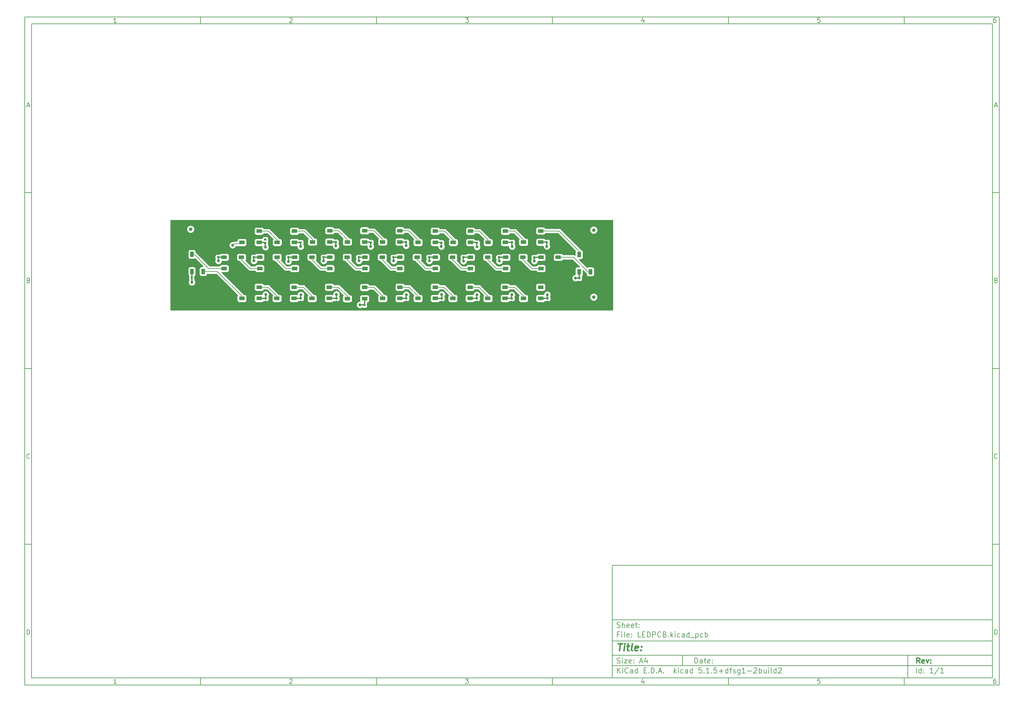
<source format=gbr>
G04 #@! TF.GenerationSoftware,KiCad,Pcbnew,5.1.5+dfsg1-2build2*
G04 #@! TF.CreationDate,2020-12-16T22:25:05+01:00*
G04 #@! TF.ProjectId,LEDPCB,4c454450-4342-42e6-9b69-6361645f7063,rev?*
G04 #@! TF.SameCoordinates,Original*
G04 #@! TF.FileFunction,Copper,L1,Top*
G04 #@! TF.FilePolarity,Positive*
%FSLAX46Y46*%
G04 Gerber Fmt 4.6, Leading zero omitted, Abs format (unit mm)*
G04 Created by KiCad (PCBNEW 5.1.5+dfsg1-2build2) date 2020-12-16 22:25:05*
%MOMM*%
%LPD*%
G04 APERTURE LIST*
%ADD10C,0.100000*%
%ADD11C,0.150000*%
%ADD12C,0.300000*%
%ADD13C,0.400000*%
%ADD14R,1.500000X1.000000*%
%ADD15R,1.000000X1.500000*%
%ADD16C,1.000000*%
%ADD17C,0.800000*%
%ADD18C,0.200000*%
%ADD19C,0.254000*%
G04 APERTURE END LIST*
D10*
D11*
X177002200Y-166007200D02*
X177002200Y-198007200D01*
X285002200Y-198007200D01*
X285002200Y-166007200D01*
X177002200Y-166007200D01*
D10*
D11*
X10000000Y-10000000D02*
X10000000Y-200007200D01*
X287002200Y-200007200D01*
X287002200Y-10000000D01*
X10000000Y-10000000D01*
D10*
D11*
X12000000Y-12000000D02*
X12000000Y-198007200D01*
X285002200Y-198007200D01*
X285002200Y-12000000D01*
X12000000Y-12000000D01*
D10*
D11*
X60000000Y-12000000D02*
X60000000Y-10000000D01*
D10*
D11*
X110000000Y-12000000D02*
X110000000Y-10000000D01*
D10*
D11*
X160000000Y-12000000D02*
X160000000Y-10000000D01*
D10*
D11*
X210000000Y-12000000D02*
X210000000Y-10000000D01*
D10*
D11*
X260000000Y-12000000D02*
X260000000Y-10000000D01*
D10*
D11*
X36065476Y-11588095D02*
X35322619Y-11588095D01*
X35694047Y-11588095D02*
X35694047Y-10288095D01*
X35570238Y-10473809D01*
X35446428Y-10597619D01*
X35322619Y-10659523D01*
D10*
D11*
X85322619Y-10411904D02*
X85384523Y-10350000D01*
X85508333Y-10288095D01*
X85817857Y-10288095D01*
X85941666Y-10350000D01*
X86003571Y-10411904D01*
X86065476Y-10535714D01*
X86065476Y-10659523D01*
X86003571Y-10845238D01*
X85260714Y-11588095D01*
X86065476Y-11588095D01*
D10*
D11*
X135260714Y-10288095D02*
X136065476Y-10288095D01*
X135632142Y-10783333D01*
X135817857Y-10783333D01*
X135941666Y-10845238D01*
X136003571Y-10907142D01*
X136065476Y-11030952D01*
X136065476Y-11340476D01*
X136003571Y-11464285D01*
X135941666Y-11526190D01*
X135817857Y-11588095D01*
X135446428Y-11588095D01*
X135322619Y-11526190D01*
X135260714Y-11464285D01*
D10*
D11*
X185941666Y-10721428D02*
X185941666Y-11588095D01*
X185632142Y-10226190D02*
X185322619Y-11154761D01*
X186127380Y-11154761D01*
D10*
D11*
X236003571Y-10288095D02*
X235384523Y-10288095D01*
X235322619Y-10907142D01*
X235384523Y-10845238D01*
X235508333Y-10783333D01*
X235817857Y-10783333D01*
X235941666Y-10845238D01*
X236003571Y-10907142D01*
X236065476Y-11030952D01*
X236065476Y-11340476D01*
X236003571Y-11464285D01*
X235941666Y-11526190D01*
X235817857Y-11588095D01*
X235508333Y-11588095D01*
X235384523Y-11526190D01*
X235322619Y-11464285D01*
D10*
D11*
X285941666Y-10288095D02*
X285694047Y-10288095D01*
X285570238Y-10350000D01*
X285508333Y-10411904D01*
X285384523Y-10597619D01*
X285322619Y-10845238D01*
X285322619Y-11340476D01*
X285384523Y-11464285D01*
X285446428Y-11526190D01*
X285570238Y-11588095D01*
X285817857Y-11588095D01*
X285941666Y-11526190D01*
X286003571Y-11464285D01*
X286065476Y-11340476D01*
X286065476Y-11030952D01*
X286003571Y-10907142D01*
X285941666Y-10845238D01*
X285817857Y-10783333D01*
X285570238Y-10783333D01*
X285446428Y-10845238D01*
X285384523Y-10907142D01*
X285322619Y-11030952D01*
D10*
D11*
X60000000Y-198007200D02*
X60000000Y-200007200D01*
D10*
D11*
X110000000Y-198007200D02*
X110000000Y-200007200D01*
D10*
D11*
X160000000Y-198007200D02*
X160000000Y-200007200D01*
D10*
D11*
X210000000Y-198007200D02*
X210000000Y-200007200D01*
D10*
D11*
X260000000Y-198007200D02*
X260000000Y-200007200D01*
D10*
D11*
X36065476Y-199595295D02*
X35322619Y-199595295D01*
X35694047Y-199595295D02*
X35694047Y-198295295D01*
X35570238Y-198481009D01*
X35446428Y-198604819D01*
X35322619Y-198666723D01*
D10*
D11*
X85322619Y-198419104D02*
X85384523Y-198357200D01*
X85508333Y-198295295D01*
X85817857Y-198295295D01*
X85941666Y-198357200D01*
X86003571Y-198419104D01*
X86065476Y-198542914D01*
X86065476Y-198666723D01*
X86003571Y-198852438D01*
X85260714Y-199595295D01*
X86065476Y-199595295D01*
D10*
D11*
X135260714Y-198295295D02*
X136065476Y-198295295D01*
X135632142Y-198790533D01*
X135817857Y-198790533D01*
X135941666Y-198852438D01*
X136003571Y-198914342D01*
X136065476Y-199038152D01*
X136065476Y-199347676D01*
X136003571Y-199471485D01*
X135941666Y-199533390D01*
X135817857Y-199595295D01*
X135446428Y-199595295D01*
X135322619Y-199533390D01*
X135260714Y-199471485D01*
D10*
D11*
X185941666Y-198728628D02*
X185941666Y-199595295D01*
X185632142Y-198233390D02*
X185322619Y-199161961D01*
X186127380Y-199161961D01*
D10*
D11*
X236003571Y-198295295D02*
X235384523Y-198295295D01*
X235322619Y-198914342D01*
X235384523Y-198852438D01*
X235508333Y-198790533D01*
X235817857Y-198790533D01*
X235941666Y-198852438D01*
X236003571Y-198914342D01*
X236065476Y-199038152D01*
X236065476Y-199347676D01*
X236003571Y-199471485D01*
X235941666Y-199533390D01*
X235817857Y-199595295D01*
X235508333Y-199595295D01*
X235384523Y-199533390D01*
X235322619Y-199471485D01*
D10*
D11*
X285941666Y-198295295D02*
X285694047Y-198295295D01*
X285570238Y-198357200D01*
X285508333Y-198419104D01*
X285384523Y-198604819D01*
X285322619Y-198852438D01*
X285322619Y-199347676D01*
X285384523Y-199471485D01*
X285446428Y-199533390D01*
X285570238Y-199595295D01*
X285817857Y-199595295D01*
X285941666Y-199533390D01*
X286003571Y-199471485D01*
X286065476Y-199347676D01*
X286065476Y-199038152D01*
X286003571Y-198914342D01*
X285941666Y-198852438D01*
X285817857Y-198790533D01*
X285570238Y-198790533D01*
X285446428Y-198852438D01*
X285384523Y-198914342D01*
X285322619Y-199038152D01*
D10*
D11*
X10000000Y-60000000D02*
X12000000Y-60000000D01*
D10*
D11*
X10000000Y-110000000D02*
X12000000Y-110000000D01*
D10*
D11*
X10000000Y-160000000D02*
X12000000Y-160000000D01*
D10*
D11*
X10690476Y-35216666D02*
X11309523Y-35216666D01*
X10566666Y-35588095D02*
X11000000Y-34288095D01*
X11433333Y-35588095D01*
D10*
D11*
X11092857Y-84907142D02*
X11278571Y-84969047D01*
X11340476Y-85030952D01*
X11402380Y-85154761D01*
X11402380Y-85340476D01*
X11340476Y-85464285D01*
X11278571Y-85526190D01*
X11154761Y-85588095D01*
X10659523Y-85588095D01*
X10659523Y-84288095D01*
X11092857Y-84288095D01*
X11216666Y-84350000D01*
X11278571Y-84411904D01*
X11340476Y-84535714D01*
X11340476Y-84659523D01*
X11278571Y-84783333D01*
X11216666Y-84845238D01*
X11092857Y-84907142D01*
X10659523Y-84907142D01*
D10*
D11*
X11402380Y-135464285D02*
X11340476Y-135526190D01*
X11154761Y-135588095D01*
X11030952Y-135588095D01*
X10845238Y-135526190D01*
X10721428Y-135402380D01*
X10659523Y-135278571D01*
X10597619Y-135030952D01*
X10597619Y-134845238D01*
X10659523Y-134597619D01*
X10721428Y-134473809D01*
X10845238Y-134350000D01*
X11030952Y-134288095D01*
X11154761Y-134288095D01*
X11340476Y-134350000D01*
X11402380Y-134411904D01*
D10*
D11*
X10659523Y-185588095D02*
X10659523Y-184288095D01*
X10969047Y-184288095D01*
X11154761Y-184350000D01*
X11278571Y-184473809D01*
X11340476Y-184597619D01*
X11402380Y-184845238D01*
X11402380Y-185030952D01*
X11340476Y-185278571D01*
X11278571Y-185402380D01*
X11154761Y-185526190D01*
X10969047Y-185588095D01*
X10659523Y-185588095D01*
D10*
D11*
X287002200Y-60000000D02*
X285002200Y-60000000D01*
D10*
D11*
X287002200Y-110000000D02*
X285002200Y-110000000D01*
D10*
D11*
X287002200Y-160000000D02*
X285002200Y-160000000D01*
D10*
D11*
X285692676Y-35216666D02*
X286311723Y-35216666D01*
X285568866Y-35588095D02*
X286002200Y-34288095D01*
X286435533Y-35588095D01*
D10*
D11*
X286095057Y-84907142D02*
X286280771Y-84969047D01*
X286342676Y-85030952D01*
X286404580Y-85154761D01*
X286404580Y-85340476D01*
X286342676Y-85464285D01*
X286280771Y-85526190D01*
X286156961Y-85588095D01*
X285661723Y-85588095D01*
X285661723Y-84288095D01*
X286095057Y-84288095D01*
X286218866Y-84350000D01*
X286280771Y-84411904D01*
X286342676Y-84535714D01*
X286342676Y-84659523D01*
X286280771Y-84783333D01*
X286218866Y-84845238D01*
X286095057Y-84907142D01*
X285661723Y-84907142D01*
D10*
D11*
X286404580Y-135464285D02*
X286342676Y-135526190D01*
X286156961Y-135588095D01*
X286033152Y-135588095D01*
X285847438Y-135526190D01*
X285723628Y-135402380D01*
X285661723Y-135278571D01*
X285599819Y-135030952D01*
X285599819Y-134845238D01*
X285661723Y-134597619D01*
X285723628Y-134473809D01*
X285847438Y-134350000D01*
X286033152Y-134288095D01*
X286156961Y-134288095D01*
X286342676Y-134350000D01*
X286404580Y-134411904D01*
D10*
D11*
X285661723Y-185588095D02*
X285661723Y-184288095D01*
X285971247Y-184288095D01*
X286156961Y-184350000D01*
X286280771Y-184473809D01*
X286342676Y-184597619D01*
X286404580Y-184845238D01*
X286404580Y-185030952D01*
X286342676Y-185278571D01*
X286280771Y-185402380D01*
X286156961Y-185526190D01*
X285971247Y-185588095D01*
X285661723Y-185588095D01*
D10*
D11*
X200434342Y-193785771D02*
X200434342Y-192285771D01*
X200791485Y-192285771D01*
X201005771Y-192357200D01*
X201148628Y-192500057D01*
X201220057Y-192642914D01*
X201291485Y-192928628D01*
X201291485Y-193142914D01*
X201220057Y-193428628D01*
X201148628Y-193571485D01*
X201005771Y-193714342D01*
X200791485Y-193785771D01*
X200434342Y-193785771D01*
X202577200Y-193785771D02*
X202577200Y-193000057D01*
X202505771Y-192857200D01*
X202362914Y-192785771D01*
X202077200Y-192785771D01*
X201934342Y-192857200D01*
X202577200Y-193714342D02*
X202434342Y-193785771D01*
X202077200Y-193785771D01*
X201934342Y-193714342D01*
X201862914Y-193571485D01*
X201862914Y-193428628D01*
X201934342Y-193285771D01*
X202077200Y-193214342D01*
X202434342Y-193214342D01*
X202577200Y-193142914D01*
X203077200Y-192785771D02*
X203648628Y-192785771D01*
X203291485Y-192285771D02*
X203291485Y-193571485D01*
X203362914Y-193714342D01*
X203505771Y-193785771D01*
X203648628Y-193785771D01*
X204720057Y-193714342D02*
X204577200Y-193785771D01*
X204291485Y-193785771D01*
X204148628Y-193714342D01*
X204077200Y-193571485D01*
X204077200Y-193000057D01*
X204148628Y-192857200D01*
X204291485Y-192785771D01*
X204577200Y-192785771D01*
X204720057Y-192857200D01*
X204791485Y-193000057D01*
X204791485Y-193142914D01*
X204077200Y-193285771D01*
X205434342Y-193642914D02*
X205505771Y-193714342D01*
X205434342Y-193785771D01*
X205362914Y-193714342D01*
X205434342Y-193642914D01*
X205434342Y-193785771D01*
X205434342Y-192857200D02*
X205505771Y-192928628D01*
X205434342Y-193000057D01*
X205362914Y-192928628D01*
X205434342Y-192857200D01*
X205434342Y-193000057D01*
D10*
D11*
X177002200Y-194507200D02*
X285002200Y-194507200D01*
D10*
D11*
X178434342Y-196585771D02*
X178434342Y-195085771D01*
X179291485Y-196585771D02*
X178648628Y-195728628D01*
X179291485Y-195085771D02*
X178434342Y-195942914D01*
X179934342Y-196585771D02*
X179934342Y-195585771D01*
X179934342Y-195085771D02*
X179862914Y-195157200D01*
X179934342Y-195228628D01*
X180005771Y-195157200D01*
X179934342Y-195085771D01*
X179934342Y-195228628D01*
X181505771Y-196442914D02*
X181434342Y-196514342D01*
X181220057Y-196585771D01*
X181077200Y-196585771D01*
X180862914Y-196514342D01*
X180720057Y-196371485D01*
X180648628Y-196228628D01*
X180577200Y-195942914D01*
X180577200Y-195728628D01*
X180648628Y-195442914D01*
X180720057Y-195300057D01*
X180862914Y-195157200D01*
X181077200Y-195085771D01*
X181220057Y-195085771D01*
X181434342Y-195157200D01*
X181505771Y-195228628D01*
X182791485Y-196585771D02*
X182791485Y-195800057D01*
X182720057Y-195657200D01*
X182577200Y-195585771D01*
X182291485Y-195585771D01*
X182148628Y-195657200D01*
X182791485Y-196514342D02*
X182648628Y-196585771D01*
X182291485Y-196585771D01*
X182148628Y-196514342D01*
X182077200Y-196371485D01*
X182077200Y-196228628D01*
X182148628Y-196085771D01*
X182291485Y-196014342D01*
X182648628Y-196014342D01*
X182791485Y-195942914D01*
X184148628Y-196585771D02*
X184148628Y-195085771D01*
X184148628Y-196514342D02*
X184005771Y-196585771D01*
X183720057Y-196585771D01*
X183577200Y-196514342D01*
X183505771Y-196442914D01*
X183434342Y-196300057D01*
X183434342Y-195871485D01*
X183505771Y-195728628D01*
X183577200Y-195657200D01*
X183720057Y-195585771D01*
X184005771Y-195585771D01*
X184148628Y-195657200D01*
X186005771Y-195800057D02*
X186505771Y-195800057D01*
X186720057Y-196585771D02*
X186005771Y-196585771D01*
X186005771Y-195085771D01*
X186720057Y-195085771D01*
X187362914Y-196442914D02*
X187434342Y-196514342D01*
X187362914Y-196585771D01*
X187291485Y-196514342D01*
X187362914Y-196442914D01*
X187362914Y-196585771D01*
X188077200Y-196585771D02*
X188077200Y-195085771D01*
X188434342Y-195085771D01*
X188648628Y-195157200D01*
X188791485Y-195300057D01*
X188862914Y-195442914D01*
X188934342Y-195728628D01*
X188934342Y-195942914D01*
X188862914Y-196228628D01*
X188791485Y-196371485D01*
X188648628Y-196514342D01*
X188434342Y-196585771D01*
X188077200Y-196585771D01*
X189577200Y-196442914D02*
X189648628Y-196514342D01*
X189577200Y-196585771D01*
X189505771Y-196514342D01*
X189577200Y-196442914D01*
X189577200Y-196585771D01*
X190220057Y-196157200D02*
X190934342Y-196157200D01*
X190077200Y-196585771D02*
X190577200Y-195085771D01*
X191077200Y-196585771D01*
X191577200Y-196442914D02*
X191648628Y-196514342D01*
X191577200Y-196585771D01*
X191505771Y-196514342D01*
X191577200Y-196442914D01*
X191577200Y-196585771D01*
X194577200Y-196585771D02*
X194577200Y-195085771D01*
X194720057Y-196014342D02*
X195148628Y-196585771D01*
X195148628Y-195585771D02*
X194577200Y-196157200D01*
X195791485Y-196585771D02*
X195791485Y-195585771D01*
X195791485Y-195085771D02*
X195720057Y-195157200D01*
X195791485Y-195228628D01*
X195862914Y-195157200D01*
X195791485Y-195085771D01*
X195791485Y-195228628D01*
X197148628Y-196514342D02*
X197005771Y-196585771D01*
X196720057Y-196585771D01*
X196577200Y-196514342D01*
X196505771Y-196442914D01*
X196434342Y-196300057D01*
X196434342Y-195871485D01*
X196505771Y-195728628D01*
X196577200Y-195657200D01*
X196720057Y-195585771D01*
X197005771Y-195585771D01*
X197148628Y-195657200D01*
X198434342Y-196585771D02*
X198434342Y-195800057D01*
X198362914Y-195657200D01*
X198220057Y-195585771D01*
X197934342Y-195585771D01*
X197791485Y-195657200D01*
X198434342Y-196514342D02*
X198291485Y-196585771D01*
X197934342Y-196585771D01*
X197791485Y-196514342D01*
X197720057Y-196371485D01*
X197720057Y-196228628D01*
X197791485Y-196085771D01*
X197934342Y-196014342D01*
X198291485Y-196014342D01*
X198434342Y-195942914D01*
X199791485Y-196585771D02*
X199791485Y-195085771D01*
X199791485Y-196514342D02*
X199648628Y-196585771D01*
X199362914Y-196585771D01*
X199220057Y-196514342D01*
X199148628Y-196442914D01*
X199077200Y-196300057D01*
X199077200Y-195871485D01*
X199148628Y-195728628D01*
X199220057Y-195657200D01*
X199362914Y-195585771D01*
X199648628Y-195585771D01*
X199791485Y-195657200D01*
X202362914Y-195085771D02*
X201648628Y-195085771D01*
X201577200Y-195800057D01*
X201648628Y-195728628D01*
X201791485Y-195657200D01*
X202148628Y-195657200D01*
X202291485Y-195728628D01*
X202362914Y-195800057D01*
X202434342Y-195942914D01*
X202434342Y-196300057D01*
X202362914Y-196442914D01*
X202291485Y-196514342D01*
X202148628Y-196585771D01*
X201791485Y-196585771D01*
X201648628Y-196514342D01*
X201577200Y-196442914D01*
X203077200Y-196442914D02*
X203148628Y-196514342D01*
X203077200Y-196585771D01*
X203005771Y-196514342D01*
X203077200Y-196442914D01*
X203077200Y-196585771D01*
X204577200Y-196585771D02*
X203720057Y-196585771D01*
X204148628Y-196585771D02*
X204148628Y-195085771D01*
X204005771Y-195300057D01*
X203862914Y-195442914D01*
X203720057Y-195514342D01*
X205220057Y-196442914D02*
X205291485Y-196514342D01*
X205220057Y-196585771D01*
X205148628Y-196514342D01*
X205220057Y-196442914D01*
X205220057Y-196585771D01*
X206648628Y-195085771D02*
X205934342Y-195085771D01*
X205862914Y-195800057D01*
X205934342Y-195728628D01*
X206077200Y-195657200D01*
X206434342Y-195657200D01*
X206577200Y-195728628D01*
X206648628Y-195800057D01*
X206720057Y-195942914D01*
X206720057Y-196300057D01*
X206648628Y-196442914D01*
X206577200Y-196514342D01*
X206434342Y-196585771D01*
X206077200Y-196585771D01*
X205934342Y-196514342D01*
X205862914Y-196442914D01*
X207362914Y-196014342D02*
X208505771Y-196014342D01*
X207934342Y-196585771D02*
X207934342Y-195442914D01*
X209862914Y-196585771D02*
X209862914Y-195085771D01*
X209862914Y-196514342D02*
X209720057Y-196585771D01*
X209434342Y-196585771D01*
X209291485Y-196514342D01*
X209220057Y-196442914D01*
X209148628Y-196300057D01*
X209148628Y-195871485D01*
X209220057Y-195728628D01*
X209291485Y-195657200D01*
X209434342Y-195585771D01*
X209720057Y-195585771D01*
X209862914Y-195657200D01*
X210362914Y-195585771D02*
X210934342Y-195585771D01*
X210577200Y-196585771D02*
X210577200Y-195300057D01*
X210648628Y-195157200D01*
X210791485Y-195085771D01*
X210934342Y-195085771D01*
X211362914Y-196514342D02*
X211505771Y-196585771D01*
X211791485Y-196585771D01*
X211934342Y-196514342D01*
X212005771Y-196371485D01*
X212005771Y-196300057D01*
X211934342Y-196157200D01*
X211791485Y-196085771D01*
X211577200Y-196085771D01*
X211434342Y-196014342D01*
X211362914Y-195871485D01*
X211362914Y-195800057D01*
X211434342Y-195657200D01*
X211577200Y-195585771D01*
X211791485Y-195585771D01*
X211934342Y-195657200D01*
X213291485Y-195585771D02*
X213291485Y-196800057D01*
X213220057Y-196942914D01*
X213148628Y-197014342D01*
X213005771Y-197085771D01*
X212791485Y-197085771D01*
X212648628Y-197014342D01*
X213291485Y-196514342D02*
X213148628Y-196585771D01*
X212862914Y-196585771D01*
X212720057Y-196514342D01*
X212648628Y-196442914D01*
X212577200Y-196300057D01*
X212577200Y-195871485D01*
X212648628Y-195728628D01*
X212720057Y-195657200D01*
X212862914Y-195585771D01*
X213148628Y-195585771D01*
X213291485Y-195657200D01*
X214791485Y-196585771D02*
X213934342Y-196585771D01*
X214362914Y-196585771D02*
X214362914Y-195085771D01*
X214220057Y-195300057D01*
X214077200Y-195442914D01*
X213934342Y-195514342D01*
X215434342Y-196014342D02*
X216577200Y-196014342D01*
X217220057Y-195228628D02*
X217291485Y-195157200D01*
X217434342Y-195085771D01*
X217791485Y-195085771D01*
X217934342Y-195157200D01*
X218005771Y-195228628D01*
X218077200Y-195371485D01*
X218077200Y-195514342D01*
X218005771Y-195728628D01*
X217148628Y-196585771D01*
X218077200Y-196585771D01*
X218720057Y-196585771D02*
X218720057Y-195085771D01*
X218720057Y-195657200D02*
X218862914Y-195585771D01*
X219148628Y-195585771D01*
X219291485Y-195657200D01*
X219362914Y-195728628D01*
X219434342Y-195871485D01*
X219434342Y-196300057D01*
X219362914Y-196442914D01*
X219291485Y-196514342D01*
X219148628Y-196585771D01*
X218862914Y-196585771D01*
X218720057Y-196514342D01*
X220720057Y-195585771D02*
X220720057Y-196585771D01*
X220077200Y-195585771D02*
X220077200Y-196371485D01*
X220148628Y-196514342D01*
X220291485Y-196585771D01*
X220505771Y-196585771D01*
X220648628Y-196514342D01*
X220720057Y-196442914D01*
X221434342Y-196585771D02*
X221434342Y-195585771D01*
X221434342Y-195085771D02*
X221362914Y-195157200D01*
X221434342Y-195228628D01*
X221505771Y-195157200D01*
X221434342Y-195085771D01*
X221434342Y-195228628D01*
X222362914Y-196585771D02*
X222220057Y-196514342D01*
X222148628Y-196371485D01*
X222148628Y-195085771D01*
X223577200Y-196585771D02*
X223577200Y-195085771D01*
X223577200Y-196514342D02*
X223434342Y-196585771D01*
X223148628Y-196585771D01*
X223005771Y-196514342D01*
X222934342Y-196442914D01*
X222862914Y-196300057D01*
X222862914Y-195871485D01*
X222934342Y-195728628D01*
X223005771Y-195657200D01*
X223148628Y-195585771D01*
X223434342Y-195585771D01*
X223577200Y-195657200D01*
X224220057Y-195228628D02*
X224291485Y-195157200D01*
X224434342Y-195085771D01*
X224791485Y-195085771D01*
X224934342Y-195157200D01*
X225005771Y-195228628D01*
X225077200Y-195371485D01*
X225077200Y-195514342D01*
X225005771Y-195728628D01*
X224148628Y-196585771D01*
X225077200Y-196585771D01*
D10*
D11*
X177002200Y-191507200D02*
X285002200Y-191507200D01*
D10*
D12*
X264411485Y-193785771D02*
X263911485Y-193071485D01*
X263554342Y-193785771D02*
X263554342Y-192285771D01*
X264125771Y-192285771D01*
X264268628Y-192357200D01*
X264340057Y-192428628D01*
X264411485Y-192571485D01*
X264411485Y-192785771D01*
X264340057Y-192928628D01*
X264268628Y-193000057D01*
X264125771Y-193071485D01*
X263554342Y-193071485D01*
X265625771Y-193714342D02*
X265482914Y-193785771D01*
X265197200Y-193785771D01*
X265054342Y-193714342D01*
X264982914Y-193571485D01*
X264982914Y-193000057D01*
X265054342Y-192857200D01*
X265197200Y-192785771D01*
X265482914Y-192785771D01*
X265625771Y-192857200D01*
X265697200Y-193000057D01*
X265697200Y-193142914D01*
X264982914Y-193285771D01*
X266197200Y-192785771D02*
X266554342Y-193785771D01*
X266911485Y-192785771D01*
X267482914Y-193642914D02*
X267554342Y-193714342D01*
X267482914Y-193785771D01*
X267411485Y-193714342D01*
X267482914Y-193642914D01*
X267482914Y-193785771D01*
X267482914Y-192857200D02*
X267554342Y-192928628D01*
X267482914Y-193000057D01*
X267411485Y-192928628D01*
X267482914Y-192857200D01*
X267482914Y-193000057D01*
D10*
D11*
X178362914Y-193714342D02*
X178577200Y-193785771D01*
X178934342Y-193785771D01*
X179077200Y-193714342D01*
X179148628Y-193642914D01*
X179220057Y-193500057D01*
X179220057Y-193357200D01*
X179148628Y-193214342D01*
X179077200Y-193142914D01*
X178934342Y-193071485D01*
X178648628Y-193000057D01*
X178505771Y-192928628D01*
X178434342Y-192857200D01*
X178362914Y-192714342D01*
X178362914Y-192571485D01*
X178434342Y-192428628D01*
X178505771Y-192357200D01*
X178648628Y-192285771D01*
X179005771Y-192285771D01*
X179220057Y-192357200D01*
X179862914Y-193785771D02*
X179862914Y-192785771D01*
X179862914Y-192285771D02*
X179791485Y-192357200D01*
X179862914Y-192428628D01*
X179934342Y-192357200D01*
X179862914Y-192285771D01*
X179862914Y-192428628D01*
X180434342Y-192785771D02*
X181220057Y-192785771D01*
X180434342Y-193785771D01*
X181220057Y-193785771D01*
X182362914Y-193714342D02*
X182220057Y-193785771D01*
X181934342Y-193785771D01*
X181791485Y-193714342D01*
X181720057Y-193571485D01*
X181720057Y-193000057D01*
X181791485Y-192857200D01*
X181934342Y-192785771D01*
X182220057Y-192785771D01*
X182362914Y-192857200D01*
X182434342Y-193000057D01*
X182434342Y-193142914D01*
X181720057Y-193285771D01*
X183077200Y-193642914D02*
X183148628Y-193714342D01*
X183077200Y-193785771D01*
X183005771Y-193714342D01*
X183077200Y-193642914D01*
X183077200Y-193785771D01*
X183077200Y-192857200D02*
X183148628Y-192928628D01*
X183077200Y-193000057D01*
X183005771Y-192928628D01*
X183077200Y-192857200D01*
X183077200Y-193000057D01*
X184862914Y-193357200D02*
X185577200Y-193357200D01*
X184720057Y-193785771D02*
X185220057Y-192285771D01*
X185720057Y-193785771D01*
X186862914Y-192785771D02*
X186862914Y-193785771D01*
X186505771Y-192214342D02*
X186148628Y-193285771D01*
X187077200Y-193285771D01*
D10*
D11*
X263434342Y-196585771D02*
X263434342Y-195085771D01*
X264791485Y-196585771D02*
X264791485Y-195085771D01*
X264791485Y-196514342D02*
X264648628Y-196585771D01*
X264362914Y-196585771D01*
X264220057Y-196514342D01*
X264148628Y-196442914D01*
X264077200Y-196300057D01*
X264077200Y-195871485D01*
X264148628Y-195728628D01*
X264220057Y-195657200D01*
X264362914Y-195585771D01*
X264648628Y-195585771D01*
X264791485Y-195657200D01*
X265505771Y-196442914D02*
X265577200Y-196514342D01*
X265505771Y-196585771D01*
X265434342Y-196514342D01*
X265505771Y-196442914D01*
X265505771Y-196585771D01*
X265505771Y-195657200D02*
X265577200Y-195728628D01*
X265505771Y-195800057D01*
X265434342Y-195728628D01*
X265505771Y-195657200D01*
X265505771Y-195800057D01*
X268148628Y-196585771D02*
X267291485Y-196585771D01*
X267720057Y-196585771D02*
X267720057Y-195085771D01*
X267577200Y-195300057D01*
X267434342Y-195442914D01*
X267291485Y-195514342D01*
X269862914Y-195014342D02*
X268577200Y-196942914D01*
X271148628Y-196585771D02*
X270291485Y-196585771D01*
X270720057Y-196585771D02*
X270720057Y-195085771D01*
X270577200Y-195300057D01*
X270434342Y-195442914D01*
X270291485Y-195514342D01*
D10*
D11*
X177002200Y-187507200D02*
X285002200Y-187507200D01*
D10*
D13*
X178714580Y-188211961D02*
X179857438Y-188211961D01*
X179036009Y-190211961D02*
X179286009Y-188211961D01*
X180274104Y-190211961D02*
X180440771Y-188878628D01*
X180524104Y-188211961D02*
X180416961Y-188307200D01*
X180500295Y-188402438D01*
X180607438Y-188307200D01*
X180524104Y-188211961D01*
X180500295Y-188402438D01*
X181107438Y-188878628D02*
X181869342Y-188878628D01*
X181476485Y-188211961D02*
X181262200Y-189926247D01*
X181333628Y-190116723D01*
X181512200Y-190211961D01*
X181702676Y-190211961D01*
X182655057Y-190211961D02*
X182476485Y-190116723D01*
X182405057Y-189926247D01*
X182619342Y-188211961D01*
X184190771Y-190116723D02*
X183988390Y-190211961D01*
X183607438Y-190211961D01*
X183428866Y-190116723D01*
X183357438Y-189926247D01*
X183452676Y-189164342D01*
X183571723Y-188973866D01*
X183774104Y-188878628D01*
X184155057Y-188878628D01*
X184333628Y-188973866D01*
X184405057Y-189164342D01*
X184381247Y-189354819D01*
X183405057Y-189545295D01*
X185155057Y-190021485D02*
X185238390Y-190116723D01*
X185131247Y-190211961D01*
X185047914Y-190116723D01*
X185155057Y-190021485D01*
X185131247Y-190211961D01*
X185286009Y-188973866D02*
X185369342Y-189069104D01*
X185262200Y-189164342D01*
X185178866Y-189069104D01*
X185286009Y-188973866D01*
X185262200Y-189164342D01*
D10*
D11*
X178934342Y-185600057D02*
X178434342Y-185600057D01*
X178434342Y-186385771D02*
X178434342Y-184885771D01*
X179148628Y-184885771D01*
X179720057Y-186385771D02*
X179720057Y-185385771D01*
X179720057Y-184885771D02*
X179648628Y-184957200D01*
X179720057Y-185028628D01*
X179791485Y-184957200D01*
X179720057Y-184885771D01*
X179720057Y-185028628D01*
X180648628Y-186385771D02*
X180505771Y-186314342D01*
X180434342Y-186171485D01*
X180434342Y-184885771D01*
X181791485Y-186314342D02*
X181648628Y-186385771D01*
X181362914Y-186385771D01*
X181220057Y-186314342D01*
X181148628Y-186171485D01*
X181148628Y-185600057D01*
X181220057Y-185457200D01*
X181362914Y-185385771D01*
X181648628Y-185385771D01*
X181791485Y-185457200D01*
X181862914Y-185600057D01*
X181862914Y-185742914D01*
X181148628Y-185885771D01*
X182505771Y-186242914D02*
X182577200Y-186314342D01*
X182505771Y-186385771D01*
X182434342Y-186314342D01*
X182505771Y-186242914D01*
X182505771Y-186385771D01*
X182505771Y-185457200D02*
X182577200Y-185528628D01*
X182505771Y-185600057D01*
X182434342Y-185528628D01*
X182505771Y-185457200D01*
X182505771Y-185600057D01*
X185077200Y-186385771D02*
X184362914Y-186385771D01*
X184362914Y-184885771D01*
X185577200Y-185600057D02*
X186077200Y-185600057D01*
X186291485Y-186385771D02*
X185577200Y-186385771D01*
X185577200Y-184885771D01*
X186291485Y-184885771D01*
X186934342Y-186385771D02*
X186934342Y-184885771D01*
X187291485Y-184885771D01*
X187505771Y-184957200D01*
X187648628Y-185100057D01*
X187720057Y-185242914D01*
X187791485Y-185528628D01*
X187791485Y-185742914D01*
X187720057Y-186028628D01*
X187648628Y-186171485D01*
X187505771Y-186314342D01*
X187291485Y-186385771D01*
X186934342Y-186385771D01*
X188434342Y-186385771D02*
X188434342Y-184885771D01*
X189005771Y-184885771D01*
X189148628Y-184957200D01*
X189220057Y-185028628D01*
X189291485Y-185171485D01*
X189291485Y-185385771D01*
X189220057Y-185528628D01*
X189148628Y-185600057D01*
X189005771Y-185671485D01*
X188434342Y-185671485D01*
X190791485Y-186242914D02*
X190720057Y-186314342D01*
X190505771Y-186385771D01*
X190362914Y-186385771D01*
X190148628Y-186314342D01*
X190005771Y-186171485D01*
X189934342Y-186028628D01*
X189862914Y-185742914D01*
X189862914Y-185528628D01*
X189934342Y-185242914D01*
X190005771Y-185100057D01*
X190148628Y-184957200D01*
X190362914Y-184885771D01*
X190505771Y-184885771D01*
X190720057Y-184957200D01*
X190791485Y-185028628D01*
X191934342Y-185600057D02*
X192148628Y-185671485D01*
X192220057Y-185742914D01*
X192291485Y-185885771D01*
X192291485Y-186100057D01*
X192220057Y-186242914D01*
X192148628Y-186314342D01*
X192005771Y-186385771D01*
X191434342Y-186385771D01*
X191434342Y-184885771D01*
X191934342Y-184885771D01*
X192077200Y-184957200D01*
X192148628Y-185028628D01*
X192220057Y-185171485D01*
X192220057Y-185314342D01*
X192148628Y-185457200D01*
X192077200Y-185528628D01*
X191934342Y-185600057D01*
X191434342Y-185600057D01*
X192934342Y-186242914D02*
X193005771Y-186314342D01*
X192934342Y-186385771D01*
X192862914Y-186314342D01*
X192934342Y-186242914D01*
X192934342Y-186385771D01*
X193648628Y-186385771D02*
X193648628Y-184885771D01*
X193791485Y-185814342D02*
X194220057Y-186385771D01*
X194220057Y-185385771D02*
X193648628Y-185957200D01*
X194862914Y-186385771D02*
X194862914Y-185385771D01*
X194862914Y-184885771D02*
X194791485Y-184957200D01*
X194862914Y-185028628D01*
X194934342Y-184957200D01*
X194862914Y-184885771D01*
X194862914Y-185028628D01*
X196220057Y-186314342D02*
X196077200Y-186385771D01*
X195791485Y-186385771D01*
X195648628Y-186314342D01*
X195577200Y-186242914D01*
X195505771Y-186100057D01*
X195505771Y-185671485D01*
X195577200Y-185528628D01*
X195648628Y-185457200D01*
X195791485Y-185385771D01*
X196077200Y-185385771D01*
X196220057Y-185457200D01*
X197505771Y-186385771D02*
X197505771Y-185600057D01*
X197434342Y-185457200D01*
X197291485Y-185385771D01*
X197005771Y-185385771D01*
X196862914Y-185457200D01*
X197505771Y-186314342D02*
X197362914Y-186385771D01*
X197005771Y-186385771D01*
X196862914Y-186314342D01*
X196791485Y-186171485D01*
X196791485Y-186028628D01*
X196862914Y-185885771D01*
X197005771Y-185814342D01*
X197362914Y-185814342D01*
X197505771Y-185742914D01*
X198862914Y-186385771D02*
X198862914Y-184885771D01*
X198862914Y-186314342D02*
X198720057Y-186385771D01*
X198434342Y-186385771D01*
X198291485Y-186314342D01*
X198220057Y-186242914D01*
X198148628Y-186100057D01*
X198148628Y-185671485D01*
X198220057Y-185528628D01*
X198291485Y-185457200D01*
X198434342Y-185385771D01*
X198720057Y-185385771D01*
X198862914Y-185457200D01*
X199220057Y-186528628D02*
X200362914Y-186528628D01*
X200720057Y-185385771D02*
X200720057Y-186885771D01*
X200720057Y-185457200D02*
X200862914Y-185385771D01*
X201148628Y-185385771D01*
X201291485Y-185457200D01*
X201362914Y-185528628D01*
X201434342Y-185671485D01*
X201434342Y-186100057D01*
X201362914Y-186242914D01*
X201291485Y-186314342D01*
X201148628Y-186385771D01*
X200862914Y-186385771D01*
X200720057Y-186314342D01*
X202720057Y-186314342D02*
X202577200Y-186385771D01*
X202291485Y-186385771D01*
X202148628Y-186314342D01*
X202077200Y-186242914D01*
X202005771Y-186100057D01*
X202005771Y-185671485D01*
X202077200Y-185528628D01*
X202148628Y-185457200D01*
X202291485Y-185385771D01*
X202577200Y-185385771D01*
X202720057Y-185457200D01*
X203362914Y-186385771D02*
X203362914Y-184885771D01*
X203362914Y-185457200D02*
X203505771Y-185385771D01*
X203791485Y-185385771D01*
X203934342Y-185457200D01*
X204005771Y-185528628D01*
X204077200Y-185671485D01*
X204077200Y-186100057D01*
X204005771Y-186242914D01*
X203934342Y-186314342D01*
X203791485Y-186385771D01*
X203505771Y-186385771D01*
X203362914Y-186314342D01*
D10*
D11*
X177002200Y-181507200D02*
X285002200Y-181507200D01*
D10*
D11*
X178362914Y-183614342D02*
X178577200Y-183685771D01*
X178934342Y-183685771D01*
X179077200Y-183614342D01*
X179148628Y-183542914D01*
X179220057Y-183400057D01*
X179220057Y-183257200D01*
X179148628Y-183114342D01*
X179077200Y-183042914D01*
X178934342Y-182971485D01*
X178648628Y-182900057D01*
X178505771Y-182828628D01*
X178434342Y-182757200D01*
X178362914Y-182614342D01*
X178362914Y-182471485D01*
X178434342Y-182328628D01*
X178505771Y-182257200D01*
X178648628Y-182185771D01*
X179005771Y-182185771D01*
X179220057Y-182257200D01*
X179862914Y-183685771D02*
X179862914Y-182185771D01*
X180505771Y-183685771D02*
X180505771Y-182900057D01*
X180434342Y-182757200D01*
X180291485Y-182685771D01*
X180077200Y-182685771D01*
X179934342Y-182757200D01*
X179862914Y-182828628D01*
X181791485Y-183614342D02*
X181648628Y-183685771D01*
X181362914Y-183685771D01*
X181220057Y-183614342D01*
X181148628Y-183471485D01*
X181148628Y-182900057D01*
X181220057Y-182757200D01*
X181362914Y-182685771D01*
X181648628Y-182685771D01*
X181791485Y-182757200D01*
X181862914Y-182900057D01*
X181862914Y-183042914D01*
X181148628Y-183185771D01*
X183077200Y-183614342D02*
X182934342Y-183685771D01*
X182648628Y-183685771D01*
X182505771Y-183614342D01*
X182434342Y-183471485D01*
X182434342Y-182900057D01*
X182505771Y-182757200D01*
X182648628Y-182685771D01*
X182934342Y-182685771D01*
X183077200Y-182757200D01*
X183148628Y-182900057D01*
X183148628Y-183042914D01*
X182434342Y-183185771D01*
X183577200Y-182685771D02*
X184148628Y-182685771D01*
X183791485Y-182185771D02*
X183791485Y-183471485D01*
X183862914Y-183614342D01*
X184005771Y-183685771D01*
X184148628Y-183685771D01*
X184648628Y-183542914D02*
X184720057Y-183614342D01*
X184648628Y-183685771D01*
X184577200Y-183614342D01*
X184648628Y-183542914D01*
X184648628Y-183685771D01*
X184648628Y-182757200D02*
X184720057Y-182828628D01*
X184648628Y-182900057D01*
X184577200Y-182828628D01*
X184648628Y-182757200D01*
X184648628Y-182900057D01*
D10*
D11*
X197002200Y-191507200D02*
X197002200Y-194507200D01*
D10*
D11*
X261002200Y-191507200D02*
X261002200Y-198007200D01*
D14*
X116623000Y-73990000D03*
X116623000Y-70790000D03*
X111723000Y-73990000D03*
X111723000Y-70790000D03*
G04 #@! TA.AperFunction,SMDPad,CuDef*
D10*
G36*
X78545958Y-73030710D02*
G01*
X78560276Y-73032834D01*
X78574317Y-73036351D01*
X78587946Y-73041228D01*
X78601031Y-73047417D01*
X78613447Y-73054858D01*
X78625073Y-73063481D01*
X78635798Y-73073202D01*
X78645519Y-73083927D01*
X78654142Y-73095553D01*
X78661583Y-73107969D01*
X78667772Y-73121054D01*
X78672649Y-73134683D01*
X78676166Y-73148724D01*
X78678290Y-73163042D01*
X78679000Y-73177500D01*
X78679000Y-73472500D01*
X78678290Y-73486958D01*
X78676166Y-73501276D01*
X78672649Y-73515317D01*
X78667772Y-73528946D01*
X78661583Y-73542031D01*
X78654142Y-73554447D01*
X78645519Y-73566073D01*
X78635798Y-73576798D01*
X78625073Y-73586519D01*
X78613447Y-73595142D01*
X78601031Y-73602583D01*
X78587946Y-73608772D01*
X78574317Y-73613649D01*
X78560276Y-73617166D01*
X78545958Y-73619290D01*
X78531500Y-73620000D01*
X78186500Y-73620000D01*
X78172042Y-73619290D01*
X78157724Y-73617166D01*
X78143683Y-73613649D01*
X78130054Y-73608772D01*
X78116969Y-73602583D01*
X78104553Y-73595142D01*
X78092927Y-73586519D01*
X78082202Y-73576798D01*
X78072481Y-73566073D01*
X78063858Y-73554447D01*
X78056417Y-73542031D01*
X78050228Y-73528946D01*
X78045351Y-73515317D01*
X78041834Y-73501276D01*
X78039710Y-73486958D01*
X78039000Y-73472500D01*
X78039000Y-73177500D01*
X78039710Y-73163042D01*
X78041834Y-73148724D01*
X78045351Y-73134683D01*
X78050228Y-73121054D01*
X78056417Y-73107969D01*
X78063858Y-73095553D01*
X78072481Y-73083927D01*
X78082202Y-73073202D01*
X78092927Y-73063481D01*
X78104553Y-73054858D01*
X78116969Y-73047417D01*
X78130054Y-73041228D01*
X78143683Y-73036351D01*
X78157724Y-73032834D01*
X78172042Y-73030710D01*
X78186500Y-73030000D01*
X78531500Y-73030000D01*
X78545958Y-73030710D01*
G37*
G04 #@! TD.AperFunction*
G04 #@! TA.AperFunction,SMDPad,CuDef*
G36*
X78545958Y-74000710D02*
G01*
X78560276Y-74002834D01*
X78574317Y-74006351D01*
X78587946Y-74011228D01*
X78601031Y-74017417D01*
X78613447Y-74024858D01*
X78625073Y-74033481D01*
X78635798Y-74043202D01*
X78645519Y-74053927D01*
X78654142Y-74065553D01*
X78661583Y-74077969D01*
X78667772Y-74091054D01*
X78672649Y-74104683D01*
X78676166Y-74118724D01*
X78678290Y-74133042D01*
X78679000Y-74147500D01*
X78679000Y-74442500D01*
X78678290Y-74456958D01*
X78676166Y-74471276D01*
X78672649Y-74485317D01*
X78667772Y-74498946D01*
X78661583Y-74512031D01*
X78654142Y-74524447D01*
X78645519Y-74536073D01*
X78635798Y-74546798D01*
X78625073Y-74556519D01*
X78613447Y-74565142D01*
X78601031Y-74572583D01*
X78587946Y-74578772D01*
X78574317Y-74583649D01*
X78560276Y-74587166D01*
X78545958Y-74589290D01*
X78531500Y-74590000D01*
X78186500Y-74590000D01*
X78172042Y-74589290D01*
X78157724Y-74587166D01*
X78143683Y-74583649D01*
X78130054Y-74578772D01*
X78116969Y-74572583D01*
X78104553Y-74565142D01*
X78092927Y-74556519D01*
X78082202Y-74546798D01*
X78072481Y-74536073D01*
X78063858Y-74524447D01*
X78056417Y-74512031D01*
X78050228Y-74498946D01*
X78045351Y-74485317D01*
X78041834Y-74471276D01*
X78039710Y-74456958D01*
X78039000Y-74442500D01*
X78039000Y-74147500D01*
X78039710Y-74133042D01*
X78041834Y-74118724D01*
X78045351Y-74104683D01*
X78050228Y-74091054D01*
X78056417Y-74077969D01*
X78063858Y-74065553D01*
X78072481Y-74053927D01*
X78082202Y-74043202D01*
X78092927Y-74033481D01*
X78104553Y-74024858D01*
X78116969Y-74017417D01*
X78130054Y-74011228D01*
X78143683Y-74006351D01*
X78157724Y-74002834D01*
X78172042Y-74000710D01*
X78186500Y-74000000D01*
X78531500Y-74000000D01*
X78545958Y-74000710D01*
G37*
G04 #@! TD.AperFunction*
G04 #@! TA.AperFunction,SMDPad,CuDef*
G36*
X88578958Y-73873710D02*
G01*
X88593276Y-73875834D01*
X88607317Y-73879351D01*
X88620946Y-73884228D01*
X88634031Y-73890417D01*
X88646447Y-73897858D01*
X88658073Y-73906481D01*
X88668798Y-73916202D01*
X88678519Y-73926927D01*
X88687142Y-73938553D01*
X88694583Y-73950969D01*
X88700772Y-73964054D01*
X88705649Y-73977683D01*
X88709166Y-73991724D01*
X88711290Y-74006042D01*
X88712000Y-74020500D01*
X88712000Y-74315500D01*
X88711290Y-74329958D01*
X88709166Y-74344276D01*
X88705649Y-74358317D01*
X88700772Y-74371946D01*
X88694583Y-74385031D01*
X88687142Y-74397447D01*
X88678519Y-74409073D01*
X88668798Y-74419798D01*
X88658073Y-74429519D01*
X88646447Y-74438142D01*
X88634031Y-74445583D01*
X88620946Y-74451772D01*
X88607317Y-74456649D01*
X88593276Y-74460166D01*
X88578958Y-74462290D01*
X88564500Y-74463000D01*
X88219500Y-74463000D01*
X88205042Y-74462290D01*
X88190724Y-74460166D01*
X88176683Y-74456649D01*
X88163054Y-74451772D01*
X88149969Y-74445583D01*
X88137553Y-74438142D01*
X88125927Y-74429519D01*
X88115202Y-74419798D01*
X88105481Y-74409073D01*
X88096858Y-74397447D01*
X88089417Y-74385031D01*
X88083228Y-74371946D01*
X88078351Y-74358317D01*
X88074834Y-74344276D01*
X88072710Y-74329958D01*
X88072000Y-74315500D01*
X88072000Y-74020500D01*
X88072710Y-74006042D01*
X88074834Y-73991724D01*
X88078351Y-73977683D01*
X88083228Y-73964054D01*
X88089417Y-73950969D01*
X88096858Y-73938553D01*
X88105481Y-73926927D01*
X88115202Y-73916202D01*
X88125927Y-73906481D01*
X88137553Y-73897858D01*
X88149969Y-73890417D01*
X88163054Y-73884228D01*
X88176683Y-73879351D01*
X88190724Y-73875834D01*
X88205042Y-73873710D01*
X88219500Y-73873000D01*
X88564500Y-73873000D01*
X88578958Y-73873710D01*
G37*
G04 #@! TD.AperFunction*
G04 #@! TA.AperFunction,SMDPad,CuDef*
G36*
X88578958Y-72903710D02*
G01*
X88593276Y-72905834D01*
X88607317Y-72909351D01*
X88620946Y-72914228D01*
X88634031Y-72920417D01*
X88646447Y-72927858D01*
X88658073Y-72936481D01*
X88668798Y-72946202D01*
X88678519Y-72956927D01*
X88687142Y-72968553D01*
X88694583Y-72980969D01*
X88700772Y-72994054D01*
X88705649Y-73007683D01*
X88709166Y-73021724D01*
X88711290Y-73036042D01*
X88712000Y-73050500D01*
X88712000Y-73345500D01*
X88711290Y-73359958D01*
X88709166Y-73374276D01*
X88705649Y-73388317D01*
X88700772Y-73401946D01*
X88694583Y-73415031D01*
X88687142Y-73427447D01*
X88678519Y-73439073D01*
X88668798Y-73449798D01*
X88658073Y-73459519D01*
X88646447Y-73468142D01*
X88634031Y-73475583D01*
X88620946Y-73481772D01*
X88607317Y-73486649D01*
X88593276Y-73490166D01*
X88578958Y-73492290D01*
X88564500Y-73493000D01*
X88219500Y-73493000D01*
X88205042Y-73492290D01*
X88190724Y-73490166D01*
X88176683Y-73486649D01*
X88163054Y-73481772D01*
X88149969Y-73475583D01*
X88137553Y-73468142D01*
X88125927Y-73459519D01*
X88115202Y-73449798D01*
X88105481Y-73439073D01*
X88096858Y-73427447D01*
X88089417Y-73415031D01*
X88083228Y-73401946D01*
X88078351Y-73388317D01*
X88074834Y-73374276D01*
X88072710Y-73359958D01*
X88072000Y-73345500D01*
X88072000Y-73050500D01*
X88072710Y-73036042D01*
X88074834Y-73021724D01*
X88078351Y-73007683D01*
X88083228Y-72994054D01*
X88089417Y-72980969D01*
X88096858Y-72968553D01*
X88105481Y-72956927D01*
X88115202Y-72946202D01*
X88125927Y-72936481D01*
X88137553Y-72927858D01*
X88149969Y-72920417D01*
X88163054Y-72914228D01*
X88176683Y-72909351D01*
X88190724Y-72905834D01*
X88205042Y-72903710D01*
X88219500Y-72903000D01*
X88564500Y-72903000D01*
X88578958Y-72903710D01*
G37*
G04 #@! TD.AperFunction*
G04 #@! TA.AperFunction,SMDPad,CuDef*
G36*
X98611958Y-72753710D02*
G01*
X98626276Y-72755834D01*
X98640317Y-72759351D01*
X98653946Y-72764228D01*
X98667031Y-72770417D01*
X98679447Y-72777858D01*
X98691073Y-72786481D01*
X98701798Y-72796202D01*
X98711519Y-72806927D01*
X98720142Y-72818553D01*
X98727583Y-72830969D01*
X98733772Y-72844054D01*
X98738649Y-72857683D01*
X98742166Y-72871724D01*
X98744290Y-72886042D01*
X98745000Y-72900500D01*
X98745000Y-73195500D01*
X98744290Y-73209958D01*
X98742166Y-73224276D01*
X98738649Y-73238317D01*
X98733772Y-73251946D01*
X98727583Y-73265031D01*
X98720142Y-73277447D01*
X98711519Y-73289073D01*
X98701798Y-73299798D01*
X98691073Y-73309519D01*
X98679447Y-73318142D01*
X98667031Y-73325583D01*
X98653946Y-73331772D01*
X98640317Y-73336649D01*
X98626276Y-73340166D01*
X98611958Y-73342290D01*
X98597500Y-73343000D01*
X98252500Y-73343000D01*
X98238042Y-73342290D01*
X98223724Y-73340166D01*
X98209683Y-73336649D01*
X98196054Y-73331772D01*
X98182969Y-73325583D01*
X98170553Y-73318142D01*
X98158927Y-73309519D01*
X98148202Y-73299798D01*
X98138481Y-73289073D01*
X98129858Y-73277447D01*
X98122417Y-73265031D01*
X98116228Y-73251946D01*
X98111351Y-73238317D01*
X98107834Y-73224276D01*
X98105710Y-73209958D01*
X98105000Y-73195500D01*
X98105000Y-72900500D01*
X98105710Y-72886042D01*
X98107834Y-72871724D01*
X98111351Y-72857683D01*
X98116228Y-72844054D01*
X98122417Y-72830969D01*
X98129858Y-72818553D01*
X98138481Y-72806927D01*
X98148202Y-72796202D01*
X98158927Y-72786481D01*
X98170553Y-72777858D01*
X98182969Y-72770417D01*
X98196054Y-72764228D01*
X98209683Y-72759351D01*
X98223724Y-72755834D01*
X98238042Y-72753710D01*
X98252500Y-72753000D01*
X98597500Y-72753000D01*
X98611958Y-72753710D01*
G37*
G04 #@! TD.AperFunction*
G04 #@! TA.AperFunction,SMDPad,CuDef*
G36*
X98611958Y-73723710D02*
G01*
X98626276Y-73725834D01*
X98640317Y-73729351D01*
X98653946Y-73734228D01*
X98667031Y-73740417D01*
X98679447Y-73747858D01*
X98691073Y-73756481D01*
X98701798Y-73766202D01*
X98711519Y-73776927D01*
X98720142Y-73788553D01*
X98727583Y-73800969D01*
X98733772Y-73814054D01*
X98738649Y-73827683D01*
X98742166Y-73841724D01*
X98744290Y-73856042D01*
X98745000Y-73870500D01*
X98745000Y-74165500D01*
X98744290Y-74179958D01*
X98742166Y-74194276D01*
X98738649Y-74208317D01*
X98733772Y-74221946D01*
X98727583Y-74235031D01*
X98720142Y-74247447D01*
X98711519Y-74259073D01*
X98701798Y-74269798D01*
X98691073Y-74279519D01*
X98679447Y-74288142D01*
X98667031Y-74295583D01*
X98653946Y-74301772D01*
X98640317Y-74306649D01*
X98626276Y-74310166D01*
X98611958Y-74312290D01*
X98597500Y-74313000D01*
X98252500Y-74313000D01*
X98238042Y-74312290D01*
X98223724Y-74310166D01*
X98209683Y-74306649D01*
X98196054Y-74301772D01*
X98182969Y-74295583D01*
X98170553Y-74288142D01*
X98158927Y-74279519D01*
X98148202Y-74269798D01*
X98138481Y-74259073D01*
X98129858Y-74247447D01*
X98122417Y-74235031D01*
X98116228Y-74221946D01*
X98111351Y-74208317D01*
X98107834Y-74194276D01*
X98105710Y-74179958D01*
X98105000Y-74165500D01*
X98105000Y-73870500D01*
X98105710Y-73856042D01*
X98107834Y-73841724D01*
X98111351Y-73827683D01*
X98116228Y-73814054D01*
X98122417Y-73800969D01*
X98129858Y-73788553D01*
X98138481Y-73776927D01*
X98148202Y-73766202D01*
X98158927Y-73756481D01*
X98170553Y-73747858D01*
X98182969Y-73740417D01*
X98196054Y-73734228D01*
X98209683Y-73729351D01*
X98223724Y-73725834D01*
X98238042Y-73723710D01*
X98252500Y-73723000D01*
X98597500Y-73723000D01*
X98611958Y-73723710D01*
G37*
G04 #@! TD.AperFunction*
G04 #@! TA.AperFunction,SMDPad,CuDef*
G36*
X108517958Y-72857710D02*
G01*
X108532276Y-72859834D01*
X108546317Y-72863351D01*
X108559946Y-72868228D01*
X108573031Y-72874417D01*
X108585447Y-72881858D01*
X108597073Y-72890481D01*
X108607798Y-72900202D01*
X108617519Y-72910927D01*
X108626142Y-72922553D01*
X108633583Y-72934969D01*
X108639772Y-72948054D01*
X108644649Y-72961683D01*
X108648166Y-72975724D01*
X108650290Y-72990042D01*
X108651000Y-73004500D01*
X108651000Y-73299500D01*
X108650290Y-73313958D01*
X108648166Y-73328276D01*
X108644649Y-73342317D01*
X108639772Y-73355946D01*
X108633583Y-73369031D01*
X108626142Y-73381447D01*
X108617519Y-73393073D01*
X108607798Y-73403798D01*
X108597073Y-73413519D01*
X108585447Y-73422142D01*
X108573031Y-73429583D01*
X108559946Y-73435772D01*
X108546317Y-73440649D01*
X108532276Y-73444166D01*
X108517958Y-73446290D01*
X108503500Y-73447000D01*
X108158500Y-73447000D01*
X108144042Y-73446290D01*
X108129724Y-73444166D01*
X108115683Y-73440649D01*
X108102054Y-73435772D01*
X108088969Y-73429583D01*
X108076553Y-73422142D01*
X108064927Y-73413519D01*
X108054202Y-73403798D01*
X108044481Y-73393073D01*
X108035858Y-73381447D01*
X108028417Y-73369031D01*
X108022228Y-73355946D01*
X108017351Y-73342317D01*
X108013834Y-73328276D01*
X108011710Y-73313958D01*
X108011000Y-73299500D01*
X108011000Y-73004500D01*
X108011710Y-72990042D01*
X108013834Y-72975724D01*
X108017351Y-72961683D01*
X108022228Y-72948054D01*
X108028417Y-72934969D01*
X108035858Y-72922553D01*
X108044481Y-72910927D01*
X108054202Y-72900202D01*
X108064927Y-72890481D01*
X108076553Y-72881858D01*
X108088969Y-72874417D01*
X108102054Y-72868228D01*
X108115683Y-72863351D01*
X108129724Y-72859834D01*
X108144042Y-72857710D01*
X108158500Y-72857000D01*
X108503500Y-72857000D01*
X108517958Y-72857710D01*
G37*
G04 #@! TD.AperFunction*
G04 #@! TA.AperFunction,SMDPad,CuDef*
G36*
X108517958Y-73827710D02*
G01*
X108532276Y-73829834D01*
X108546317Y-73833351D01*
X108559946Y-73838228D01*
X108573031Y-73844417D01*
X108585447Y-73851858D01*
X108597073Y-73860481D01*
X108607798Y-73870202D01*
X108617519Y-73880927D01*
X108626142Y-73892553D01*
X108633583Y-73904969D01*
X108639772Y-73918054D01*
X108644649Y-73931683D01*
X108648166Y-73945724D01*
X108650290Y-73960042D01*
X108651000Y-73974500D01*
X108651000Y-74269500D01*
X108650290Y-74283958D01*
X108648166Y-74298276D01*
X108644649Y-74312317D01*
X108639772Y-74325946D01*
X108633583Y-74339031D01*
X108626142Y-74351447D01*
X108617519Y-74363073D01*
X108607798Y-74373798D01*
X108597073Y-74383519D01*
X108585447Y-74392142D01*
X108573031Y-74399583D01*
X108559946Y-74405772D01*
X108546317Y-74410649D01*
X108532276Y-74414166D01*
X108517958Y-74416290D01*
X108503500Y-74417000D01*
X108158500Y-74417000D01*
X108144042Y-74416290D01*
X108129724Y-74414166D01*
X108115683Y-74410649D01*
X108102054Y-74405772D01*
X108088969Y-74399583D01*
X108076553Y-74392142D01*
X108064927Y-74383519D01*
X108054202Y-74373798D01*
X108044481Y-74363073D01*
X108035858Y-74351447D01*
X108028417Y-74339031D01*
X108022228Y-74325946D01*
X108017351Y-74312317D01*
X108013834Y-74298276D01*
X108011710Y-74283958D01*
X108011000Y-74269500D01*
X108011000Y-73974500D01*
X108011710Y-73960042D01*
X108013834Y-73945724D01*
X108017351Y-73931683D01*
X108022228Y-73918054D01*
X108028417Y-73904969D01*
X108035858Y-73892553D01*
X108044481Y-73880927D01*
X108054202Y-73870202D01*
X108064927Y-73860481D01*
X108076553Y-73851858D01*
X108088969Y-73844417D01*
X108102054Y-73838228D01*
X108115683Y-73833351D01*
X108129724Y-73829834D01*
X108144042Y-73827710D01*
X108158500Y-73827000D01*
X108503500Y-73827000D01*
X108517958Y-73827710D01*
G37*
G04 #@! TD.AperFunction*
G04 #@! TA.AperFunction,SMDPad,CuDef*
G36*
X118550958Y-73723710D02*
G01*
X118565276Y-73725834D01*
X118579317Y-73729351D01*
X118592946Y-73734228D01*
X118606031Y-73740417D01*
X118618447Y-73747858D01*
X118630073Y-73756481D01*
X118640798Y-73766202D01*
X118650519Y-73776927D01*
X118659142Y-73788553D01*
X118666583Y-73800969D01*
X118672772Y-73814054D01*
X118677649Y-73827683D01*
X118681166Y-73841724D01*
X118683290Y-73856042D01*
X118684000Y-73870500D01*
X118684000Y-74165500D01*
X118683290Y-74179958D01*
X118681166Y-74194276D01*
X118677649Y-74208317D01*
X118672772Y-74221946D01*
X118666583Y-74235031D01*
X118659142Y-74247447D01*
X118650519Y-74259073D01*
X118640798Y-74269798D01*
X118630073Y-74279519D01*
X118618447Y-74288142D01*
X118606031Y-74295583D01*
X118592946Y-74301772D01*
X118579317Y-74306649D01*
X118565276Y-74310166D01*
X118550958Y-74312290D01*
X118536500Y-74313000D01*
X118191500Y-74313000D01*
X118177042Y-74312290D01*
X118162724Y-74310166D01*
X118148683Y-74306649D01*
X118135054Y-74301772D01*
X118121969Y-74295583D01*
X118109553Y-74288142D01*
X118097927Y-74279519D01*
X118087202Y-74269798D01*
X118077481Y-74259073D01*
X118068858Y-74247447D01*
X118061417Y-74235031D01*
X118055228Y-74221946D01*
X118050351Y-74208317D01*
X118046834Y-74194276D01*
X118044710Y-74179958D01*
X118044000Y-74165500D01*
X118044000Y-73870500D01*
X118044710Y-73856042D01*
X118046834Y-73841724D01*
X118050351Y-73827683D01*
X118055228Y-73814054D01*
X118061417Y-73800969D01*
X118068858Y-73788553D01*
X118077481Y-73776927D01*
X118087202Y-73766202D01*
X118097927Y-73756481D01*
X118109553Y-73747858D01*
X118121969Y-73740417D01*
X118135054Y-73734228D01*
X118148683Y-73729351D01*
X118162724Y-73725834D01*
X118177042Y-73723710D01*
X118191500Y-73723000D01*
X118536500Y-73723000D01*
X118550958Y-73723710D01*
G37*
G04 #@! TD.AperFunction*
G04 #@! TA.AperFunction,SMDPad,CuDef*
G36*
X118550958Y-72753710D02*
G01*
X118565276Y-72755834D01*
X118579317Y-72759351D01*
X118592946Y-72764228D01*
X118606031Y-72770417D01*
X118618447Y-72777858D01*
X118630073Y-72786481D01*
X118640798Y-72796202D01*
X118650519Y-72806927D01*
X118659142Y-72818553D01*
X118666583Y-72830969D01*
X118672772Y-72844054D01*
X118677649Y-72857683D01*
X118681166Y-72871724D01*
X118683290Y-72886042D01*
X118684000Y-72900500D01*
X118684000Y-73195500D01*
X118683290Y-73209958D01*
X118681166Y-73224276D01*
X118677649Y-73238317D01*
X118672772Y-73251946D01*
X118666583Y-73265031D01*
X118659142Y-73277447D01*
X118650519Y-73289073D01*
X118640798Y-73299798D01*
X118630073Y-73309519D01*
X118618447Y-73318142D01*
X118606031Y-73325583D01*
X118592946Y-73331772D01*
X118579317Y-73336649D01*
X118565276Y-73340166D01*
X118550958Y-73342290D01*
X118536500Y-73343000D01*
X118191500Y-73343000D01*
X118177042Y-73342290D01*
X118162724Y-73340166D01*
X118148683Y-73336649D01*
X118135054Y-73331772D01*
X118121969Y-73325583D01*
X118109553Y-73318142D01*
X118097927Y-73309519D01*
X118087202Y-73299798D01*
X118077481Y-73289073D01*
X118068858Y-73277447D01*
X118061417Y-73265031D01*
X118055228Y-73251946D01*
X118050351Y-73238317D01*
X118046834Y-73224276D01*
X118044710Y-73209958D01*
X118044000Y-73195500D01*
X118044000Y-72900500D01*
X118044710Y-72886042D01*
X118046834Y-72871724D01*
X118050351Y-72857683D01*
X118055228Y-72844054D01*
X118061417Y-72830969D01*
X118068858Y-72818553D01*
X118077481Y-72806927D01*
X118087202Y-72796202D01*
X118097927Y-72786481D01*
X118109553Y-72777858D01*
X118121969Y-72770417D01*
X118135054Y-72764228D01*
X118148683Y-72759351D01*
X118162724Y-72755834D01*
X118177042Y-72753710D01*
X118191500Y-72753000D01*
X118536500Y-72753000D01*
X118550958Y-72753710D01*
G37*
G04 #@! TD.AperFunction*
G04 #@! TA.AperFunction,SMDPad,CuDef*
G36*
X128583958Y-72944210D02*
G01*
X128598276Y-72946334D01*
X128612317Y-72949851D01*
X128625946Y-72954728D01*
X128639031Y-72960917D01*
X128651447Y-72968358D01*
X128663073Y-72976981D01*
X128673798Y-72986702D01*
X128683519Y-72997427D01*
X128692142Y-73009053D01*
X128699583Y-73021469D01*
X128705772Y-73034554D01*
X128710649Y-73048183D01*
X128714166Y-73062224D01*
X128716290Y-73076542D01*
X128717000Y-73091000D01*
X128717000Y-73386000D01*
X128716290Y-73400458D01*
X128714166Y-73414776D01*
X128710649Y-73428817D01*
X128705772Y-73442446D01*
X128699583Y-73455531D01*
X128692142Y-73467947D01*
X128683519Y-73479573D01*
X128673798Y-73490298D01*
X128663073Y-73500019D01*
X128651447Y-73508642D01*
X128639031Y-73516083D01*
X128625946Y-73522272D01*
X128612317Y-73527149D01*
X128598276Y-73530666D01*
X128583958Y-73532790D01*
X128569500Y-73533500D01*
X128224500Y-73533500D01*
X128210042Y-73532790D01*
X128195724Y-73530666D01*
X128181683Y-73527149D01*
X128168054Y-73522272D01*
X128154969Y-73516083D01*
X128142553Y-73508642D01*
X128130927Y-73500019D01*
X128120202Y-73490298D01*
X128110481Y-73479573D01*
X128101858Y-73467947D01*
X128094417Y-73455531D01*
X128088228Y-73442446D01*
X128083351Y-73428817D01*
X128079834Y-73414776D01*
X128077710Y-73400458D01*
X128077000Y-73386000D01*
X128077000Y-73091000D01*
X128077710Y-73076542D01*
X128079834Y-73062224D01*
X128083351Y-73048183D01*
X128088228Y-73034554D01*
X128094417Y-73021469D01*
X128101858Y-73009053D01*
X128110481Y-72997427D01*
X128120202Y-72986702D01*
X128130927Y-72976981D01*
X128142553Y-72968358D01*
X128154969Y-72960917D01*
X128168054Y-72954728D01*
X128181683Y-72949851D01*
X128195724Y-72946334D01*
X128210042Y-72944210D01*
X128224500Y-72943500D01*
X128569500Y-72943500D01*
X128583958Y-72944210D01*
G37*
G04 #@! TD.AperFunction*
G04 #@! TA.AperFunction,SMDPad,CuDef*
G36*
X128583958Y-73914210D02*
G01*
X128598276Y-73916334D01*
X128612317Y-73919851D01*
X128625946Y-73924728D01*
X128639031Y-73930917D01*
X128651447Y-73938358D01*
X128663073Y-73946981D01*
X128673798Y-73956702D01*
X128683519Y-73967427D01*
X128692142Y-73979053D01*
X128699583Y-73991469D01*
X128705772Y-74004554D01*
X128710649Y-74018183D01*
X128714166Y-74032224D01*
X128716290Y-74046542D01*
X128717000Y-74061000D01*
X128717000Y-74356000D01*
X128716290Y-74370458D01*
X128714166Y-74384776D01*
X128710649Y-74398817D01*
X128705772Y-74412446D01*
X128699583Y-74425531D01*
X128692142Y-74437947D01*
X128683519Y-74449573D01*
X128673798Y-74460298D01*
X128663073Y-74470019D01*
X128651447Y-74478642D01*
X128639031Y-74486083D01*
X128625946Y-74492272D01*
X128612317Y-74497149D01*
X128598276Y-74500666D01*
X128583958Y-74502790D01*
X128569500Y-74503500D01*
X128224500Y-74503500D01*
X128210042Y-74502790D01*
X128195724Y-74500666D01*
X128181683Y-74497149D01*
X128168054Y-74492272D01*
X128154969Y-74486083D01*
X128142553Y-74478642D01*
X128130927Y-74470019D01*
X128120202Y-74460298D01*
X128110481Y-74449573D01*
X128101858Y-74437947D01*
X128094417Y-74425531D01*
X128088228Y-74412446D01*
X128083351Y-74398817D01*
X128079834Y-74384776D01*
X128077710Y-74370458D01*
X128077000Y-74356000D01*
X128077000Y-74061000D01*
X128077710Y-74046542D01*
X128079834Y-74032224D01*
X128083351Y-74018183D01*
X128088228Y-74004554D01*
X128094417Y-73991469D01*
X128101858Y-73979053D01*
X128110481Y-73967427D01*
X128120202Y-73956702D01*
X128130927Y-73946981D01*
X128142553Y-73938358D01*
X128154969Y-73930917D01*
X128168054Y-73924728D01*
X128181683Y-73919851D01*
X128195724Y-73916334D01*
X128210042Y-73914210D01*
X128224500Y-73913500D01*
X128569500Y-73913500D01*
X128583958Y-73914210D01*
G37*
G04 #@! TD.AperFunction*
G04 #@! TA.AperFunction,SMDPad,CuDef*
G36*
X138680458Y-73977710D02*
G01*
X138694776Y-73979834D01*
X138708817Y-73983351D01*
X138722446Y-73988228D01*
X138735531Y-73994417D01*
X138747947Y-74001858D01*
X138759573Y-74010481D01*
X138770298Y-74020202D01*
X138780019Y-74030927D01*
X138788642Y-74042553D01*
X138796083Y-74054969D01*
X138802272Y-74068054D01*
X138807149Y-74081683D01*
X138810666Y-74095724D01*
X138812790Y-74110042D01*
X138813500Y-74124500D01*
X138813500Y-74419500D01*
X138812790Y-74433958D01*
X138810666Y-74448276D01*
X138807149Y-74462317D01*
X138802272Y-74475946D01*
X138796083Y-74489031D01*
X138788642Y-74501447D01*
X138780019Y-74513073D01*
X138770298Y-74523798D01*
X138759573Y-74533519D01*
X138747947Y-74542142D01*
X138735531Y-74549583D01*
X138722446Y-74555772D01*
X138708817Y-74560649D01*
X138694776Y-74564166D01*
X138680458Y-74566290D01*
X138666000Y-74567000D01*
X138321000Y-74567000D01*
X138306542Y-74566290D01*
X138292224Y-74564166D01*
X138278183Y-74560649D01*
X138264554Y-74555772D01*
X138251469Y-74549583D01*
X138239053Y-74542142D01*
X138227427Y-74533519D01*
X138216702Y-74523798D01*
X138206981Y-74513073D01*
X138198358Y-74501447D01*
X138190917Y-74489031D01*
X138184728Y-74475946D01*
X138179851Y-74462317D01*
X138176334Y-74448276D01*
X138174210Y-74433958D01*
X138173500Y-74419500D01*
X138173500Y-74124500D01*
X138174210Y-74110042D01*
X138176334Y-74095724D01*
X138179851Y-74081683D01*
X138184728Y-74068054D01*
X138190917Y-74054969D01*
X138198358Y-74042553D01*
X138206981Y-74030927D01*
X138216702Y-74020202D01*
X138227427Y-74010481D01*
X138239053Y-74001858D01*
X138251469Y-73994417D01*
X138264554Y-73988228D01*
X138278183Y-73983351D01*
X138292224Y-73979834D01*
X138306542Y-73977710D01*
X138321000Y-73977000D01*
X138666000Y-73977000D01*
X138680458Y-73977710D01*
G37*
G04 #@! TD.AperFunction*
G04 #@! TA.AperFunction,SMDPad,CuDef*
G36*
X138680458Y-73007710D02*
G01*
X138694776Y-73009834D01*
X138708817Y-73013351D01*
X138722446Y-73018228D01*
X138735531Y-73024417D01*
X138747947Y-73031858D01*
X138759573Y-73040481D01*
X138770298Y-73050202D01*
X138780019Y-73060927D01*
X138788642Y-73072553D01*
X138796083Y-73084969D01*
X138802272Y-73098054D01*
X138807149Y-73111683D01*
X138810666Y-73125724D01*
X138812790Y-73140042D01*
X138813500Y-73154500D01*
X138813500Y-73449500D01*
X138812790Y-73463958D01*
X138810666Y-73478276D01*
X138807149Y-73492317D01*
X138802272Y-73505946D01*
X138796083Y-73519031D01*
X138788642Y-73531447D01*
X138780019Y-73543073D01*
X138770298Y-73553798D01*
X138759573Y-73563519D01*
X138747947Y-73572142D01*
X138735531Y-73579583D01*
X138722446Y-73585772D01*
X138708817Y-73590649D01*
X138694776Y-73594166D01*
X138680458Y-73596290D01*
X138666000Y-73597000D01*
X138321000Y-73597000D01*
X138306542Y-73596290D01*
X138292224Y-73594166D01*
X138278183Y-73590649D01*
X138264554Y-73585772D01*
X138251469Y-73579583D01*
X138239053Y-73572142D01*
X138227427Y-73563519D01*
X138216702Y-73553798D01*
X138206981Y-73543073D01*
X138198358Y-73531447D01*
X138190917Y-73519031D01*
X138184728Y-73505946D01*
X138179851Y-73492317D01*
X138176334Y-73478276D01*
X138174210Y-73463958D01*
X138173500Y-73449500D01*
X138173500Y-73154500D01*
X138174210Y-73140042D01*
X138176334Y-73125724D01*
X138179851Y-73111683D01*
X138184728Y-73098054D01*
X138190917Y-73084969D01*
X138198358Y-73072553D01*
X138206981Y-73060927D01*
X138216702Y-73050202D01*
X138227427Y-73040481D01*
X138239053Y-73031858D01*
X138251469Y-73024417D01*
X138264554Y-73018228D01*
X138278183Y-73013351D01*
X138292224Y-73009834D01*
X138306542Y-73007710D01*
X138321000Y-73007000D01*
X138666000Y-73007000D01*
X138680458Y-73007710D01*
G37*
G04 #@! TD.AperFunction*
G04 #@! TA.AperFunction,SMDPad,CuDef*
G36*
X148649958Y-72817210D02*
G01*
X148664276Y-72819334D01*
X148678317Y-72822851D01*
X148691946Y-72827728D01*
X148705031Y-72833917D01*
X148717447Y-72841358D01*
X148729073Y-72849981D01*
X148739798Y-72859702D01*
X148749519Y-72870427D01*
X148758142Y-72882053D01*
X148765583Y-72894469D01*
X148771772Y-72907554D01*
X148776649Y-72921183D01*
X148780166Y-72935224D01*
X148782290Y-72949542D01*
X148783000Y-72964000D01*
X148783000Y-73259000D01*
X148782290Y-73273458D01*
X148780166Y-73287776D01*
X148776649Y-73301817D01*
X148771772Y-73315446D01*
X148765583Y-73328531D01*
X148758142Y-73340947D01*
X148749519Y-73352573D01*
X148739798Y-73363298D01*
X148729073Y-73373019D01*
X148717447Y-73381642D01*
X148705031Y-73389083D01*
X148691946Y-73395272D01*
X148678317Y-73400149D01*
X148664276Y-73403666D01*
X148649958Y-73405790D01*
X148635500Y-73406500D01*
X148290500Y-73406500D01*
X148276042Y-73405790D01*
X148261724Y-73403666D01*
X148247683Y-73400149D01*
X148234054Y-73395272D01*
X148220969Y-73389083D01*
X148208553Y-73381642D01*
X148196927Y-73373019D01*
X148186202Y-73363298D01*
X148176481Y-73352573D01*
X148167858Y-73340947D01*
X148160417Y-73328531D01*
X148154228Y-73315446D01*
X148149351Y-73301817D01*
X148145834Y-73287776D01*
X148143710Y-73273458D01*
X148143000Y-73259000D01*
X148143000Y-72964000D01*
X148143710Y-72949542D01*
X148145834Y-72935224D01*
X148149351Y-72921183D01*
X148154228Y-72907554D01*
X148160417Y-72894469D01*
X148167858Y-72882053D01*
X148176481Y-72870427D01*
X148186202Y-72859702D01*
X148196927Y-72849981D01*
X148208553Y-72841358D01*
X148220969Y-72833917D01*
X148234054Y-72827728D01*
X148247683Y-72822851D01*
X148261724Y-72819334D01*
X148276042Y-72817210D01*
X148290500Y-72816500D01*
X148635500Y-72816500D01*
X148649958Y-72817210D01*
G37*
G04 #@! TD.AperFunction*
G04 #@! TA.AperFunction,SMDPad,CuDef*
G36*
X148649958Y-73787210D02*
G01*
X148664276Y-73789334D01*
X148678317Y-73792851D01*
X148691946Y-73797728D01*
X148705031Y-73803917D01*
X148717447Y-73811358D01*
X148729073Y-73819981D01*
X148739798Y-73829702D01*
X148749519Y-73840427D01*
X148758142Y-73852053D01*
X148765583Y-73864469D01*
X148771772Y-73877554D01*
X148776649Y-73891183D01*
X148780166Y-73905224D01*
X148782290Y-73919542D01*
X148783000Y-73934000D01*
X148783000Y-74229000D01*
X148782290Y-74243458D01*
X148780166Y-74257776D01*
X148776649Y-74271817D01*
X148771772Y-74285446D01*
X148765583Y-74298531D01*
X148758142Y-74310947D01*
X148749519Y-74322573D01*
X148739798Y-74333298D01*
X148729073Y-74343019D01*
X148717447Y-74351642D01*
X148705031Y-74359083D01*
X148691946Y-74365272D01*
X148678317Y-74370149D01*
X148664276Y-74373666D01*
X148649958Y-74375790D01*
X148635500Y-74376500D01*
X148290500Y-74376500D01*
X148276042Y-74375790D01*
X148261724Y-74373666D01*
X148247683Y-74370149D01*
X148234054Y-74365272D01*
X148220969Y-74359083D01*
X148208553Y-74351642D01*
X148196927Y-74343019D01*
X148186202Y-74333298D01*
X148176481Y-74322573D01*
X148167858Y-74310947D01*
X148160417Y-74298531D01*
X148154228Y-74285446D01*
X148149351Y-74271817D01*
X148145834Y-74257776D01*
X148143710Y-74243458D01*
X148143000Y-74229000D01*
X148143000Y-73934000D01*
X148143710Y-73919542D01*
X148145834Y-73905224D01*
X148149351Y-73891183D01*
X148154228Y-73877554D01*
X148160417Y-73864469D01*
X148167858Y-73852053D01*
X148176481Y-73840427D01*
X148186202Y-73829702D01*
X148196927Y-73819981D01*
X148208553Y-73811358D01*
X148220969Y-73803917D01*
X148234054Y-73797728D01*
X148247683Y-73792851D01*
X148261724Y-73789334D01*
X148276042Y-73787210D01*
X148290500Y-73786500D01*
X148635500Y-73786500D01*
X148649958Y-73787210D01*
G37*
G04 #@! TD.AperFunction*
G04 #@! TA.AperFunction,SMDPad,CuDef*
G36*
X158555958Y-73787210D02*
G01*
X158570276Y-73789334D01*
X158584317Y-73792851D01*
X158597946Y-73797728D01*
X158611031Y-73803917D01*
X158623447Y-73811358D01*
X158635073Y-73819981D01*
X158645798Y-73829702D01*
X158655519Y-73840427D01*
X158664142Y-73852053D01*
X158671583Y-73864469D01*
X158677772Y-73877554D01*
X158682649Y-73891183D01*
X158686166Y-73905224D01*
X158688290Y-73919542D01*
X158689000Y-73934000D01*
X158689000Y-74229000D01*
X158688290Y-74243458D01*
X158686166Y-74257776D01*
X158682649Y-74271817D01*
X158677772Y-74285446D01*
X158671583Y-74298531D01*
X158664142Y-74310947D01*
X158655519Y-74322573D01*
X158645798Y-74333298D01*
X158635073Y-74343019D01*
X158623447Y-74351642D01*
X158611031Y-74359083D01*
X158597946Y-74365272D01*
X158584317Y-74370149D01*
X158570276Y-74373666D01*
X158555958Y-74375790D01*
X158541500Y-74376500D01*
X158196500Y-74376500D01*
X158182042Y-74375790D01*
X158167724Y-74373666D01*
X158153683Y-74370149D01*
X158140054Y-74365272D01*
X158126969Y-74359083D01*
X158114553Y-74351642D01*
X158102927Y-74343019D01*
X158092202Y-74333298D01*
X158082481Y-74322573D01*
X158073858Y-74310947D01*
X158066417Y-74298531D01*
X158060228Y-74285446D01*
X158055351Y-74271817D01*
X158051834Y-74257776D01*
X158049710Y-74243458D01*
X158049000Y-74229000D01*
X158049000Y-73934000D01*
X158049710Y-73919542D01*
X158051834Y-73905224D01*
X158055351Y-73891183D01*
X158060228Y-73877554D01*
X158066417Y-73864469D01*
X158073858Y-73852053D01*
X158082481Y-73840427D01*
X158092202Y-73829702D01*
X158102927Y-73819981D01*
X158114553Y-73811358D01*
X158126969Y-73803917D01*
X158140054Y-73797728D01*
X158153683Y-73792851D01*
X158167724Y-73789334D01*
X158182042Y-73787210D01*
X158196500Y-73786500D01*
X158541500Y-73786500D01*
X158555958Y-73787210D01*
G37*
G04 #@! TD.AperFunction*
G04 #@! TA.AperFunction,SMDPad,CuDef*
G36*
X158555958Y-72817210D02*
G01*
X158570276Y-72819334D01*
X158584317Y-72822851D01*
X158597946Y-72827728D01*
X158611031Y-72833917D01*
X158623447Y-72841358D01*
X158635073Y-72849981D01*
X158645798Y-72859702D01*
X158655519Y-72870427D01*
X158664142Y-72882053D01*
X158671583Y-72894469D01*
X158677772Y-72907554D01*
X158682649Y-72921183D01*
X158686166Y-72935224D01*
X158688290Y-72949542D01*
X158689000Y-72964000D01*
X158689000Y-73259000D01*
X158688290Y-73273458D01*
X158686166Y-73287776D01*
X158682649Y-73301817D01*
X158677772Y-73315446D01*
X158671583Y-73328531D01*
X158664142Y-73340947D01*
X158655519Y-73352573D01*
X158645798Y-73363298D01*
X158635073Y-73373019D01*
X158623447Y-73381642D01*
X158611031Y-73389083D01*
X158597946Y-73395272D01*
X158584317Y-73400149D01*
X158570276Y-73403666D01*
X158555958Y-73405790D01*
X158541500Y-73406500D01*
X158196500Y-73406500D01*
X158182042Y-73405790D01*
X158167724Y-73403666D01*
X158153683Y-73400149D01*
X158140054Y-73395272D01*
X158126969Y-73389083D01*
X158114553Y-73381642D01*
X158102927Y-73373019D01*
X158092202Y-73363298D01*
X158082481Y-73352573D01*
X158073858Y-73340947D01*
X158066417Y-73328531D01*
X158060228Y-73315446D01*
X158055351Y-73301817D01*
X158051834Y-73287776D01*
X158049710Y-73273458D01*
X158049000Y-73259000D01*
X158049000Y-72964000D01*
X158049710Y-72949542D01*
X158051834Y-72935224D01*
X158055351Y-72921183D01*
X158060228Y-72907554D01*
X158066417Y-72894469D01*
X158073858Y-72882053D01*
X158082481Y-72870427D01*
X158092202Y-72859702D01*
X158102927Y-72849981D01*
X158114553Y-72841358D01*
X158126969Y-72833917D01*
X158140054Y-72827728D01*
X158153683Y-72822851D01*
X158167724Y-72819334D01*
X158182042Y-72817210D01*
X158196500Y-72816500D01*
X158541500Y-72816500D01*
X158555958Y-72817210D01*
G37*
G04 #@! TD.AperFunction*
G04 #@! TA.AperFunction,SMDPad,CuDef*
G36*
X168794958Y-83945210D02*
G01*
X168809276Y-83947334D01*
X168823317Y-83950851D01*
X168836946Y-83955728D01*
X168850031Y-83961917D01*
X168862447Y-83969358D01*
X168874073Y-83977981D01*
X168884798Y-83987702D01*
X168894519Y-83998427D01*
X168903142Y-84010053D01*
X168910583Y-84022469D01*
X168916772Y-84035554D01*
X168921649Y-84049183D01*
X168925166Y-84063224D01*
X168927290Y-84077542D01*
X168928000Y-84092000D01*
X168928000Y-84437000D01*
X168927290Y-84451458D01*
X168925166Y-84465776D01*
X168921649Y-84479817D01*
X168916772Y-84493446D01*
X168910583Y-84506531D01*
X168903142Y-84518947D01*
X168894519Y-84530573D01*
X168884798Y-84541298D01*
X168874073Y-84551019D01*
X168862447Y-84559642D01*
X168850031Y-84567083D01*
X168836946Y-84573272D01*
X168823317Y-84578149D01*
X168809276Y-84581666D01*
X168794958Y-84583790D01*
X168780500Y-84584500D01*
X168485500Y-84584500D01*
X168471042Y-84583790D01*
X168456724Y-84581666D01*
X168442683Y-84578149D01*
X168429054Y-84573272D01*
X168415969Y-84567083D01*
X168403553Y-84559642D01*
X168391927Y-84551019D01*
X168381202Y-84541298D01*
X168371481Y-84530573D01*
X168362858Y-84518947D01*
X168355417Y-84506531D01*
X168349228Y-84493446D01*
X168344351Y-84479817D01*
X168340834Y-84465776D01*
X168338710Y-84451458D01*
X168338000Y-84437000D01*
X168338000Y-84092000D01*
X168338710Y-84077542D01*
X168340834Y-84063224D01*
X168344351Y-84049183D01*
X168349228Y-84035554D01*
X168355417Y-84022469D01*
X168362858Y-84010053D01*
X168371481Y-83998427D01*
X168381202Y-83987702D01*
X168391927Y-83977981D01*
X168403553Y-83969358D01*
X168415969Y-83961917D01*
X168429054Y-83955728D01*
X168442683Y-83950851D01*
X168456724Y-83947334D01*
X168471042Y-83945210D01*
X168485500Y-83944500D01*
X168780500Y-83944500D01*
X168794958Y-83945210D01*
G37*
G04 #@! TD.AperFunction*
G04 #@! TA.AperFunction,SMDPad,CuDef*
G36*
X167824958Y-83945210D02*
G01*
X167839276Y-83947334D01*
X167853317Y-83950851D01*
X167866946Y-83955728D01*
X167880031Y-83961917D01*
X167892447Y-83969358D01*
X167904073Y-83977981D01*
X167914798Y-83987702D01*
X167924519Y-83998427D01*
X167933142Y-84010053D01*
X167940583Y-84022469D01*
X167946772Y-84035554D01*
X167951649Y-84049183D01*
X167955166Y-84063224D01*
X167957290Y-84077542D01*
X167958000Y-84092000D01*
X167958000Y-84437000D01*
X167957290Y-84451458D01*
X167955166Y-84465776D01*
X167951649Y-84479817D01*
X167946772Y-84493446D01*
X167940583Y-84506531D01*
X167933142Y-84518947D01*
X167924519Y-84530573D01*
X167914798Y-84541298D01*
X167904073Y-84551019D01*
X167892447Y-84559642D01*
X167880031Y-84567083D01*
X167866946Y-84573272D01*
X167853317Y-84578149D01*
X167839276Y-84581666D01*
X167824958Y-84583790D01*
X167810500Y-84584500D01*
X167515500Y-84584500D01*
X167501042Y-84583790D01*
X167486724Y-84581666D01*
X167472683Y-84578149D01*
X167459054Y-84573272D01*
X167445969Y-84567083D01*
X167433553Y-84559642D01*
X167421927Y-84551019D01*
X167411202Y-84541298D01*
X167401481Y-84530573D01*
X167392858Y-84518947D01*
X167385417Y-84506531D01*
X167379228Y-84493446D01*
X167374351Y-84479817D01*
X167370834Y-84465776D01*
X167368710Y-84451458D01*
X167368000Y-84437000D01*
X167368000Y-84092000D01*
X167368710Y-84077542D01*
X167370834Y-84063224D01*
X167374351Y-84049183D01*
X167379228Y-84035554D01*
X167385417Y-84022469D01*
X167392858Y-84010053D01*
X167401481Y-83998427D01*
X167411202Y-83987702D01*
X167421927Y-83977981D01*
X167433553Y-83969358D01*
X167445969Y-83961917D01*
X167459054Y-83955728D01*
X167472683Y-83950851D01*
X167486724Y-83947334D01*
X167501042Y-83945210D01*
X167515500Y-83944500D01*
X167810500Y-83944500D01*
X167824958Y-83945210D01*
G37*
G04 #@! TD.AperFunction*
G04 #@! TA.AperFunction,SMDPad,CuDef*
G36*
X154999958Y-78105210D02*
G01*
X155014276Y-78107334D01*
X155028317Y-78110851D01*
X155041946Y-78115728D01*
X155055031Y-78121917D01*
X155067447Y-78129358D01*
X155079073Y-78137981D01*
X155089798Y-78147702D01*
X155099519Y-78158427D01*
X155108142Y-78170053D01*
X155115583Y-78182469D01*
X155121772Y-78195554D01*
X155126649Y-78209183D01*
X155130166Y-78223224D01*
X155132290Y-78237542D01*
X155133000Y-78252000D01*
X155133000Y-78547000D01*
X155132290Y-78561458D01*
X155130166Y-78575776D01*
X155126649Y-78589817D01*
X155121772Y-78603446D01*
X155115583Y-78616531D01*
X155108142Y-78628947D01*
X155099519Y-78640573D01*
X155089798Y-78651298D01*
X155079073Y-78661019D01*
X155067447Y-78669642D01*
X155055031Y-78677083D01*
X155041946Y-78683272D01*
X155028317Y-78688149D01*
X155014276Y-78691666D01*
X154999958Y-78693790D01*
X154985500Y-78694500D01*
X154640500Y-78694500D01*
X154626042Y-78693790D01*
X154611724Y-78691666D01*
X154597683Y-78688149D01*
X154584054Y-78683272D01*
X154570969Y-78677083D01*
X154558553Y-78669642D01*
X154546927Y-78661019D01*
X154536202Y-78651298D01*
X154526481Y-78640573D01*
X154517858Y-78628947D01*
X154510417Y-78616531D01*
X154504228Y-78603446D01*
X154499351Y-78589817D01*
X154495834Y-78575776D01*
X154493710Y-78561458D01*
X154493000Y-78547000D01*
X154493000Y-78252000D01*
X154493710Y-78237542D01*
X154495834Y-78223224D01*
X154499351Y-78209183D01*
X154504228Y-78195554D01*
X154510417Y-78182469D01*
X154517858Y-78170053D01*
X154526481Y-78158427D01*
X154536202Y-78147702D01*
X154546927Y-78137981D01*
X154558553Y-78129358D01*
X154570969Y-78121917D01*
X154584054Y-78115728D01*
X154597683Y-78110851D01*
X154611724Y-78107334D01*
X154626042Y-78105210D01*
X154640500Y-78104500D01*
X154985500Y-78104500D01*
X154999958Y-78105210D01*
G37*
G04 #@! TD.AperFunction*
G04 #@! TA.AperFunction,SMDPad,CuDef*
G36*
X154999958Y-77135210D02*
G01*
X155014276Y-77137334D01*
X155028317Y-77140851D01*
X155041946Y-77145728D01*
X155055031Y-77151917D01*
X155067447Y-77159358D01*
X155079073Y-77167981D01*
X155089798Y-77177702D01*
X155099519Y-77188427D01*
X155108142Y-77200053D01*
X155115583Y-77212469D01*
X155121772Y-77225554D01*
X155126649Y-77239183D01*
X155130166Y-77253224D01*
X155132290Y-77267542D01*
X155133000Y-77282000D01*
X155133000Y-77577000D01*
X155132290Y-77591458D01*
X155130166Y-77605776D01*
X155126649Y-77619817D01*
X155121772Y-77633446D01*
X155115583Y-77646531D01*
X155108142Y-77658947D01*
X155099519Y-77670573D01*
X155089798Y-77681298D01*
X155079073Y-77691019D01*
X155067447Y-77699642D01*
X155055031Y-77707083D01*
X155041946Y-77713272D01*
X155028317Y-77718149D01*
X155014276Y-77721666D01*
X154999958Y-77723790D01*
X154985500Y-77724500D01*
X154640500Y-77724500D01*
X154626042Y-77723790D01*
X154611724Y-77721666D01*
X154597683Y-77718149D01*
X154584054Y-77713272D01*
X154570969Y-77707083D01*
X154558553Y-77699642D01*
X154546927Y-77691019D01*
X154536202Y-77681298D01*
X154526481Y-77670573D01*
X154517858Y-77658947D01*
X154510417Y-77646531D01*
X154504228Y-77633446D01*
X154499351Y-77619817D01*
X154495834Y-77605776D01*
X154493710Y-77591458D01*
X154493000Y-77577000D01*
X154493000Y-77282000D01*
X154493710Y-77267542D01*
X154495834Y-77253224D01*
X154499351Y-77239183D01*
X154504228Y-77225554D01*
X154510417Y-77212469D01*
X154517858Y-77200053D01*
X154526481Y-77188427D01*
X154536202Y-77177702D01*
X154546927Y-77167981D01*
X154558553Y-77159358D01*
X154570969Y-77151917D01*
X154584054Y-77145728D01*
X154597683Y-77140851D01*
X154611724Y-77137334D01*
X154626042Y-77135210D01*
X154640500Y-77134500D01*
X154985500Y-77134500D01*
X154999958Y-77135210D01*
G37*
G04 #@! TD.AperFunction*
G04 #@! TA.AperFunction,SMDPad,CuDef*
G36*
X145030458Y-77071710D02*
G01*
X145044776Y-77073834D01*
X145058817Y-77077351D01*
X145072446Y-77082228D01*
X145085531Y-77088417D01*
X145097947Y-77095858D01*
X145109573Y-77104481D01*
X145120298Y-77114202D01*
X145130019Y-77124927D01*
X145138642Y-77136553D01*
X145146083Y-77148969D01*
X145152272Y-77162054D01*
X145157149Y-77175683D01*
X145160666Y-77189724D01*
X145162790Y-77204042D01*
X145163500Y-77218500D01*
X145163500Y-77513500D01*
X145162790Y-77527958D01*
X145160666Y-77542276D01*
X145157149Y-77556317D01*
X145152272Y-77569946D01*
X145146083Y-77583031D01*
X145138642Y-77595447D01*
X145130019Y-77607073D01*
X145120298Y-77617798D01*
X145109573Y-77627519D01*
X145097947Y-77636142D01*
X145085531Y-77643583D01*
X145072446Y-77649772D01*
X145058817Y-77654649D01*
X145044776Y-77658166D01*
X145030458Y-77660290D01*
X145016000Y-77661000D01*
X144671000Y-77661000D01*
X144656542Y-77660290D01*
X144642224Y-77658166D01*
X144628183Y-77654649D01*
X144614554Y-77649772D01*
X144601469Y-77643583D01*
X144589053Y-77636142D01*
X144577427Y-77627519D01*
X144566702Y-77617798D01*
X144556981Y-77607073D01*
X144548358Y-77595447D01*
X144540917Y-77583031D01*
X144534728Y-77569946D01*
X144529851Y-77556317D01*
X144526334Y-77542276D01*
X144524210Y-77527958D01*
X144523500Y-77513500D01*
X144523500Y-77218500D01*
X144524210Y-77204042D01*
X144526334Y-77189724D01*
X144529851Y-77175683D01*
X144534728Y-77162054D01*
X144540917Y-77148969D01*
X144548358Y-77136553D01*
X144556981Y-77124927D01*
X144566702Y-77114202D01*
X144577427Y-77104481D01*
X144589053Y-77095858D01*
X144601469Y-77088417D01*
X144614554Y-77082228D01*
X144628183Y-77077351D01*
X144642224Y-77073834D01*
X144656542Y-77071710D01*
X144671000Y-77071000D01*
X145016000Y-77071000D01*
X145030458Y-77071710D01*
G37*
G04 #@! TD.AperFunction*
G04 #@! TA.AperFunction,SMDPad,CuDef*
G36*
X145030458Y-78041710D02*
G01*
X145044776Y-78043834D01*
X145058817Y-78047351D01*
X145072446Y-78052228D01*
X145085531Y-78058417D01*
X145097947Y-78065858D01*
X145109573Y-78074481D01*
X145120298Y-78084202D01*
X145130019Y-78094927D01*
X145138642Y-78106553D01*
X145146083Y-78118969D01*
X145152272Y-78132054D01*
X145157149Y-78145683D01*
X145160666Y-78159724D01*
X145162790Y-78174042D01*
X145163500Y-78188500D01*
X145163500Y-78483500D01*
X145162790Y-78497958D01*
X145160666Y-78512276D01*
X145157149Y-78526317D01*
X145152272Y-78539946D01*
X145146083Y-78553031D01*
X145138642Y-78565447D01*
X145130019Y-78577073D01*
X145120298Y-78587798D01*
X145109573Y-78597519D01*
X145097947Y-78606142D01*
X145085531Y-78613583D01*
X145072446Y-78619772D01*
X145058817Y-78624649D01*
X145044776Y-78628166D01*
X145030458Y-78630290D01*
X145016000Y-78631000D01*
X144671000Y-78631000D01*
X144656542Y-78630290D01*
X144642224Y-78628166D01*
X144628183Y-78624649D01*
X144614554Y-78619772D01*
X144601469Y-78613583D01*
X144589053Y-78606142D01*
X144577427Y-78597519D01*
X144566702Y-78587798D01*
X144556981Y-78577073D01*
X144548358Y-78565447D01*
X144540917Y-78553031D01*
X144534728Y-78539946D01*
X144529851Y-78526317D01*
X144526334Y-78512276D01*
X144524210Y-78497958D01*
X144523500Y-78483500D01*
X144523500Y-78188500D01*
X144524210Y-78174042D01*
X144526334Y-78159724D01*
X144529851Y-78145683D01*
X144534728Y-78132054D01*
X144540917Y-78118969D01*
X144548358Y-78106553D01*
X144556981Y-78094927D01*
X144566702Y-78084202D01*
X144577427Y-78074481D01*
X144589053Y-78065858D01*
X144601469Y-78058417D01*
X144614554Y-78052228D01*
X144628183Y-78047351D01*
X144642224Y-78043834D01*
X144656542Y-78041710D01*
X144671000Y-78041000D01*
X145016000Y-78041000D01*
X145030458Y-78041710D01*
G37*
G04 #@! TD.AperFunction*
G04 #@! TA.AperFunction,SMDPad,CuDef*
G36*
X134870458Y-78041710D02*
G01*
X134884776Y-78043834D01*
X134898817Y-78047351D01*
X134912446Y-78052228D01*
X134925531Y-78058417D01*
X134937947Y-78065858D01*
X134949573Y-78074481D01*
X134960298Y-78084202D01*
X134970019Y-78094927D01*
X134978642Y-78106553D01*
X134986083Y-78118969D01*
X134992272Y-78132054D01*
X134997149Y-78145683D01*
X135000666Y-78159724D01*
X135002790Y-78174042D01*
X135003500Y-78188500D01*
X135003500Y-78483500D01*
X135002790Y-78497958D01*
X135000666Y-78512276D01*
X134997149Y-78526317D01*
X134992272Y-78539946D01*
X134986083Y-78553031D01*
X134978642Y-78565447D01*
X134970019Y-78577073D01*
X134960298Y-78587798D01*
X134949573Y-78597519D01*
X134937947Y-78606142D01*
X134925531Y-78613583D01*
X134912446Y-78619772D01*
X134898817Y-78624649D01*
X134884776Y-78628166D01*
X134870458Y-78630290D01*
X134856000Y-78631000D01*
X134511000Y-78631000D01*
X134496542Y-78630290D01*
X134482224Y-78628166D01*
X134468183Y-78624649D01*
X134454554Y-78619772D01*
X134441469Y-78613583D01*
X134429053Y-78606142D01*
X134417427Y-78597519D01*
X134406702Y-78587798D01*
X134396981Y-78577073D01*
X134388358Y-78565447D01*
X134380917Y-78553031D01*
X134374728Y-78539946D01*
X134369851Y-78526317D01*
X134366334Y-78512276D01*
X134364210Y-78497958D01*
X134363500Y-78483500D01*
X134363500Y-78188500D01*
X134364210Y-78174042D01*
X134366334Y-78159724D01*
X134369851Y-78145683D01*
X134374728Y-78132054D01*
X134380917Y-78118969D01*
X134388358Y-78106553D01*
X134396981Y-78094927D01*
X134406702Y-78084202D01*
X134417427Y-78074481D01*
X134429053Y-78065858D01*
X134441469Y-78058417D01*
X134454554Y-78052228D01*
X134468183Y-78047351D01*
X134482224Y-78043834D01*
X134496542Y-78041710D01*
X134511000Y-78041000D01*
X134856000Y-78041000D01*
X134870458Y-78041710D01*
G37*
G04 #@! TD.AperFunction*
G04 #@! TA.AperFunction,SMDPad,CuDef*
G36*
X134870458Y-77071710D02*
G01*
X134884776Y-77073834D01*
X134898817Y-77077351D01*
X134912446Y-77082228D01*
X134925531Y-77088417D01*
X134937947Y-77095858D01*
X134949573Y-77104481D01*
X134960298Y-77114202D01*
X134970019Y-77124927D01*
X134978642Y-77136553D01*
X134986083Y-77148969D01*
X134992272Y-77162054D01*
X134997149Y-77175683D01*
X135000666Y-77189724D01*
X135002790Y-77204042D01*
X135003500Y-77218500D01*
X135003500Y-77513500D01*
X135002790Y-77527958D01*
X135000666Y-77542276D01*
X134997149Y-77556317D01*
X134992272Y-77569946D01*
X134986083Y-77583031D01*
X134978642Y-77595447D01*
X134970019Y-77607073D01*
X134960298Y-77617798D01*
X134949573Y-77627519D01*
X134937947Y-77636142D01*
X134925531Y-77643583D01*
X134912446Y-77649772D01*
X134898817Y-77654649D01*
X134884776Y-77658166D01*
X134870458Y-77660290D01*
X134856000Y-77661000D01*
X134511000Y-77661000D01*
X134496542Y-77660290D01*
X134482224Y-77658166D01*
X134468183Y-77654649D01*
X134454554Y-77649772D01*
X134441469Y-77643583D01*
X134429053Y-77636142D01*
X134417427Y-77627519D01*
X134406702Y-77617798D01*
X134396981Y-77607073D01*
X134388358Y-77595447D01*
X134380917Y-77583031D01*
X134374728Y-77569946D01*
X134369851Y-77556317D01*
X134366334Y-77542276D01*
X134364210Y-77527958D01*
X134363500Y-77513500D01*
X134363500Y-77218500D01*
X134364210Y-77204042D01*
X134366334Y-77189724D01*
X134369851Y-77175683D01*
X134374728Y-77162054D01*
X134380917Y-77148969D01*
X134388358Y-77136553D01*
X134396981Y-77124927D01*
X134406702Y-77114202D01*
X134417427Y-77104481D01*
X134429053Y-77095858D01*
X134441469Y-77088417D01*
X134454554Y-77082228D01*
X134468183Y-77077351D01*
X134482224Y-77073834D01*
X134496542Y-77071710D01*
X134511000Y-77071000D01*
X134856000Y-77071000D01*
X134870458Y-77071710D01*
G37*
G04 #@! TD.AperFunction*
G04 #@! TA.AperFunction,SMDPad,CuDef*
G36*
X125154958Y-77071710D02*
G01*
X125169276Y-77073834D01*
X125183317Y-77077351D01*
X125196946Y-77082228D01*
X125210031Y-77088417D01*
X125222447Y-77095858D01*
X125234073Y-77104481D01*
X125244798Y-77114202D01*
X125254519Y-77124927D01*
X125263142Y-77136553D01*
X125270583Y-77148969D01*
X125276772Y-77162054D01*
X125281649Y-77175683D01*
X125285166Y-77189724D01*
X125287290Y-77204042D01*
X125288000Y-77218500D01*
X125288000Y-77513500D01*
X125287290Y-77527958D01*
X125285166Y-77542276D01*
X125281649Y-77556317D01*
X125276772Y-77569946D01*
X125270583Y-77583031D01*
X125263142Y-77595447D01*
X125254519Y-77607073D01*
X125244798Y-77617798D01*
X125234073Y-77627519D01*
X125222447Y-77636142D01*
X125210031Y-77643583D01*
X125196946Y-77649772D01*
X125183317Y-77654649D01*
X125169276Y-77658166D01*
X125154958Y-77660290D01*
X125140500Y-77661000D01*
X124795500Y-77661000D01*
X124781042Y-77660290D01*
X124766724Y-77658166D01*
X124752683Y-77654649D01*
X124739054Y-77649772D01*
X124725969Y-77643583D01*
X124713553Y-77636142D01*
X124701927Y-77627519D01*
X124691202Y-77617798D01*
X124681481Y-77607073D01*
X124672858Y-77595447D01*
X124665417Y-77583031D01*
X124659228Y-77569946D01*
X124654351Y-77556317D01*
X124650834Y-77542276D01*
X124648710Y-77527958D01*
X124648000Y-77513500D01*
X124648000Y-77218500D01*
X124648710Y-77204042D01*
X124650834Y-77189724D01*
X124654351Y-77175683D01*
X124659228Y-77162054D01*
X124665417Y-77148969D01*
X124672858Y-77136553D01*
X124681481Y-77124927D01*
X124691202Y-77114202D01*
X124701927Y-77104481D01*
X124713553Y-77095858D01*
X124725969Y-77088417D01*
X124739054Y-77082228D01*
X124752683Y-77077351D01*
X124766724Y-77073834D01*
X124781042Y-77071710D01*
X124795500Y-77071000D01*
X125140500Y-77071000D01*
X125154958Y-77071710D01*
G37*
G04 #@! TD.AperFunction*
G04 #@! TA.AperFunction,SMDPad,CuDef*
G36*
X125154958Y-78041710D02*
G01*
X125169276Y-78043834D01*
X125183317Y-78047351D01*
X125196946Y-78052228D01*
X125210031Y-78058417D01*
X125222447Y-78065858D01*
X125234073Y-78074481D01*
X125244798Y-78084202D01*
X125254519Y-78094927D01*
X125263142Y-78106553D01*
X125270583Y-78118969D01*
X125276772Y-78132054D01*
X125281649Y-78145683D01*
X125285166Y-78159724D01*
X125287290Y-78174042D01*
X125288000Y-78188500D01*
X125288000Y-78483500D01*
X125287290Y-78497958D01*
X125285166Y-78512276D01*
X125281649Y-78526317D01*
X125276772Y-78539946D01*
X125270583Y-78553031D01*
X125263142Y-78565447D01*
X125254519Y-78577073D01*
X125244798Y-78587798D01*
X125234073Y-78597519D01*
X125222447Y-78606142D01*
X125210031Y-78613583D01*
X125196946Y-78619772D01*
X125183317Y-78624649D01*
X125169276Y-78628166D01*
X125154958Y-78630290D01*
X125140500Y-78631000D01*
X124795500Y-78631000D01*
X124781042Y-78630290D01*
X124766724Y-78628166D01*
X124752683Y-78624649D01*
X124739054Y-78619772D01*
X124725969Y-78613583D01*
X124713553Y-78606142D01*
X124701927Y-78597519D01*
X124691202Y-78587798D01*
X124681481Y-78577073D01*
X124672858Y-78565447D01*
X124665417Y-78553031D01*
X124659228Y-78539946D01*
X124654351Y-78526317D01*
X124650834Y-78512276D01*
X124648710Y-78497958D01*
X124648000Y-78483500D01*
X124648000Y-78188500D01*
X124648710Y-78174042D01*
X124650834Y-78159724D01*
X124654351Y-78145683D01*
X124659228Y-78132054D01*
X124665417Y-78118969D01*
X124672858Y-78106553D01*
X124681481Y-78094927D01*
X124691202Y-78084202D01*
X124701927Y-78074481D01*
X124713553Y-78065858D01*
X124725969Y-78058417D01*
X124739054Y-78052228D01*
X124752683Y-78047351D01*
X124766724Y-78043834D01*
X124781042Y-78041710D01*
X124795500Y-78041000D01*
X125140500Y-78041000D01*
X125154958Y-78041710D01*
G37*
G04 #@! TD.AperFunction*
G04 #@! TA.AperFunction,SMDPad,CuDef*
G36*
X114994958Y-78041710D02*
G01*
X115009276Y-78043834D01*
X115023317Y-78047351D01*
X115036946Y-78052228D01*
X115050031Y-78058417D01*
X115062447Y-78065858D01*
X115074073Y-78074481D01*
X115084798Y-78084202D01*
X115094519Y-78094927D01*
X115103142Y-78106553D01*
X115110583Y-78118969D01*
X115116772Y-78132054D01*
X115121649Y-78145683D01*
X115125166Y-78159724D01*
X115127290Y-78174042D01*
X115128000Y-78188500D01*
X115128000Y-78483500D01*
X115127290Y-78497958D01*
X115125166Y-78512276D01*
X115121649Y-78526317D01*
X115116772Y-78539946D01*
X115110583Y-78553031D01*
X115103142Y-78565447D01*
X115094519Y-78577073D01*
X115084798Y-78587798D01*
X115074073Y-78597519D01*
X115062447Y-78606142D01*
X115050031Y-78613583D01*
X115036946Y-78619772D01*
X115023317Y-78624649D01*
X115009276Y-78628166D01*
X114994958Y-78630290D01*
X114980500Y-78631000D01*
X114635500Y-78631000D01*
X114621042Y-78630290D01*
X114606724Y-78628166D01*
X114592683Y-78624649D01*
X114579054Y-78619772D01*
X114565969Y-78613583D01*
X114553553Y-78606142D01*
X114541927Y-78597519D01*
X114531202Y-78587798D01*
X114521481Y-78577073D01*
X114512858Y-78565447D01*
X114505417Y-78553031D01*
X114499228Y-78539946D01*
X114494351Y-78526317D01*
X114490834Y-78512276D01*
X114488710Y-78497958D01*
X114488000Y-78483500D01*
X114488000Y-78188500D01*
X114488710Y-78174042D01*
X114490834Y-78159724D01*
X114494351Y-78145683D01*
X114499228Y-78132054D01*
X114505417Y-78118969D01*
X114512858Y-78106553D01*
X114521481Y-78094927D01*
X114531202Y-78084202D01*
X114541927Y-78074481D01*
X114553553Y-78065858D01*
X114565969Y-78058417D01*
X114579054Y-78052228D01*
X114592683Y-78047351D01*
X114606724Y-78043834D01*
X114621042Y-78041710D01*
X114635500Y-78041000D01*
X114980500Y-78041000D01*
X114994958Y-78041710D01*
G37*
G04 #@! TD.AperFunction*
G04 #@! TA.AperFunction,SMDPad,CuDef*
G36*
X114994958Y-77071710D02*
G01*
X115009276Y-77073834D01*
X115023317Y-77077351D01*
X115036946Y-77082228D01*
X115050031Y-77088417D01*
X115062447Y-77095858D01*
X115074073Y-77104481D01*
X115084798Y-77114202D01*
X115094519Y-77124927D01*
X115103142Y-77136553D01*
X115110583Y-77148969D01*
X115116772Y-77162054D01*
X115121649Y-77175683D01*
X115125166Y-77189724D01*
X115127290Y-77204042D01*
X115128000Y-77218500D01*
X115128000Y-77513500D01*
X115127290Y-77527958D01*
X115125166Y-77542276D01*
X115121649Y-77556317D01*
X115116772Y-77569946D01*
X115110583Y-77583031D01*
X115103142Y-77595447D01*
X115094519Y-77607073D01*
X115084798Y-77617798D01*
X115074073Y-77627519D01*
X115062447Y-77636142D01*
X115050031Y-77643583D01*
X115036946Y-77649772D01*
X115023317Y-77654649D01*
X115009276Y-77658166D01*
X114994958Y-77660290D01*
X114980500Y-77661000D01*
X114635500Y-77661000D01*
X114621042Y-77660290D01*
X114606724Y-77658166D01*
X114592683Y-77654649D01*
X114579054Y-77649772D01*
X114565969Y-77643583D01*
X114553553Y-77636142D01*
X114541927Y-77627519D01*
X114531202Y-77617798D01*
X114521481Y-77607073D01*
X114512858Y-77595447D01*
X114505417Y-77583031D01*
X114499228Y-77569946D01*
X114494351Y-77556317D01*
X114490834Y-77542276D01*
X114488710Y-77527958D01*
X114488000Y-77513500D01*
X114488000Y-77218500D01*
X114488710Y-77204042D01*
X114490834Y-77189724D01*
X114494351Y-77175683D01*
X114499228Y-77162054D01*
X114505417Y-77148969D01*
X114512858Y-77136553D01*
X114521481Y-77124927D01*
X114531202Y-77114202D01*
X114541927Y-77104481D01*
X114553553Y-77095858D01*
X114565969Y-77088417D01*
X114579054Y-77082228D01*
X114592683Y-77077351D01*
X114606724Y-77073834D01*
X114621042Y-77071710D01*
X114635500Y-77071000D01*
X114980500Y-77071000D01*
X114994958Y-77071710D01*
G37*
G04 #@! TD.AperFunction*
G04 #@! TA.AperFunction,SMDPad,CuDef*
G36*
X105152458Y-77071710D02*
G01*
X105166776Y-77073834D01*
X105180817Y-77077351D01*
X105194446Y-77082228D01*
X105207531Y-77088417D01*
X105219947Y-77095858D01*
X105231573Y-77104481D01*
X105242298Y-77114202D01*
X105252019Y-77124927D01*
X105260642Y-77136553D01*
X105268083Y-77148969D01*
X105274272Y-77162054D01*
X105279149Y-77175683D01*
X105282666Y-77189724D01*
X105284790Y-77204042D01*
X105285500Y-77218500D01*
X105285500Y-77513500D01*
X105284790Y-77527958D01*
X105282666Y-77542276D01*
X105279149Y-77556317D01*
X105274272Y-77569946D01*
X105268083Y-77583031D01*
X105260642Y-77595447D01*
X105252019Y-77607073D01*
X105242298Y-77617798D01*
X105231573Y-77627519D01*
X105219947Y-77636142D01*
X105207531Y-77643583D01*
X105194446Y-77649772D01*
X105180817Y-77654649D01*
X105166776Y-77658166D01*
X105152458Y-77660290D01*
X105138000Y-77661000D01*
X104793000Y-77661000D01*
X104778542Y-77660290D01*
X104764224Y-77658166D01*
X104750183Y-77654649D01*
X104736554Y-77649772D01*
X104723469Y-77643583D01*
X104711053Y-77636142D01*
X104699427Y-77627519D01*
X104688702Y-77617798D01*
X104678981Y-77607073D01*
X104670358Y-77595447D01*
X104662917Y-77583031D01*
X104656728Y-77569946D01*
X104651851Y-77556317D01*
X104648334Y-77542276D01*
X104646210Y-77527958D01*
X104645500Y-77513500D01*
X104645500Y-77218500D01*
X104646210Y-77204042D01*
X104648334Y-77189724D01*
X104651851Y-77175683D01*
X104656728Y-77162054D01*
X104662917Y-77148969D01*
X104670358Y-77136553D01*
X104678981Y-77124927D01*
X104688702Y-77114202D01*
X104699427Y-77104481D01*
X104711053Y-77095858D01*
X104723469Y-77088417D01*
X104736554Y-77082228D01*
X104750183Y-77077351D01*
X104764224Y-77073834D01*
X104778542Y-77071710D01*
X104793000Y-77071000D01*
X105138000Y-77071000D01*
X105152458Y-77071710D01*
G37*
G04 #@! TD.AperFunction*
G04 #@! TA.AperFunction,SMDPad,CuDef*
G36*
X105152458Y-78041710D02*
G01*
X105166776Y-78043834D01*
X105180817Y-78047351D01*
X105194446Y-78052228D01*
X105207531Y-78058417D01*
X105219947Y-78065858D01*
X105231573Y-78074481D01*
X105242298Y-78084202D01*
X105252019Y-78094927D01*
X105260642Y-78106553D01*
X105268083Y-78118969D01*
X105274272Y-78132054D01*
X105279149Y-78145683D01*
X105282666Y-78159724D01*
X105284790Y-78174042D01*
X105285500Y-78188500D01*
X105285500Y-78483500D01*
X105284790Y-78497958D01*
X105282666Y-78512276D01*
X105279149Y-78526317D01*
X105274272Y-78539946D01*
X105268083Y-78553031D01*
X105260642Y-78565447D01*
X105252019Y-78577073D01*
X105242298Y-78587798D01*
X105231573Y-78597519D01*
X105219947Y-78606142D01*
X105207531Y-78613583D01*
X105194446Y-78619772D01*
X105180817Y-78624649D01*
X105166776Y-78628166D01*
X105152458Y-78630290D01*
X105138000Y-78631000D01*
X104793000Y-78631000D01*
X104778542Y-78630290D01*
X104764224Y-78628166D01*
X104750183Y-78624649D01*
X104736554Y-78619772D01*
X104723469Y-78613583D01*
X104711053Y-78606142D01*
X104699427Y-78597519D01*
X104688702Y-78587798D01*
X104678981Y-78577073D01*
X104670358Y-78565447D01*
X104662917Y-78553031D01*
X104656728Y-78539946D01*
X104651851Y-78526317D01*
X104648334Y-78512276D01*
X104646210Y-78497958D01*
X104645500Y-78483500D01*
X104645500Y-78188500D01*
X104646210Y-78174042D01*
X104648334Y-78159724D01*
X104651851Y-78145683D01*
X104656728Y-78132054D01*
X104662917Y-78118969D01*
X104670358Y-78106553D01*
X104678981Y-78094927D01*
X104688702Y-78084202D01*
X104699427Y-78074481D01*
X104711053Y-78065858D01*
X104723469Y-78058417D01*
X104736554Y-78052228D01*
X104750183Y-78047351D01*
X104764224Y-78043834D01*
X104778542Y-78041710D01*
X104793000Y-78041000D01*
X105138000Y-78041000D01*
X105152458Y-78041710D01*
G37*
G04 #@! TD.AperFunction*
G04 #@! TA.AperFunction,SMDPad,CuDef*
G36*
X95119458Y-78041710D02*
G01*
X95133776Y-78043834D01*
X95147817Y-78047351D01*
X95161446Y-78052228D01*
X95174531Y-78058417D01*
X95186947Y-78065858D01*
X95198573Y-78074481D01*
X95209298Y-78084202D01*
X95219019Y-78094927D01*
X95227642Y-78106553D01*
X95235083Y-78118969D01*
X95241272Y-78132054D01*
X95246149Y-78145683D01*
X95249666Y-78159724D01*
X95251790Y-78174042D01*
X95252500Y-78188500D01*
X95252500Y-78483500D01*
X95251790Y-78497958D01*
X95249666Y-78512276D01*
X95246149Y-78526317D01*
X95241272Y-78539946D01*
X95235083Y-78553031D01*
X95227642Y-78565447D01*
X95219019Y-78577073D01*
X95209298Y-78587798D01*
X95198573Y-78597519D01*
X95186947Y-78606142D01*
X95174531Y-78613583D01*
X95161446Y-78619772D01*
X95147817Y-78624649D01*
X95133776Y-78628166D01*
X95119458Y-78630290D01*
X95105000Y-78631000D01*
X94760000Y-78631000D01*
X94745542Y-78630290D01*
X94731224Y-78628166D01*
X94717183Y-78624649D01*
X94703554Y-78619772D01*
X94690469Y-78613583D01*
X94678053Y-78606142D01*
X94666427Y-78597519D01*
X94655702Y-78587798D01*
X94645981Y-78577073D01*
X94637358Y-78565447D01*
X94629917Y-78553031D01*
X94623728Y-78539946D01*
X94618851Y-78526317D01*
X94615334Y-78512276D01*
X94613210Y-78497958D01*
X94612500Y-78483500D01*
X94612500Y-78188500D01*
X94613210Y-78174042D01*
X94615334Y-78159724D01*
X94618851Y-78145683D01*
X94623728Y-78132054D01*
X94629917Y-78118969D01*
X94637358Y-78106553D01*
X94645981Y-78094927D01*
X94655702Y-78084202D01*
X94666427Y-78074481D01*
X94678053Y-78065858D01*
X94690469Y-78058417D01*
X94703554Y-78052228D01*
X94717183Y-78047351D01*
X94731224Y-78043834D01*
X94745542Y-78041710D01*
X94760000Y-78041000D01*
X95105000Y-78041000D01*
X95119458Y-78041710D01*
G37*
G04 #@! TD.AperFunction*
G04 #@! TA.AperFunction,SMDPad,CuDef*
G36*
X95119458Y-77071710D02*
G01*
X95133776Y-77073834D01*
X95147817Y-77077351D01*
X95161446Y-77082228D01*
X95174531Y-77088417D01*
X95186947Y-77095858D01*
X95198573Y-77104481D01*
X95209298Y-77114202D01*
X95219019Y-77124927D01*
X95227642Y-77136553D01*
X95235083Y-77148969D01*
X95241272Y-77162054D01*
X95246149Y-77175683D01*
X95249666Y-77189724D01*
X95251790Y-77204042D01*
X95252500Y-77218500D01*
X95252500Y-77513500D01*
X95251790Y-77527958D01*
X95249666Y-77542276D01*
X95246149Y-77556317D01*
X95241272Y-77569946D01*
X95235083Y-77583031D01*
X95227642Y-77595447D01*
X95219019Y-77607073D01*
X95209298Y-77617798D01*
X95198573Y-77627519D01*
X95186947Y-77636142D01*
X95174531Y-77643583D01*
X95161446Y-77649772D01*
X95147817Y-77654649D01*
X95133776Y-77658166D01*
X95119458Y-77660290D01*
X95105000Y-77661000D01*
X94760000Y-77661000D01*
X94745542Y-77660290D01*
X94731224Y-77658166D01*
X94717183Y-77654649D01*
X94703554Y-77649772D01*
X94690469Y-77643583D01*
X94678053Y-77636142D01*
X94666427Y-77627519D01*
X94655702Y-77617798D01*
X94645981Y-77607073D01*
X94637358Y-77595447D01*
X94629917Y-77583031D01*
X94623728Y-77569946D01*
X94618851Y-77556317D01*
X94615334Y-77542276D01*
X94613210Y-77527958D01*
X94612500Y-77513500D01*
X94612500Y-77218500D01*
X94613210Y-77204042D01*
X94615334Y-77189724D01*
X94618851Y-77175683D01*
X94623728Y-77162054D01*
X94629917Y-77148969D01*
X94637358Y-77136553D01*
X94645981Y-77124927D01*
X94655702Y-77114202D01*
X94666427Y-77104481D01*
X94678053Y-77095858D01*
X94690469Y-77088417D01*
X94703554Y-77082228D01*
X94717183Y-77077351D01*
X94731224Y-77073834D01*
X94745542Y-77071710D01*
X94760000Y-77071000D01*
X95105000Y-77071000D01*
X95119458Y-77071710D01*
G37*
G04 #@! TD.AperFunction*
G04 #@! TA.AperFunction,SMDPad,CuDef*
G36*
X85149958Y-78041710D02*
G01*
X85164276Y-78043834D01*
X85178317Y-78047351D01*
X85191946Y-78052228D01*
X85205031Y-78058417D01*
X85217447Y-78065858D01*
X85229073Y-78074481D01*
X85239798Y-78084202D01*
X85249519Y-78094927D01*
X85258142Y-78106553D01*
X85265583Y-78118969D01*
X85271772Y-78132054D01*
X85276649Y-78145683D01*
X85280166Y-78159724D01*
X85282290Y-78174042D01*
X85283000Y-78188500D01*
X85283000Y-78483500D01*
X85282290Y-78497958D01*
X85280166Y-78512276D01*
X85276649Y-78526317D01*
X85271772Y-78539946D01*
X85265583Y-78553031D01*
X85258142Y-78565447D01*
X85249519Y-78577073D01*
X85239798Y-78587798D01*
X85229073Y-78597519D01*
X85217447Y-78606142D01*
X85205031Y-78613583D01*
X85191946Y-78619772D01*
X85178317Y-78624649D01*
X85164276Y-78628166D01*
X85149958Y-78630290D01*
X85135500Y-78631000D01*
X84790500Y-78631000D01*
X84776042Y-78630290D01*
X84761724Y-78628166D01*
X84747683Y-78624649D01*
X84734054Y-78619772D01*
X84720969Y-78613583D01*
X84708553Y-78606142D01*
X84696927Y-78597519D01*
X84686202Y-78587798D01*
X84676481Y-78577073D01*
X84667858Y-78565447D01*
X84660417Y-78553031D01*
X84654228Y-78539946D01*
X84649351Y-78526317D01*
X84645834Y-78512276D01*
X84643710Y-78497958D01*
X84643000Y-78483500D01*
X84643000Y-78188500D01*
X84643710Y-78174042D01*
X84645834Y-78159724D01*
X84649351Y-78145683D01*
X84654228Y-78132054D01*
X84660417Y-78118969D01*
X84667858Y-78106553D01*
X84676481Y-78094927D01*
X84686202Y-78084202D01*
X84696927Y-78074481D01*
X84708553Y-78065858D01*
X84720969Y-78058417D01*
X84734054Y-78052228D01*
X84747683Y-78047351D01*
X84761724Y-78043834D01*
X84776042Y-78041710D01*
X84790500Y-78041000D01*
X85135500Y-78041000D01*
X85149958Y-78041710D01*
G37*
G04 #@! TD.AperFunction*
G04 #@! TA.AperFunction,SMDPad,CuDef*
G36*
X85149958Y-77071710D02*
G01*
X85164276Y-77073834D01*
X85178317Y-77077351D01*
X85191946Y-77082228D01*
X85205031Y-77088417D01*
X85217447Y-77095858D01*
X85229073Y-77104481D01*
X85239798Y-77114202D01*
X85249519Y-77124927D01*
X85258142Y-77136553D01*
X85265583Y-77148969D01*
X85271772Y-77162054D01*
X85276649Y-77175683D01*
X85280166Y-77189724D01*
X85282290Y-77204042D01*
X85283000Y-77218500D01*
X85283000Y-77513500D01*
X85282290Y-77527958D01*
X85280166Y-77542276D01*
X85276649Y-77556317D01*
X85271772Y-77569946D01*
X85265583Y-77583031D01*
X85258142Y-77595447D01*
X85249519Y-77607073D01*
X85239798Y-77617798D01*
X85229073Y-77627519D01*
X85217447Y-77636142D01*
X85205031Y-77643583D01*
X85191946Y-77649772D01*
X85178317Y-77654649D01*
X85164276Y-77658166D01*
X85149958Y-77660290D01*
X85135500Y-77661000D01*
X84790500Y-77661000D01*
X84776042Y-77660290D01*
X84761724Y-77658166D01*
X84747683Y-77654649D01*
X84734054Y-77649772D01*
X84720969Y-77643583D01*
X84708553Y-77636142D01*
X84696927Y-77627519D01*
X84686202Y-77617798D01*
X84676481Y-77607073D01*
X84667858Y-77595447D01*
X84660417Y-77583031D01*
X84654228Y-77569946D01*
X84649351Y-77556317D01*
X84645834Y-77542276D01*
X84643710Y-77527958D01*
X84643000Y-77513500D01*
X84643000Y-77218500D01*
X84643710Y-77204042D01*
X84645834Y-77189724D01*
X84649351Y-77175683D01*
X84654228Y-77162054D01*
X84660417Y-77148969D01*
X84667858Y-77136553D01*
X84676481Y-77124927D01*
X84686202Y-77114202D01*
X84696927Y-77104481D01*
X84708553Y-77095858D01*
X84720969Y-77088417D01*
X84734054Y-77082228D01*
X84747683Y-77077351D01*
X84761724Y-77073834D01*
X84776042Y-77071710D01*
X84790500Y-77071000D01*
X85135500Y-77071000D01*
X85149958Y-77071710D01*
G37*
G04 #@! TD.AperFunction*
G04 #@! TA.AperFunction,SMDPad,CuDef*
G36*
X75307458Y-78041710D02*
G01*
X75321776Y-78043834D01*
X75335817Y-78047351D01*
X75349446Y-78052228D01*
X75362531Y-78058417D01*
X75374947Y-78065858D01*
X75386573Y-78074481D01*
X75397298Y-78084202D01*
X75407019Y-78094927D01*
X75415642Y-78106553D01*
X75423083Y-78118969D01*
X75429272Y-78132054D01*
X75434149Y-78145683D01*
X75437666Y-78159724D01*
X75439790Y-78174042D01*
X75440500Y-78188500D01*
X75440500Y-78483500D01*
X75439790Y-78497958D01*
X75437666Y-78512276D01*
X75434149Y-78526317D01*
X75429272Y-78539946D01*
X75423083Y-78553031D01*
X75415642Y-78565447D01*
X75407019Y-78577073D01*
X75397298Y-78587798D01*
X75386573Y-78597519D01*
X75374947Y-78606142D01*
X75362531Y-78613583D01*
X75349446Y-78619772D01*
X75335817Y-78624649D01*
X75321776Y-78628166D01*
X75307458Y-78630290D01*
X75293000Y-78631000D01*
X74948000Y-78631000D01*
X74933542Y-78630290D01*
X74919224Y-78628166D01*
X74905183Y-78624649D01*
X74891554Y-78619772D01*
X74878469Y-78613583D01*
X74866053Y-78606142D01*
X74854427Y-78597519D01*
X74843702Y-78587798D01*
X74833981Y-78577073D01*
X74825358Y-78565447D01*
X74817917Y-78553031D01*
X74811728Y-78539946D01*
X74806851Y-78526317D01*
X74803334Y-78512276D01*
X74801210Y-78497958D01*
X74800500Y-78483500D01*
X74800500Y-78188500D01*
X74801210Y-78174042D01*
X74803334Y-78159724D01*
X74806851Y-78145683D01*
X74811728Y-78132054D01*
X74817917Y-78118969D01*
X74825358Y-78106553D01*
X74833981Y-78094927D01*
X74843702Y-78084202D01*
X74854427Y-78074481D01*
X74866053Y-78065858D01*
X74878469Y-78058417D01*
X74891554Y-78052228D01*
X74905183Y-78047351D01*
X74919224Y-78043834D01*
X74933542Y-78041710D01*
X74948000Y-78041000D01*
X75293000Y-78041000D01*
X75307458Y-78041710D01*
G37*
G04 #@! TD.AperFunction*
G04 #@! TA.AperFunction,SMDPad,CuDef*
G36*
X75307458Y-77071710D02*
G01*
X75321776Y-77073834D01*
X75335817Y-77077351D01*
X75349446Y-77082228D01*
X75362531Y-77088417D01*
X75374947Y-77095858D01*
X75386573Y-77104481D01*
X75397298Y-77114202D01*
X75407019Y-77124927D01*
X75415642Y-77136553D01*
X75423083Y-77148969D01*
X75429272Y-77162054D01*
X75434149Y-77175683D01*
X75437666Y-77189724D01*
X75439790Y-77204042D01*
X75440500Y-77218500D01*
X75440500Y-77513500D01*
X75439790Y-77527958D01*
X75437666Y-77542276D01*
X75434149Y-77556317D01*
X75429272Y-77569946D01*
X75423083Y-77583031D01*
X75415642Y-77595447D01*
X75407019Y-77607073D01*
X75397298Y-77617798D01*
X75386573Y-77627519D01*
X75374947Y-77636142D01*
X75362531Y-77643583D01*
X75349446Y-77649772D01*
X75335817Y-77654649D01*
X75321776Y-77658166D01*
X75307458Y-77660290D01*
X75293000Y-77661000D01*
X74948000Y-77661000D01*
X74933542Y-77660290D01*
X74919224Y-77658166D01*
X74905183Y-77654649D01*
X74891554Y-77649772D01*
X74878469Y-77643583D01*
X74866053Y-77636142D01*
X74854427Y-77627519D01*
X74843702Y-77617798D01*
X74833981Y-77607073D01*
X74825358Y-77595447D01*
X74817917Y-77583031D01*
X74811728Y-77569946D01*
X74806851Y-77556317D01*
X74803334Y-77542276D01*
X74801210Y-77527958D01*
X74800500Y-77513500D01*
X74800500Y-77218500D01*
X74801210Y-77204042D01*
X74803334Y-77189724D01*
X74806851Y-77175683D01*
X74811728Y-77162054D01*
X74817917Y-77148969D01*
X74825358Y-77136553D01*
X74833981Y-77124927D01*
X74843702Y-77114202D01*
X74854427Y-77104481D01*
X74866053Y-77095858D01*
X74878469Y-77088417D01*
X74891554Y-77082228D01*
X74905183Y-77077351D01*
X74919224Y-77073834D01*
X74933542Y-77071710D01*
X74948000Y-77071000D01*
X75293000Y-77071000D01*
X75307458Y-77071710D01*
G37*
G04 #@! TD.AperFunction*
G04 #@! TA.AperFunction,SMDPad,CuDef*
G36*
X65210958Y-77071710D02*
G01*
X65225276Y-77073834D01*
X65239317Y-77077351D01*
X65252946Y-77082228D01*
X65266031Y-77088417D01*
X65278447Y-77095858D01*
X65290073Y-77104481D01*
X65300798Y-77114202D01*
X65310519Y-77124927D01*
X65319142Y-77136553D01*
X65326583Y-77148969D01*
X65332772Y-77162054D01*
X65337649Y-77175683D01*
X65341166Y-77189724D01*
X65343290Y-77204042D01*
X65344000Y-77218500D01*
X65344000Y-77513500D01*
X65343290Y-77527958D01*
X65341166Y-77542276D01*
X65337649Y-77556317D01*
X65332772Y-77569946D01*
X65326583Y-77583031D01*
X65319142Y-77595447D01*
X65310519Y-77607073D01*
X65300798Y-77617798D01*
X65290073Y-77627519D01*
X65278447Y-77636142D01*
X65266031Y-77643583D01*
X65252946Y-77649772D01*
X65239317Y-77654649D01*
X65225276Y-77658166D01*
X65210958Y-77660290D01*
X65196500Y-77661000D01*
X64851500Y-77661000D01*
X64837042Y-77660290D01*
X64822724Y-77658166D01*
X64808683Y-77654649D01*
X64795054Y-77649772D01*
X64781969Y-77643583D01*
X64769553Y-77636142D01*
X64757927Y-77627519D01*
X64747202Y-77617798D01*
X64737481Y-77607073D01*
X64728858Y-77595447D01*
X64721417Y-77583031D01*
X64715228Y-77569946D01*
X64710351Y-77556317D01*
X64706834Y-77542276D01*
X64704710Y-77527958D01*
X64704000Y-77513500D01*
X64704000Y-77218500D01*
X64704710Y-77204042D01*
X64706834Y-77189724D01*
X64710351Y-77175683D01*
X64715228Y-77162054D01*
X64721417Y-77148969D01*
X64728858Y-77136553D01*
X64737481Y-77124927D01*
X64747202Y-77114202D01*
X64757927Y-77104481D01*
X64769553Y-77095858D01*
X64781969Y-77088417D01*
X64795054Y-77082228D01*
X64808683Y-77077351D01*
X64822724Y-77073834D01*
X64837042Y-77071710D01*
X64851500Y-77071000D01*
X65196500Y-77071000D01*
X65210958Y-77071710D01*
G37*
G04 #@! TD.AperFunction*
G04 #@! TA.AperFunction,SMDPad,CuDef*
G36*
X65210958Y-78041710D02*
G01*
X65225276Y-78043834D01*
X65239317Y-78047351D01*
X65252946Y-78052228D01*
X65266031Y-78058417D01*
X65278447Y-78065858D01*
X65290073Y-78074481D01*
X65300798Y-78084202D01*
X65310519Y-78094927D01*
X65319142Y-78106553D01*
X65326583Y-78118969D01*
X65332772Y-78132054D01*
X65337649Y-78145683D01*
X65341166Y-78159724D01*
X65343290Y-78174042D01*
X65344000Y-78188500D01*
X65344000Y-78483500D01*
X65343290Y-78497958D01*
X65341166Y-78512276D01*
X65337649Y-78526317D01*
X65332772Y-78539946D01*
X65326583Y-78553031D01*
X65319142Y-78565447D01*
X65310519Y-78577073D01*
X65300798Y-78587798D01*
X65290073Y-78597519D01*
X65278447Y-78606142D01*
X65266031Y-78613583D01*
X65252946Y-78619772D01*
X65239317Y-78624649D01*
X65225276Y-78628166D01*
X65210958Y-78630290D01*
X65196500Y-78631000D01*
X64851500Y-78631000D01*
X64837042Y-78630290D01*
X64822724Y-78628166D01*
X64808683Y-78624649D01*
X64795054Y-78619772D01*
X64781969Y-78613583D01*
X64769553Y-78606142D01*
X64757927Y-78597519D01*
X64747202Y-78587798D01*
X64737481Y-78577073D01*
X64728858Y-78565447D01*
X64721417Y-78553031D01*
X64715228Y-78539946D01*
X64710351Y-78526317D01*
X64706834Y-78512276D01*
X64704710Y-78497958D01*
X64704000Y-78483500D01*
X64704000Y-78188500D01*
X64704710Y-78174042D01*
X64706834Y-78159724D01*
X64710351Y-78145683D01*
X64715228Y-78132054D01*
X64721417Y-78118969D01*
X64728858Y-78106553D01*
X64737481Y-78094927D01*
X64747202Y-78084202D01*
X64757927Y-78074481D01*
X64769553Y-78065858D01*
X64781969Y-78058417D01*
X64795054Y-78052228D01*
X64808683Y-78047351D01*
X64822724Y-78043834D01*
X64837042Y-78041710D01*
X64851500Y-78041000D01*
X65196500Y-78041000D01*
X65210958Y-78041710D01*
G37*
G04 #@! TD.AperFunction*
G04 #@! TA.AperFunction,SMDPad,CuDef*
G36*
X57652458Y-83818210D02*
G01*
X57666776Y-83820334D01*
X57680817Y-83823851D01*
X57694446Y-83828728D01*
X57707531Y-83834917D01*
X57719947Y-83842358D01*
X57731573Y-83850981D01*
X57742298Y-83860702D01*
X57752019Y-83871427D01*
X57760642Y-83883053D01*
X57768083Y-83895469D01*
X57774272Y-83908554D01*
X57779149Y-83922183D01*
X57782666Y-83936224D01*
X57784790Y-83950542D01*
X57785500Y-83965000D01*
X57785500Y-84310000D01*
X57784790Y-84324458D01*
X57782666Y-84338776D01*
X57779149Y-84352817D01*
X57774272Y-84366446D01*
X57768083Y-84379531D01*
X57760642Y-84391947D01*
X57752019Y-84403573D01*
X57742298Y-84414298D01*
X57731573Y-84424019D01*
X57719947Y-84432642D01*
X57707531Y-84440083D01*
X57694446Y-84446272D01*
X57680817Y-84451149D01*
X57666776Y-84454666D01*
X57652458Y-84456790D01*
X57638000Y-84457500D01*
X57343000Y-84457500D01*
X57328542Y-84456790D01*
X57314224Y-84454666D01*
X57300183Y-84451149D01*
X57286554Y-84446272D01*
X57273469Y-84440083D01*
X57261053Y-84432642D01*
X57249427Y-84424019D01*
X57238702Y-84414298D01*
X57228981Y-84403573D01*
X57220358Y-84391947D01*
X57212917Y-84379531D01*
X57206728Y-84366446D01*
X57201851Y-84352817D01*
X57198334Y-84338776D01*
X57196210Y-84324458D01*
X57195500Y-84310000D01*
X57195500Y-83965000D01*
X57196210Y-83950542D01*
X57198334Y-83936224D01*
X57201851Y-83922183D01*
X57206728Y-83908554D01*
X57212917Y-83895469D01*
X57220358Y-83883053D01*
X57228981Y-83871427D01*
X57238702Y-83860702D01*
X57249427Y-83850981D01*
X57261053Y-83842358D01*
X57273469Y-83834917D01*
X57286554Y-83828728D01*
X57300183Y-83823851D01*
X57314224Y-83820334D01*
X57328542Y-83818210D01*
X57343000Y-83817500D01*
X57638000Y-83817500D01*
X57652458Y-83818210D01*
G37*
G04 #@! TD.AperFunction*
G04 #@! TA.AperFunction,SMDPad,CuDef*
G36*
X58622458Y-83818210D02*
G01*
X58636776Y-83820334D01*
X58650817Y-83823851D01*
X58664446Y-83828728D01*
X58677531Y-83834917D01*
X58689947Y-83842358D01*
X58701573Y-83850981D01*
X58712298Y-83860702D01*
X58722019Y-83871427D01*
X58730642Y-83883053D01*
X58738083Y-83895469D01*
X58744272Y-83908554D01*
X58749149Y-83922183D01*
X58752666Y-83936224D01*
X58754790Y-83950542D01*
X58755500Y-83965000D01*
X58755500Y-84310000D01*
X58754790Y-84324458D01*
X58752666Y-84338776D01*
X58749149Y-84352817D01*
X58744272Y-84366446D01*
X58738083Y-84379531D01*
X58730642Y-84391947D01*
X58722019Y-84403573D01*
X58712298Y-84414298D01*
X58701573Y-84424019D01*
X58689947Y-84432642D01*
X58677531Y-84440083D01*
X58664446Y-84446272D01*
X58650817Y-84451149D01*
X58636776Y-84454666D01*
X58622458Y-84456790D01*
X58608000Y-84457500D01*
X58313000Y-84457500D01*
X58298542Y-84456790D01*
X58284224Y-84454666D01*
X58270183Y-84451149D01*
X58256554Y-84446272D01*
X58243469Y-84440083D01*
X58231053Y-84432642D01*
X58219427Y-84424019D01*
X58208702Y-84414298D01*
X58198981Y-84403573D01*
X58190358Y-84391947D01*
X58182917Y-84379531D01*
X58176728Y-84366446D01*
X58171851Y-84352817D01*
X58168334Y-84338776D01*
X58166210Y-84324458D01*
X58165500Y-84310000D01*
X58165500Y-83965000D01*
X58166210Y-83950542D01*
X58168334Y-83936224D01*
X58171851Y-83922183D01*
X58176728Y-83908554D01*
X58182917Y-83895469D01*
X58190358Y-83883053D01*
X58198981Y-83871427D01*
X58208702Y-83860702D01*
X58219427Y-83850981D01*
X58231053Y-83842358D01*
X58243469Y-83834917D01*
X58256554Y-83828728D01*
X58270183Y-83823851D01*
X58284224Y-83820334D01*
X58298542Y-83818210D01*
X58313000Y-83817500D01*
X58608000Y-83817500D01*
X58622458Y-83818210D01*
G37*
G04 #@! TD.AperFunction*
G04 #@! TA.AperFunction,SMDPad,CuDef*
G36*
X78672958Y-90741710D02*
G01*
X78687276Y-90743834D01*
X78701317Y-90747351D01*
X78714946Y-90752228D01*
X78728031Y-90758417D01*
X78740447Y-90765858D01*
X78752073Y-90774481D01*
X78762798Y-90784202D01*
X78772519Y-90794927D01*
X78781142Y-90806553D01*
X78788583Y-90818969D01*
X78794772Y-90832054D01*
X78799649Y-90845683D01*
X78803166Y-90859724D01*
X78805290Y-90874042D01*
X78806000Y-90888500D01*
X78806000Y-91183500D01*
X78805290Y-91197958D01*
X78803166Y-91212276D01*
X78799649Y-91226317D01*
X78794772Y-91239946D01*
X78788583Y-91253031D01*
X78781142Y-91265447D01*
X78772519Y-91277073D01*
X78762798Y-91287798D01*
X78752073Y-91297519D01*
X78740447Y-91306142D01*
X78728031Y-91313583D01*
X78714946Y-91319772D01*
X78701317Y-91324649D01*
X78687276Y-91328166D01*
X78672958Y-91330290D01*
X78658500Y-91331000D01*
X78313500Y-91331000D01*
X78299042Y-91330290D01*
X78284724Y-91328166D01*
X78270683Y-91324649D01*
X78257054Y-91319772D01*
X78243969Y-91313583D01*
X78231553Y-91306142D01*
X78219927Y-91297519D01*
X78209202Y-91287798D01*
X78199481Y-91277073D01*
X78190858Y-91265447D01*
X78183417Y-91253031D01*
X78177228Y-91239946D01*
X78172351Y-91226317D01*
X78168834Y-91212276D01*
X78166710Y-91197958D01*
X78166000Y-91183500D01*
X78166000Y-90888500D01*
X78166710Y-90874042D01*
X78168834Y-90859724D01*
X78172351Y-90845683D01*
X78177228Y-90832054D01*
X78183417Y-90818969D01*
X78190858Y-90806553D01*
X78199481Y-90794927D01*
X78209202Y-90784202D01*
X78219927Y-90774481D01*
X78231553Y-90765858D01*
X78243969Y-90758417D01*
X78257054Y-90752228D01*
X78270683Y-90747351D01*
X78284724Y-90743834D01*
X78299042Y-90741710D01*
X78313500Y-90741000D01*
X78658500Y-90741000D01*
X78672958Y-90741710D01*
G37*
G04 #@! TD.AperFunction*
G04 #@! TA.AperFunction,SMDPad,CuDef*
G36*
X78672958Y-89771710D02*
G01*
X78687276Y-89773834D01*
X78701317Y-89777351D01*
X78714946Y-89782228D01*
X78728031Y-89788417D01*
X78740447Y-89795858D01*
X78752073Y-89804481D01*
X78762798Y-89814202D01*
X78772519Y-89824927D01*
X78781142Y-89836553D01*
X78788583Y-89848969D01*
X78794772Y-89862054D01*
X78799649Y-89875683D01*
X78803166Y-89889724D01*
X78805290Y-89904042D01*
X78806000Y-89918500D01*
X78806000Y-90213500D01*
X78805290Y-90227958D01*
X78803166Y-90242276D01*
X78799649Y-90256317D01*
X78794772Y-90269946D01*
X78788583Y-90283031D01*
X78781142Y-90295447D01*
X78772519Y-90307073D01*
X78762798Y-90317798D01*
X78752073Y-90327519D01*
X78740447Y-90336142D01*
X78728031Y-90343583D01*
X78714946Y-90349772D01*
X78701317Y-90354649D01*
X78687276Y-90358166D01*
X78672958Y-90360290D01*
X78658500Y-90361000D01*
X78313500Y-90361000D01*
X78299042Y-90360290D01*
X78284724Y-90358166D01*
X78270683Y-90354649D01*
X78257054Y-90349772D01*
X78243969Y-90343583D01*
X78231553Y-90336142D01*
X78219927Y-90327519D01*
X78209202Y-90317798D01*
X78199481Y-90307073D01*
X78190858Y-90295447D01*
X78183417Y-90283031D01*
X78177228Y-90269946D01*
X78172351Y-90256317D01*
X78168834Y-90242276D01*
X78166710Y-90227958D01*
X78166000Y-90213500D01*
X78166000Y-89918500D01*
X78166710Y-89904042D01*
X78168834Y-89889724D01*
X78172351Y-89875683D01*
X78177228Y-89862054D01*
X78183417Y-89848969D01*
X78190858Y-89836553D01*
X78199481Y-89824927D01*
X78209202Y-89814202D01*
X78219927Y-89804481D01*
X78231553Y-89795858D01*
X78243969Y-89788417D01*
X78257054Y-89782228D01*
X78270683Y-89777351D01*
X78284724Y-89773834D01*
X78299042Y-89771710D01*
X78313500Y-89771000D01*
X78658500Y-89771000D01*
X78672958Y-89771710D01*
G37*
G04 #@! TD.AperFunction*
G04 #@! TA.AperFunction,SMDPad,CuDef*
G36*
X88642458Y-89771710D02*
G01*
X88656776Y-89773834D01*
X88670817Y-89777351D01*
X88684446Y-89782228D01*
X88697531Y-89788417D01*
X88709947Y-89795858D01*
X88721573Y-89804481D01*
X88732298Y-89814202D01*
X88742019Y-89824927D01*
X88750642Y-89836553D01*
X88758083Y-89848969D01*
X88764272Y-89862054D01*
X88769149Y-89875683D01*
X88772666Y-89889724D01*
X88774790Y-89904042D01*
X88775500Y-89918500D01*
X88775500Y-90213500D01*
X88774790Y-90227958D01*
X88772666Y-90242276D01*
X88769149Y-90256317D01*
X88764272Y-90269946D01*
X88758083Y-90283031D01*
X88750642Y-90295447D01*
X88742019Y-90307073D01*
X88732298Y-90317798D01*
X88721573Y-90327519D01*
X88709947Y-90336142D01*
X88697531Y-90343583D01*
X88684446Y-90349772D01*
X88670817Y-90354649D01*
X88656776Y-90358166D01*
X88642458Y-90360290D01*
X88628000Y-90361000D01*
X88283000Y-90361000D01*
X88268542Y-90360290D01*
X88254224Y-90358166D01*
X88240183Y-90354649D01*
X88226554Y-90349772D01*
X88213469Y-90343583D01*
X88201053Y-90336142D01*
X88189427Y-90327519D01*
X88178702Y-90317798D01*
X88168981Y-90307073D01*
X88160358Y-90295447D01*
X88152917Y-90283031D01*
X88146728Y-90269946D01*
X88141851Y-90256317D01*
X88138334Y-90242276D01*
X88136210Y-90227958D01*
X88135500Y-90213500D01*
X88135500Y-89918500D01*
X88136210Y-89904042D01*
X88138334Y-89889724D01*
X88141851Y-89875683D01*
X88146728Y-89862054D01*
X88152917Y-89848969D01*
X88160358Y-89836553D01*
X88168981Y-89824927D01*
X88178702Y-89814202D01*
X88189427Y-89804481D01*
X88201053Y-89795858D01*
X88213469Y-89788417D01*
X88226554Y-89782228D01*
X88240183Y-89777351D01*
X88254224Y-89773834D01*
X88268542Y-89771710D01*
X88283000Y-89771000D01*
X88628000Y-89771000D01*
X88642458Y-89771710D01*
G37*
G04 #@! TD.AperFunction*
G04 #@! TA.AperFunction,SMDPad,CuDef*
G36*
X88642458Y-90741710D02*
G01*
X88656776Y-90743834D01*
X88670817Y-90747351D01*
X88684446Y-90752228D01*
X88697531Y-90758417D01*
X88709947Y-90765858D01*
X88721573Y-90774481D01*
X88732298Y-90784202D01*
X88742019Y-90794927D01*
X88750642Y-90806553D01*
X88758083Y-90818969D01*
X88764272Y-90832054D01*
X88769149Y-90845683D01*
X88772666Y-90859724D01*
X88774790Y-90874042D01*
X88775500Y-90888500D01*
X88775500Y-91183500D01*
X88774790Y-91197958D01*
X88772666Y-91212276D01*
X88769149Y-91226317D01*
X88764272Y-91239946D01*
X88758083Y-91253031D01*
X88750642Y-91265447D01*
X88742019Y-91277073D01*
X88732298Y-91287798D01*
X88721573Y-91297519D01*
X88709947Y-91306142D01*
X88697531Y-91313583D01*
X88684446Y-91319772D01*
X88670817Y-91324649D01*
X88656776Y-91328166D01*
X88642458Y-91330290D01*
X88628000Y-91331000D01*
X88283000Y-91331000D01*
X88268542Y-91330290D01*
X88254224Y-91328166D01*
X88240183Y-91324649D01*
X88226554Y-91319772D01*
X88213469Y-91313583D01*
X88201053Y-91306142D01*
X88189427Y-91297519D01*
X88178702Y-91287798D01*
X88168981Y-91277073D01*
X88160358Y-91265447D01*
X88152917Y-91253031D01*
X88146728Y-91239946D01*
X88141851Y-91226317D01*
X88138334Y-91212276D01*
X88136210Y-91197958D01*
X88135500Y-91183500D01*
X88135500Y-90888500D01*
X88136210Y-90874042D01*
X88138334Y-90859724D01*
X88141851Y-90845683D01*
X88146728Y-90832054D01*
X88152917Y-90818969D01*
X88160358Y-90806553D01*
X88168981Y-90794927D01*
X88178702Y-90784202D01*
X88189427Y-90774481D01*
X88201053Y-90765858D01*
X88213469Y-90758417D01*
X88226554Y-90752228D01*
X88240183Y-90747351D01*
X88254224Y-90743834D01*
X88268542Y-90741710D01*
X88283000Y-90741000D01*
X88628000Y-90741000D01*
X88642458Y-90741710D01*
G37*
G04 #@! TD.AperFunction*
G04 #@! TA.AperFunction,SMDPad,CuDef*
G36*
X98802458Y-90741710D02*
G01*
X98816776Y-90743834D01*
X98830817Y-90747351D01*
X98844446Y-90752228D01*
X98857531Y-90758417D01*
X98869947Y-90765858D01*
X98881573Y-90774481D01*
X98892298Y-90784202D01*
X98902019Y-90794927D01*
X98910642Y-90806553D01*
X98918083Y-90818969D01*
X98924272Y-90832054D01*
X98929149Y-90845683D01*
X98932666Y-90859724D01*
X98934790Y-90874042D01*
X98935500Y-90888500D01*
X98935500Y-91183500D01*
X98934790Y-91197958D01*
X98932666Y-91212276D01*
X98929149Y-91226317D01*
X98924272Y-91239946D01*
X98918083Y-91253031D01*
X98910642Y-91265447D01*
X98902019Y-91277073D01*
X98892298Y-91287798D01*
X98881573Y-91297519D01*
X98869947Y-91306142D01*
X98857531Y-91313583D01*
X98844446Y-91319772D01*
X98830817Y-91324649D01*
X98816776Y-91328166D01*
X98802458Y-91330290D01*
X98788000Y-91331000D01*
X98443000Y-91331000D01*
X98428542Y-91330290D01*
X98414224Y-91328166D01*
X98400183Y-91324649D01*
X98386554Y-91319772D01*
X98373469Y-91313583D01*
X98361053Y-91306142D01*
X98349427Y-91297519D01*
X98338702Y-91287798D01*
X98328981Y-91277073D01*
X98320358Y-91265447D01*
X98312917Y-91253031D01*
X98306728Y-91239946D01*
X98301851Y-91226317D01*
X98298334Y-91212276D01*
X98296210Y-91197958D01*
X98295500Y-91183500D01*
X98295500Y-90888500D01*
X98296210Y-90874042D01*
X98298334Y-90859724D01*
X98301851Y-90845683D01*
X98306728Y-90832054D01*
X98312917Y-90818969D01*
X98320358Y-90806553D01*
X98328981Y-90794927D01*
X98338702Y-90784202D01*
X98349427Y-90774481D01*
X98361053Y-90765858D01*
X98373469Y-90758417D01*
X98386554Y-90752228D01*
X98400183Y-90747351D01*
X98414224Y-90743834D01*
X98428542Y-90741710D01*
X98443000Y-90741000D01*
X98788000Y-90741000D01*
X98802458Y-90741710D01*
G37*
G04 #@! TD.AperFunction*
G04 #@! TA.AperFunction,SMDPad,CuDef*
G36*
X98802458Y-89771710D02*
G01*
X98816776Y-89773834D01*
X98830817Y-89777351D01*
X98844446Y-89782228D01*
X98857531Y-89788417D01*
X98869947Y-89795858D01*
X98881573Y-89804481D01*
X98892298Y-89814202D01*
X98902019Y-89824927D01*
X98910642Y-89836553D01*
X98918083Y-89848969D01*
X98924272Y-89862054D01*
X98929149Y-89875683D01*
X98932666Y-89889724D01*
X98934790Y-89904042D01*
X98935500Y-89918500D01*
X98935500Y-90213500D01*
X98934790Y-90227958D01*
X98932666Y-90242276D01*
X98929149Y-90256317D01*
X98924272Y-90269946D01*
X98918083Y-90283031D01*
X98910642Y-90295447D01*
X98902019Y-90307073D01*
X98892298Y-90317798D01*
X98881573Y-90327519D01*
X98869947Y-90336142D01*
X98857531Y-90343583D01*
X98844446Y-90349772D01*
X98830817Y-90354649D01*
X98816776Y-90358166D01*
X98802458Y-90360290D01*
X98788000Y-90361000D01*
X98443000Y-90361000D01*
X98428542Y-90360290D01*
X98414224Y-90358166D01*
X98400183Y-90354649D01*
X98386554Y-90349772D01*
X98373469Y-90343583D01*
X98361053Y-90336142D01*
X98349427Y-90327519D01*
X98338702Y-90317798D01*
X98328981Y-90307073D01*
X98320358Y-90295447D01*
X98312917Y-90283031D01*
X98306728Y-90269946D01*
X98301851Y-90256317D01*
X98298334Y-90242276D01*
X98296210Y-90227958D01*
X98295500Y-90213500D01*
X98295500Y-89918500D01*
X98296210Y-89904042D01*
X98298334Y-89889724D01*
X98301851Y-89875683D01*
X98306728Y-89862054D01*
X98312917Y-89848969D01*
X98320358Y-89836553D01*
X98328981Y-89824927D01*
X98338702Y-89814202D01*
X98349427Y-89804481D01*
X98361053Y-89795858D01*
X98373469Y-89788417D01*
X98386554Y-89782228D01*
X98400183Y-89777351D01*
X98414224Y-89773834D01*
X98428542Y-89771710D01*
X98443000Y-89771000D01*
X98788000Y-89771000D01*
X98802458Y-89771710D01*
G37*
G04 #@! TD.AperFunction*
G04 #@! TA.AperFunction,SMDPad,CuDef*
G36*
X106714958Y-91565210D02*
G01*
X106729276Y-91567334D01*
X106743317Y-91570851D01*
X106756946Y-91575728D01*
X106770031Y-91581917D01*
X106782447Y-91589358D01*
X106794073Y-91597981D01*
X106804798Y-91607702D01*
X106814519Y-91618427D01*
X106823142Y-91630053D01*
X106830583Y-91642469D01*
X106836772Y-91655554D01*
X106841649Y-91669183D01*
X106845166Y-91683224D01*
X106847290Y-91697542D01*
X106848000Y-91712000D01*
X106848000Y-92057000D01*
X106847290Y-92071458D01*
X106845166Y-92085776D01*
X106841649Y-92099817D01*
X106836772Y-92113446D01*
X106830583Y-92126531D01*
X106823142Y-92138947D01*
X106814519Y-92150573D01*
X106804798Y-92161298D01*
X106794073Y-92171019D01*
X106782447Y-92179642D01*
X106770031Y-92187083D01*
X106756946Y-92193272D01*
X106743317Y-92198149D01*
X106729276Y-92201666D01*
X106714958Y-92203790D01*
X106700500Y-92204500D01*
X106405500Y-92204500D01*
X106391042Y-92203790D01*
X106376724Y-92201666D01*
X106362683Y-92198149D01*
X106349054Y-92193272D01*
X106335969Y-92187083D01*
X106323553Y-92179642D01*
X106311927Y-92171019D01*
X106301202Y-92161298D01*
X106291481Y-92150573D01*
X106282858Y-92138947D01*
X106275417Y-92126531D01*
X106269228Y-92113446D01*
X106264351Y-92099817D01*
X106260834Y-92085776D01*
X106258710Y-92071458D01*
X106258000Y-92057000D01*
X106258000Y-91712000D01*
X106258710Y-91697542D01*
X106260834Y-91683224D01*
X106264351Y-91669183D01*
X106269228Y-91655554D01*
X106275417Y-91642469D01*
X106282858Y-91630053D01*
X106291481Y-91618427D01*
X106301202Y-91607702D01*
X106311927Y-91597981D01*
X106323553Y-91589358D01*
X106335969Y-91581917D01*
X106349054Y-91575728D01*
X106362683Y-91570851D01*
X106376724Y-91567334D01*
X106391042Y-91565210D01*
X106405500Y-91564500D01*
X106700500Y-91564500D01*
X106714958Y-91565210D01*
G37*
G04 #@! TD.AperFunction*
G04 #@! TA.AperFunction,SMDPad,CuDef*
G36*
X107684958Y-91565210D02*
G01*
X107699276Y-91567334D01*
X107713317Y-91570851D01*
X107726946Y-91575728D01*
X107740031Y-91581917D01*
X107752447Y-91589358D01*
X107764073Y-91597981D01*
X107774798Y-91607702D01*
X107784519Y-91618427D01*
X107793142Y-91630053D01*
X107800583Y-91642469D01*
X107806772Y-91655554D01*
X107811649Y-91669183D01*
X107815166Y-91683224D01*
X107817290Y-91697542D01*
X107818000Y-91712000D01*
X107818000Y-92057000D01*
X107817290Y-92071458D01*
X107815166Y-92085776D01*
X107811649Y-92099817D01*
X107806772Y-92113446D01*
X107800583Y-92126531D01*
X107793142Y-92138947D01*
X107784519Y-92150573D01*
X107774798Y-92161298D01*
X107764073Y-92171019D01*
X107752447Y-92179642D01*
X107740031Y-92187083D01*
X107726946Y-92193272D01*
X107713317Y-92198149D01*
X107699276Y-92201666D01*
X107684958Y-92203790D01*
X107670500Y-92204500D01*
X107375500Y-92204500D01*
X107361042Y-92203790D01*
X107346724Y-92201666D01*
X107332683Y-92198149D01*
X107319054Y-92193272D01*
X107305969Y-92187083D01*
X107293553Y-92179642D01*
X107281927Y-92171019D01*
X107271202Y-92161298D01*
X107261481Y-92150573D01*
X107252858Y-92138947D01*
X107245417Y-92126531D01*
X107239228Y-92113446D01*
X107234351Y-92099817D01*
X107230834Y-92085776D01*
X107228710Y-92071458D01*
X107228000Y-92057000D01*
X107228000Y-91712000D01*
X107228710Y-91697542D01*
X107230834Y-91683224D01*
X107234351Y-91669183D01*
X107239228Y-91655554D01*
X107245417Y-91642469D01*
X107252858Y-91630053D01*
X107261481Y-91618427D01*
X107271202Y-91607702D01*
X107281927Y-91597981D01*
X107293553Y-91589358D01*
X107305969Y-91581917D01*
X107319054Y-91575728D01*
X107332683Y-91570851D01*
X107346724Y-91567334D01*
X107361042Y-91565210D01*
X107375500Y-91564500D01*
X107670500Y-91564500D01*
X107684958Y-91565210D01*
G37*
G04 #@! TD.AperFunction*
G04 #@! TA.AperFunction,SMDPad,CuDef*
G36*
X118614458Y-90741710D02*
G01*
X118628776Y-90743834D01*
X118642817Y-90747351D01*
X118656446Y-90752228D01*
X118669531Y-90758417D01*
X118681947Y-90765858D01*
X118693573Y-90774481D01*
X118704298Y-90784202D01*
X118714019Y-90794927D01*
X118722642Y-90806553D01*
X118730083Y-90818969D01*
X118736272Y-90832054D01*
X118741149Y-90845683D01*
X118744666Y-90859724D01*
X118746790Y-90874042D01*
X118747500Y-90888500D01*
X118747500Y-91183500D01*
X118746790Y-91197958D01*
X118744666Y-91212276D01*
X118741149Y-91226317D01*
X118736272Y-91239946D01*
X118730083Y-91253031D01*
X118722642Y-91265447D01*
X118714019Y-91277073D01*
X118704298Y-91287798D01*
X118693573Y-91297519D01*
X118681947Y-91306142D01*
X118669531Y-91313583D01*
X118656446Y-91319772D01*
X118642817Y-91324649D01*
X118628776Y-91328166D01*
X118614458Y-91330290D01*
X118600000Y-91331000D01*
X118255000Y-91331000D01*
X118240542Y-91330290D01*
X118226224Y-91328166D01*
X118212183Y-91324649D01*
X118198554Y-91319772D01*
X118185469Y-91313583D01*
X118173053Y-91306142D01*
X118161427Y-91297519D01*
X118150702Y-91287798D01*
X118140981Y-91277073D01*
X118132358Y-91265447D01*
X118124917Y-91253031D01*
X118118728Y-91239946D01*
X118113851Y-91226317D01*
X118110334Y-91212276D01*
X118108210Y-91197958D01*
X118107500Y-91183500D01*
X118107500Y-90888500D01*
X118108210Y-90874042D01*
X118110334Y-90859724D01*
X118113851Y-90845683D01*
X118118728Y-90832054D01*
X118124917Y-90818969D01*
X118132358Y-90806553D01*
X118140981Y-90794927D01*
X118150702Y-90784202D01*
X118161427Y-90774481D01*
X118173053Y-90765858D01*
X118185469Y-90758417D01*
X118198554Y-90752228D01*
X118212183Y-90747351D01*
X118226224Y-90743834D01*
X118240542Y-90741710D01*
X118255000Y-90741000D01*
X118600000Y-90741000D01*
X118614458Y-90741710D01*
G37*
G04 #@! TD.AperFunction*
G04 #@! TA.AperFunction,SMDPad,CuDef*
G36*
X118614458Y-89771710D02*
G01*
X118628776Y-89773834D01*
X118642817Y-89777351D01*
X118656446Y-89782228D01*
X118669531Y-89788417D01*
X118681947Y-89795858D01*
X118693573Y-89804481D01*
X118704298Y-89814202D01*
X118714019Y-89824927D01*
X118722642Y-89836553D01*
X118730083Y-89848969D01*
X118736272Y-89862054D01*
X118741149Y-89875683D01*
X118744666Y-89889724D01*
X118746790Y-89904042D01*
X118747500Y-89918500D01*
X118747500Y-90213500D01*
X118746790Y-90227958D01*
X118744666Y-90242276D01*
X118741149Y-90256317D01*
X118736272Y-90269946D01*
X118730083Y-90283031D01*
X118722642Y-90295447D01*
X118714019Y-90307073D01*
X118704298Y-90317798D01*
X118693573Y-90327519D01*
X118681947Y-90336142D01*
X118669531Y-90343583D01*
X118656446Y-90349772D01*
X118642817Y-90354649D01*
X118628776Y-90358166D01*
X118614458Y-90360290D01*
X118600000Y-90361000D01*
X118255000Y-90361000D01*
X118240542Y-90360290D01*
X118226224Y-90358166D01*
X118212183Y-90354649D01*
X118198554Y-90349772D01*
X118185469Y-90343583D01*
X118173053Y-90336142D01*
X118161427Y-90327519D01*
X118150702Y-90317798D01*
X118140981Y-90307073D01*
X118132358Y-90295447D01*
X118124917Y-90283031D01*
X118118728Y-90269946D01*
X118113851Y-90256317D01*
X118110334Y-90242276D01*
X118108210Y-90227958D01*
X118107500Y-90213500D01*
X118107500Y-89918500D01*
X118108210Y-89904042D01*
X118110334Y-89889724D01*
X118113851Y-89875683D01*
X118118728Y-89862054D01*
X118124917Y-89848969D01*
X118132358Y-89836553D01*
X118140981Y-89824927D01*
X118150702Y-89814202D01*
X118161427Y-89804481D01*
X118173053Y-89795858D01*
X118185469Y-89788417D01*
X118198554Y-89782228D01*
X118212183Y-89777351D01*
X118226224Y-89773834D01*
X118240542Y-89771710D01*
X118255000Y-89771000D01*
X118600000Y-89771000D01*
X118614458Y-89771710D01*
G37*
G04 #@! TD.AperFunction*
G04 #@! TA.AperFunction,SMDPad,CuDef*
G36*
X128710958Y-89771710D02*
G01*
X128725276Y-89773834D01*
X128739317Y-89777351D01*
X128752946Y-89782228D01*
X128766031Y-89788417D01*
X128778447Y-89795858D01*
X128790073Y-89804481D01*
X128800798Y-89814202D01*
X128810519Y-89824927D01*
X128819142Y-89836553D01*
X128826583Y-89848969D01*
X128832772Y-89862054D01*
X128837649Y-89875683D01*
X128841166Y-89889724D01*
X128843290Y-89904042D01*
X128844000Y-89918500D01*
X128844000Y-90213500D01*
X128843290Y-90227958D01*
X128841166Y-90242276D01*
X128837649Y-90256317D01*
X128832772Y-90269946D01*
X128826583Y-90283031D01*
X128819142Y-90295447D01*
X128810519Y-90307073D01*
X128800798Y-90317798D01*
X128790073Y-90327519D01*
X128778447Y-90336142D01*
X128766031Y-90343583D01*
X128752946Y-90349772D01*
X128739317Y-90354649D01*
X128725276Y-90358166D01*
X128710958Y-90360290D01*
X128696500Y-90361000D01*
X128351500Y-90361000D01*
X128337042Y-90360290D01*
X128322724Y-90358166D01*
X128308683Y-90354649D01*
X128295054Y-90349772D01*
X128281969Y-90343583D01*
X128269553Y-90336142D01*
X128257927Y-90327519D01*
X128247202Y-90317798D01*
X128237481Y-90307073D01*
X128228858Y-90295447D01*
X128221417Y-90283031D01*
X128215228Y-90269946D01*
X128210351Y-90256317D01*
X128206834Y-90242276D01*
X128204710Y-90227958D01*
X128204000Y-90213500D01*
X128204000Y-89918500D01*
X128204710Y-89904042D01*
X128206834Y-89889724D01*
X128210351Y-89875683D01*
X128215228Y-89862054D01*
X128221417Y-89848969D01*
X128228858Y-89836553D01*
X128237481Y-89824927D01*
X128247202Y-89814202D01*
X128257927Y-89804481D01*
X128269553Y-89795858D01*
X128281969Y-89788417D01*
X128295054Y-89782228D01*
X128308683Y-89777351D01*
X128322724Y-89773834D01*
X128337042Y-89771710D01*
X128351500Y-89771000D01*
X128696500Y-89771000D01*
X128710958Y-89771710D01*
G37*
G04 #@! TD.AperFunction*
G04 #@! TA.AperFunction,SMDPad,CuDef*
G36*
X128710958Y-90741710D02*
G01*
X128725276Y-90743834D01*
X128739317Y-90747351D01*
X128752946Y-90752228D01*
X128766031Y-90758417D01*
X128778447Y-90765858D01*
X128790073Y-90774481D01*
X128800798Y-90784202D01*
X128810519Y-90794927D01*
X128819142Y-90806553D01*
X128826583Y-90818969D01*
X128832772Y-90832054D01*
X128837649Y-90845683D01*
X128841166Y-90859724D01*
X128843290Y-90874042D01*
X128844000Y-90888500D01*
X128844000Y-91183500D01*
X128843290Y-91197958D01*
X128841166Y-91212276D01*
X128837649Y-91226317D01*
X128832772Y-91239946D01*
X128826583Y-91253031D01*
X128819142Y-91265447D01*
X128810519Y-91277073D01*
X128800798Y-91287798D01*
X128790073Y-91297519D01*
X128778447Y-91306142D01*
X128766031Y-91313583D01*
X128752946Y-91319772D01*
X128739317Y-91324649D01*
X128725276Y-91328166D01*
X128710958Y-91330290D01*
X128696500Y-91331000D01*
X128351500Y-91331000D01*
X128337042Y-91330290D01*
X128322724Y-91328166D01*
X128308683Y-91324649D01*
X128295054Y-91319772D01*
X128281969Y-91313583D01*
X128269553Y-91306142D01*
X128257927Y-91297519D01*
X128247202Y-91287798D01*
X128237481Y-91277073D01*
X128228858Y-91265447D01*
X128221417Y-91253031D01*
X128215228Y-91239946D01*
X128210351Y-91226317D01*
X128206834Y-91212276D01*
X128204710Y-91197958D01*
X128204000Y-91183500D01*
X128204000Y-90888500D01*
X128204710Y-90874042D01*
X128206834Y-90859724D01*
X128210351Y-90845683D01*
X128215228Y-90832054D01*
X128221417Y-90818969D01*
X128228858Y-90806553D01*
X128237481Y-90794927D01*
X128247202Y-90784202D01*
X128257927Y-90774481D01*
X128269553Y-90765858D01*
X128281969Y-90758417D01*
X128295054Y-90752228D01*
X128308683Y-90747351D01*
X128322724Y-90743834D01*
X128337042Y-90741710D01*
X128351500Y-90741000D01*
X128696500Y-90741000D01*
X128710958Y-90741710D01*
G37*
G04 #@! TD.AperFunction*
G04 #@! TA.AperFunction,SMDPad,CuDef*
G36*
X138680458Y-90741710D02*
G01*
X138694776Y-90743834D01*
X138708817Y-90747351D01*
X138722446Y-90752228D01*
X138735531Y-90758417D01*
X138747947Y-90765858D01*
X138759573Y-90774481D01*
X138770298Y-90784202D01*
X138780019Y-90794927D01*
X138788642Y-90806553D01*
X138796083Y-90818969D01*
X138802272Y-90832054D01*
X138807149Y-90845683D01*
X138810666Y-90859724D01*
X138812790Y-90874042D01*
X138813500Y-90888500D01*
X138813500Y-91183500D01*
X138812790Y-91197958D01*
X138810666Y-91212276D01*
X138807149Y-91226317D01*
X138802272Y-91239946D01*
X138796083Y-91253031D01*
X138788642Y-91265447D01*
X138780019Y-91277073D01*
X138770298Y-91287798D01*
X138759573Y-91297519D01*
X138747947Y-91306142D01*
X138735531Y-91313583D01*
X138722446Y-91319772D01*
X138708817Y-91324649D01*
X138694776Y-91328166D01*
X138680458Y-91330290D01*
X138666000Y-91331000D01*
X138321000Y-91331000D01*
X138306542Y-91330290D01*
X138292224Y-91328166D01*
X138278183Y-91324649D01*
X138264554Y-91319772D01*
X138251469Y-91313583D01*
X138239053Y-91306142D01*
X138227427Y-91297519D01*
X138216702Y-91287798D01*
X138206981Y-91277073D01*
X138198358Y-91265447D01*
X138190917Y-91253031D01*
X138184728Y-91239946D01*
X138179851Y-91226317D01*
X138176334Y-91212276D01*
X138174210Y-91197958D01*
X138173500Y-91183500D01*
X138173500Y-90888500D01*
X138174210Y-90874042D01*
X138176334Y-90859724D01*
X138179851Y-90845683D01*
X138184728Y-90832054D01*
X138190917Y-90818969D01*
X138198358Y-90806553D01*
X138206981Y-90794927D01*
X138216702Y-90784202D01*
X138227427Y-90774481D01*
X138239053Y-90765858D01*
X138251469Y-90758417D01*
X138264554Y-90752228D01*
X138278183Y-90747351D01*
X138292224Y-90743834D01*
X138306542Y-90741710D01*
X138321000Y-90741000D01*
X138666000Y-90741000D01*
X138680458Y-90741710D01*
G37*
G04 #@! TD.AperFunction*
G04 #@! TA.AperFunction,SMDPad,CuDef*
G36*
X138680458Y-89771710D02*
G01*
X138694776Y-89773834D01*
X138708817Y-89777351D01*
X138722446Y-89782228D01*
X138735531Y-89788417D01*
X138747947Y-89795858D01*
X138759573Y-89804481D01*
X138770298Y-89814202D01*
X138780019Y-89824927D01*
X138788642Y-89836553D01*
X138796083Y-89848969D01*
X138802272Y-89862054D01*
X138807149Y-89875683D01*
X138810666Y-89889724D01*
X138812790Y-89904042D01*
X138813500Y-89918500D01*
X138813500Y-90213500D01*
X138812790Y-90227958D01*
X138810666Y-90242276D01*
X138807149Y-90256317D01*
X138802272Y-90269946D01*
X138796083Y-90283031D01*
X138788642Y-90295447D01*
X138780019Y-90307073D01*
X138770298Y-90317798D01*
X138759573Y-90327519D01*
X138747947Y-90336142D01*
X138735531Y-90343583D01*
X138722446Y-90349772D01*
X138708817Y-90354649D01*
X138694776Y-90358166D01*
X138680458Y-90360290D01*
X138666000Y-90361000D01*
X138321000Y-90361000D01*
X138306542Y-90360290D01*
X138292224Y-90358166D01*
X138278183Y-90354649D01*
X138264554Y-90349772D01*
X138251469Y-90343583D01*
X138239053Y-90336142D01*
X138227427Y-90327519D01*
X138216702Y-90317798D01*
X138206981Y-90307073D01*
X138198358Y-90295447D01*
X138190917Y-90283031D01*
X138184728Y-90269946D01*
X138179851Y-90256317D01*
X138176334Y-90242276D01*
X138174210Y-90227958D01*
X138173500Y-90213500D01*
X138173500Y-89918500D01*
X138174210Y-89904042D01*
X138176334Y-89889724D01*
X138179851Y-89875683D01*
X138184728Y-89862054D01*
X138190917Y-89848969D01*
X138198358Y-89836553D01*
X138206981Y-89824927D01*
X138216702Y-89814202D01*
X138227427Y-89804481D01*
X138239053Y-89795858D01*
X138251469Y-89788417D01*
X138264554Y-89782228D01*
X138278183Y-89777351D01*
X138292224Y-89773834D01*
X138306542Y-89771710D01*
X138321000Y-89771000D01*
X138666000Y-89771000D01*
X138680458Y-89771710D01*
G37*
G04 #@! TD.AperFunction*
G04 #@! TA.AperFunction,SMDPad,CuDef*
G36*
X148586458Y-89771710D02*
G01*
X148600776Y-89773834D01*
X148614817Y-89777351D01*
X148628446Y-89782228D01*
X148641531Y-89788417D01*
X148653947Y-89795858D01*
X148665573Y-89804481D01*
X148676298Y-89814202D01*
X148686019Y-89824927D01*
X148694642Y-89836553D01*
X148702083Y-89848969D01*
X148708272Y-89862054D01*
X148713149Y-89875683D01*
X148716666Y-89889724D01*
X148718790Y-89904042D01*
X148719500Y-89918500D01*
X148719500Y-90213500D01*
X148718790Y-90227958D01*
X148716666Y-90242276D01*
X148713149Y-90256317D01*
X148708272Y-90269946D01*
X148702083Y-90283031D01*
X148694642Y-90295447D01*
X148686019Y-90307073D01*
X148676298Y-90317798D01*
X148665573Y-90327519D01*
X148653947Y-90336142D01*
X148641531Y-90343583D01*
X148628446Y-90349772D01*
X148614817Y-90354649D01*
X148600776Y-90358166D01*
X148586458Y-90360290D01*
X148572000Y-90361000D01*
X148227000Y-90361000D01*
X148212542Y-90360290D01*
X148198224Y-90358166D01*
X148184183Y-90354649D01*
X148170554Y-90349772D01*
X148157469Y-90343583D01*
X148145053Y-90336142D01*
X148133427Y-90327519D01*
X148122702Y-90317798D01*
X148112981Y-90307073D01*
X148104358Y-90295447D01*
X148096917Y-90283031D01*
X148090728Y-90269946D01*
X148085851Y-90256317D01*
X148082334Y-90242276D01*
X148080210Y-90227958D01*
X148079500Y-90213500D01*
X148079500Y-89918500D01*
X148080210Y-89904042D01*
X148082334Y-89889724D01*
X148085851Y-89875683D01*
X148090728Y-89862054D01*
X148096917Y-89848969D01*
X148104358Y-89836553D01*
X148112981Y-89824927D01*
X148122702Y-89814202D01*
X148133427Y-89804481D01*
X148145053Y-89795858D01*
X148157469Y-89788417D01*
X148170554Y-89782228D01*
X148184183Y-89777351D01*
X148198224Y-89773834D01*
X148212542Y-89771710D01*
X148227000Y-89771000D01*
X148572000Y-89771000D01*
X148586458Y-89771710D01*
G37*
G04 #@! TD.AperFunction*
G04 #@! TA.AperFunction,SMDPad,CuDef*
G36*
X148586458Y-90741710D02*
G01*
X148600776Y-90743834D01*
X148614817Y-90747351D01*
X148628446Y-90752228D01*
X148641531Y-90758417D01*
X148653947Y-90765858D01*
X148665573Y-90774481D01*
X148676298Y-90784202D01*
X148686019Y-90794927D01*
X148694642Y-90806553D01*
X148702083Y-90818969D01*
X148708272Y-90832054D01*
X148713149Y-90845683D01*
X148716666Y-90859724D01*
X148718790Y-90874042D01*
X148719500Y-90888500D01*
X148719500Y-91183500D01*
X148718790Y-91197958D01*
X148716666Y-91212276D01*
X148713149Y-91226317D01*
X148708272Y-91239946D01*
X148702083Y-91253031D01*
X148694642Y-91265447D01*
X148686019Y-91277073D01*
X148676298Y-91287798D01*
X148665573Y-91297519D01*
X148653947Y-91306142D01*
X148641531Y-91313583D01*
X148628446Y-91319772D01*
X148614817Y-91324649D01*
X148600776Y-91328166D01*
X148586458Y-91330290D01*
X148572000Y-91331000D01*
X148227000Y-91331000D01*
X148212542Y-91330290D01*
X148198224Y-91328166D01*
X148184183Y-91324649D01*
X148170554Y-91319772D01*
X148157469Y-91313583D01*
X148145053Y-91306142D01*
X148133427Y-91297519D01*
X148122702Y-91287798D01*
X148112981Y-91277073D01*
X148104358Y-91265447D01*
X148096917Y-91253031D01*
X148090728Y-91239946D01*
X148085851Y-91226317D01*
X148082334Y-91212276D01*
X148080210Y-91197958D01*
X148079500Y-91183500D01*
X148079500Y-90888500D01*
X148080210Y-90874042D01*
X148082334Y-90859724D01*
X148085851Y-90845683D01*
X148090728Y-90832054D01*
X148096917Y-90818969D01*
X148104358Y-90806553D01*
X148112981Y-90794927D01*
X148122702Y-90784202D01*
X148133427Y-90774481D01*
X148145053Y-90765858D01*
X148157469Y-90758417D01*
X148170554Y-90752228D01*
X148184183Y-90747351D01*
X148198224Y-90743834D01*
X148212542Y-90741710D01*
X148227000Y-90741000D01*
X148572000Y-90741000D01*
X148586458Y-90741710D01*
G37*
G04 #@! TD.AperFunction*
G04 #@! TA.AperFunction,SMDPad,CuDef*
G36*
X158746458Y-90741710D02*
G01*
X158760776Y-90743834D01*
X158774817Y-90747351D01*
X158788446Y-90752228D01*
X158801531Y-90758417D01*
X158813947Y-90765858D01*
X158825573Y-90774481D01*
X158836298Y-90784202D01*
X158846019Y-90794927D01*
X158854642Y-90806553D01*
X158862083Y-90818969D01*
X158868272Y-90832054D01*
X158873149Y-90845683D01*
X158876666Y-90859724D01*
X158878790Y-90874042D01*
X158879500Y-90888500D01*
X158879500Y-91183500D01*
X158878790Y-91197958D01*
X158876666Y-91212276D01*
X158873149Y-91226317D01*
X158868272Y-91239946D01*
X158862083Y-91253031D01*
X158854642Y-91265447D01*
X158846019Y-91277073D01*
X158836298Y-91287798D01*
X158825573Y-91297519D01*
X158813947Y-91306142D01*
X158801531Y-91313583D01*
X158788446Y-91319772D01*
X158774817Y-91324649D01*
X158760776Y-91328166D01*
X158746458Y-91330290D01*
X158732000Y-91331000D01*
X158387000Y-91331000D01*
X158372542Y-91330290D01*
X158358224Y-91328166D01*
X158344183Y-91324649D01*
X158330554Y-91319772D01*
X158317469Y-91313583D01*
X158305053Y-91306142D01*
X158293427Y-91297519D01*
X158282702Y-91287798D01*
X158272981Y-91277073D01*
X158264358Y-91265447D01*
X158256917Y-91253031D01*
X158250728Y-91239946D01*
X158245851Y-91226317D01*
X158242334Y-91212276D01*
X158240210Y-91197958D01*
X158239500Y-91183500D01*
X158239500Y-90888500D01*
X158240210Y-90874042D01*
X158242334Y-90859724D01*
X158245851Y-90845683D01*
X158250728Y-90832054D01*
X158256917Y-90818969D01*
X158264358Y-90806553D01*
X158272981Y-90794927D01*
X158282702Y-90784202D01*
X158293427Y-90774481D01*
X158305053Y-90765858D01*
X158317469Y-90758417D01*
X158330554Y-90752228D01*
X158344183Y-90747351D01*
X158358224Y-90743834D01*
X158372542Y-90741710D01*
X158387000Y-90741000D01*
X158732000Y-90741000D01*
X158746458Y-90741710D01*
G37*
G04 #@! TD.AperFunction*
G04 #@! TA.AperFunction,SMDPad,CuDef*
G36*
X158746458Y-89771710D02*
G01*
X158760776Y-89773834D01*
X158774817Y-89777351D01*
X158788446Y-89782228D01*
X158801531Y-89788417D01*
X158813947Y-89795858D01*
X158825573Y-89804481D01*
X158836298Y-89814202D01*
X158846019Y-89824927D01*
X158854642Y-89836553D01*
X158862083Y-89848969D01*
X158868272Y-89862054D01*
X158873149Y-89875683D01*
X158876666Y-89889724D01*
X158878790Y-89904042D01*
X158879500Y-89918500D01*
X158879500Y-90213500D01*
X158878790Y-90227958D01*
X158876666Y-90242276D01*
X158873149Y-90256317D01*
X158868272Y-90269946D01*
X158862083Y-90283031D01*
X158854642Y-90295447D01*
X158846019Y-90307073D01*
X158836298Y-90317798D01*
X158825573Y-90327519D01*
X158813947Y-90336142D01*
X158801531Y-90343583D01*
X158788446Y-90349772D01*
X158774817Y-90354649D01*
X158760776Y-90358166D01*
X158746458Y-90360290D01*
X158732000Y-90361000D01*
X158387000Y-90361000D01*
X158372542Y-90360290D01*
X158358224Y-90358166D01*
X158344183Y-90354649D01*
X158330554Y-90349772D01*
X158317469Y-90343583D01*
X158305053Y-90336142D01*
X158293427Y-90327519D01*
X158282702Y-90317798D01*
X158272981Y-90307073D01*
X158264358Y-90295447D01*
X158256917Y-90283031D01*
X158250728Y-90269946D01*
X158245851Y-90256317D01*
X158242334Y-90242276D01*
X158240210Y-90227958D01*
X158239500Y-90213500D01*
X158239500Y-89918500D01*
X158240210Y-89904042D01*
X158242334Y-89889724D01*
X158245851Y-89875683D01*
X158250728Y-89862054D01*
X158256917Y-89848969D01*
X158264358Y-89836553D01*
X158272981Y-89824927D01*
X158282702Y-89814202D01*
X158293427Y-89804481D01*
X158305053Y-89795858D01*
X158317469Y-89788417D01*
X158330554Y-89782228D01*
X158344183Y-89777351D01*
X158358224Y-89773834D01*
X158372542Y-89771710D01*
X158387000Y-89771000D01*
X158732000Y-89771000D01*
X158746458Y-89771710D01*
G37*
G04 #@! TD.AperFunction*
D14*
X76618000Y-74117000D03*
X76618000Y-70917000D03*
X71718000Y-74117000D03*
X71718000Y-70917000D03*
X81751000Y-70917000D03*
X81751000Y-74117000D03*
X86651000Y-70917000D03*
X86651000Y-74117000D03*
X96684000Y-73990000D03*
X96684000Y-70790000D03*
X91784000Y-73990000D03*
X91784000Y-70790000D03*
X101690000Y-70790000D03*
X101690000Y-73990000D03*
X106590000Y-70790000D03*
X106590000Y-73990000D03*
X121756000Y-70917000D03*
X121756000Y-74117000D03*
X126656000Y-70917000D03*
X126656000Y-74117000D03*
X136689000Y-74117000D03*
X136689000Y-70917000D03*
X131789000Y-74117000D03*
X131789000Y-70917000D03*
X141695000Y-70917000D03*
X141695000Y-74117000D03*
X146595000Y-70917000D03*
X146595000Y-74117000D03*
X156628000Y-74053500D03*
X156628000Y-70853500D03*
X151728000Y-74053500D03*
X151728000Y-70853500D03*
D15*
X170764000Y-77560000D03*
X167564000Y-77560000D03*
X170764000Y-82460000D03*
X167564000Y-82460000D03*
D14*
X156718000Y-78346500D03*
X156718000Y-81546500D03*
X161618000Y-78346500D03*
X161618000Y-81546500D03*
X151611500Y-81546500D03*
X151611500Y-78346500D03*
X146711500Y-81546500D03*
X146711500Y-78346500D03*
X136678500Y-78346500D03*
X136678500Y-81546500D03*
X141578500Y-78346500D03*
X141578500Y-81546500D03*
X131609000Y-81546500D03*
X131609000Y-78346500D03*
X126709000Y-81546500D03*
X126709000Y-78346500D03*
X116612500Y-78346500D03*
X116612500Y-81546500D03*
X121512500Y-78346500D03*
X121512500Y-81546500D03*
X111606500Y-81546500D03*
X111606500Y-78346500D03*
X106706500Y-81546500D03*
X106706500Y-78346500D03*
X96737000Y-78346500D03*
X96737000Y-81546500D03*
X101637000Y-78346500D03*
X101637000Y-81546500D03*
X91604000Y-81546500D03*
X91604000Y-78346500D03*
X86704000Y-81546500D03*
X86704000Y-78346500D03*
X76798000Y-78346500D03*
X76798000Y-81546500D03*
X81698000Y-78346500D03*
X81698000Y-81546500D03*
X71601500Y-81546500D03*
X71601500Y-78346500D03*
X66701500Y-81546500D03*
X66701500Y-78346500D03*
D15*
X57518500Y-82396500D03*
X60718500Y-82396500D03*
X57518500Y-77496500D03*
X60718500Y-77496500D03*
D14*
X71718000Y-86855500D03*
X71718000Y-90055500D03*
X76618000Y-86855500D03*
X76618000Y-90055500D03*
X86587500Y-90055500D03*
X86587500Y-86855500D03*
X81687500Y-90055500D03*
X81687500Y-86855500D03*
X91657000Y-86855500D03*
X91657000Y-90055500D03*
X96557000Y-86855500D03*
X96557000Y-90055500D03*
X106590000Y-90119000D03*
X106590000Y-86919000D03*
X101690000Y-90119000D03*
X101690000Y-86919000D03*
X111723000Y-86855500D03*
X111723000Y-90055500D03*
X116623000Y-86855500D03*
X116623000Y-90055500D03*
X126656000Y-90055500D03*
X126656000Y-86855500D03*
X121756000Y-90055500D03*
X121756000Y-86855500D03*
X131662000Y-86855500D03*
X131662000Y-90055500D03*
X136562000Y-86855500D03*
X136562000Y-90055500D03*
X146531500Y-90055500D03*
X146531500Y-86855500D03*
X141631500Y-90055500D03*
X141631500Y-86855500D03*
X151728000Y-86855500D03*
X151728000Y-90055500D03*
X156628000Y-86855500D03*
X156628000Y-90055500D03*
D16*
X57150000Y-70358000D03*
X171704000Y-70612000D03*
X171704000Y-89662000D03*
D17*
X98450400Y-75158600D03*
X78409800Y-75488800D03*
X88442800Y-75311000D03*
X138531600Y-75412600D03*
X128422400Y-75285600D03*
X148513800Y-75285600D03*
X158394400Y-75260200D03*
X75133200Y-79375000D03*
X65049400Y-79400400D03*
X94970600Y-79375000D03*
X104978200Y-79375000D03*
X114858800Y-79400400D03*
X124993400Y-79349600D03*
X134696200Y-79476600D03*
X144881600Y-79451200D03*
X154838400Y-79425800D03*
X166522400Y-84277200D03*
X78486000Y-88925400D03*
X88493600Y-89027000D03*
X98602800Y-88900000D03*
X118389400Y-75082400D03*
X118440200Y-88976200D03*
X128498600Y-88925400D03*
X138506200Y-89027000D03*
X148412200Y-89027000D03*
X158546800Y-88976200D03*
X57531000Y-85471000D03*
X84937600Y-79552800D03*
X108305600Y-75285600D03*
X105283000Y-91884500D03*
X113792000Y-86106000D03*
X113792000Y-87122000D03*
X113792000Y-88138000D03*
X113792000Y-89154000D03*
X113792000Y-90170000D03*
X101600000Y-85090000D03*
X102870000Y-85090000D03*
X102870000Y-86360000D03*
X101600000Y-86360000D03*
X69088000Y-74930000D03*
D12*
X98425000Y-75133200D02*
X98450400Y-75158600D01*
X98425000Y-74018000D02*
X98425000Y-75133200D01*
X118336000Y-73990000D02*
X118364000Y-74018000D01*
X116623000Y-73990000D02*
X118336000Y-73990000D01*
X84973500Y-78346500D02*
X84963000Y-78336000D01*
X86704000Y-78346500D02*
X84973500Y-78346500D01*
X94943000Y-78346500D02*
X94932500Y-78336000D01*
X96737000Y-78346500D02*
X94943000Y-78346500D01*
X78181000Y-74117000D02*
X78359000Y-74295000D01*
X76618000Y-74117000D02*
X78181000Y-74117000D01*
X78359000Y-75438000D02*
X78409800Y-75488800D01*
X78359000Y-74295000D02*
X78359000Y-75438000D01*
X88341000Y-74117000D02*
X88392000Y-74168000D01*
X86651000Y-74117000D02*
X88341000Y-74117000D01*
X88392000Y-75260200D02*
X88442800Y-75311000D01*
X88392000Y-74168000D02*
X88392000Y-75260200D01*
X98397000Y-73990000D02*
X98425000Y-74018000D01*
X96684000Y-73990000D02*
X98397000Y-73990000D01*
X138338500Y-74117000D02*
X138493500Y-74272000D01*
X136689000Y-74117000D02*
X138338500Y-74117000D01*
X138493500Y-75374500D02*
X138531600Y-75412600D01*
X138493500Y-74272000D02*
X138493500Y-75374500D01*
X128305500Y-74117000D02*
X128397000Y-74208500D01*
X126656000Y-74117000D02*
X128305500Y-74117000D01*
X128397000Y-75260200D02*
X128422400Y-75285600D01*
X128397000Y-74208500D02*
X128397000Y-75260200D01*
X148427500Y-74117000D02*
X148463000Y-74081500D01*
X146595000Y-74117000D02*
X148427500Y-74117000D01*
X148463000Y-75234800D02*
X148513800Y-75285600D01*
X148463000Y-74081500D02*
X148463000Y-75234800D01*
X158341000Y-74053500D02*
X158369000Y-74081500D01*
X156628000Y-74053500D02*
X158341000Y-74053500D01*
X158369000Y-75234800D02*
X158394400Y-75260200D01*
X158369000Y-74081500D02*
X158369000Y-75234800D01*
X75131000Y-78346500D02*
X75120500Y-78336000D01*
X76798000Y-78346500D02*
X75131000Y-78346500D01*
X75120500Y-79362300D02*
X75133200Y-79375000D01*
X75120500Y-78336000D02*
X75120500Y-79362300D01*
X65034500Y-78346500D02*
X65024000Y-78336000D01*
X66701500Y-78346500D02*
X65034500Y-78346500D01*
X65024000Y-79375000D02*
X65049400Y-79400400D01*
X65024000Y-78336000D02*
X65024000Y-79375000D01*
X94932500Y-79336900D02*
X94970600Y-79375000D01*
X94932500Y-78336000D02*
X94932500Y-79336900D01*
X104976000Y-78346500D02*
X104965500Y-78336000D01*
X106706500Y-78346500D02*
X104976000Y-78346500D01*
X104965500Y-79362300D02*
X104978200Y-79375000D01*
X104965500Y-78336000D02*
X104965500Y-79362300D01*
X114818500Y-78346500D02*
X114808000Y-78336000D01*
X116612500Y-78346500D02*
X114818500Y-78346500D01*
X114808000Y-79349600D02*
X114858800Y-79400400D01*
X114808000Y-78336000D02*
X114808000Y-79349600D01*
X124978500Y-78346500D02*
X124968000Y-78336000D01*
X126709000Y-78346500D02*
X124978500Y-78346500D01*
X124968000Y-79324200D02*
X124993400Y-79349600D01*
X124968000Y-78336000D02*
X124968000Y-79324200D01*
X134694000Y-78346500D02*
X134683500Y-78336000D01*
X136678500Y-78346500D02*
X134694000Y-78346500D01*
X134683500Y-79463900D02*
X134696200Y-79476600D01*
X134683500Y-78336000D02*
X134683500Y-79463900D01*
X146711500Y-78346500D02*
X144563900Y-78346500D01*
X144843500Y-79413100D02*
X144881600Y-79451200D01*
X144843500Y-78336000D02*
X144843500Y-79413100D01*
X154866000Y-78346500D02*
X154813000Y-78399500D01*
X156718000Y-78346500D02*
X154866000Y-78346500D01*
X154813000Y-79400400D02*
X154838400Y-79425800D01*
X154813000Y-78399500D02*
X154813000Y-79400400D01*
X167564000Y-84165500D02*
X167663000Y-84264500D01*
X167564000Y-82460000D02*
X167564000Y-84165500D01*
X166535100Y-84264500D02*
X166522400Y-84277200D01*
X167663000Y-84264500D02*
X166535100Y-84264500D01*
X78475500Y-90055500D02*
X78486000Y-90066000D01*
X76618000Y-90055500D02*
X78475500Y-90055500D01*
X78486000Y-90066000D02*
X78486000Y-88925400D01*
X88445000Y-90055500D02*
X88455500Y-90066000D01*
X86587500Y-90055500D02*
X88445000Y-90055500D01*
X88455500Y-89065100D02*
X88493600Y-89027000D01*
X88455500Y-90066000D02*
X88455500Y-89065100D01*
X98605000Y-90055500D02*
X98615500Y-90066000D01*
X96557000Y-90055500D02*
X98605000Y-90055500D01*
X98615500Y-88912700D02*
X98602800Y-88900000D01*
X98615500Y-90066000D02*
X98615500Y-88912700D01*
X118364000Y-75057000D02*
X118389400Y-75082400D01*
X118364000Y-74018000D02*
X118364000Y-75057000D01*
X118417000Y-90055500D02*
X118427500Y-90066000D01*
X116623000Y-90055500D02*
X118417000Y-90055500D01*
X118427500Y-88988900D02*
X118440200Y-88976200D01*
X118427500Y-90066000D02*
X118427500Y-88988900D01*
X128513500Y-90055500D02*
X128524000Y-90066000D01*
X126656000Y-90055500D02*
X128513500Y-90055500D01*
X128524000Y-88950800D02*
X128498600Y-88925400D01*
X128524000Y-90066000D02*
X128524000Y-88950800D01*
X138483000Y-90055500D02*
X138493500Y-90066000D01*
X136562000Y-90055500D02*
X138483000Y-90055500D01*
X138493500Y-89039700D02*
X138506200Y-89027000D01*
X138493500Y-90066000D02*
X138493500Y-89039700D01*
X148389000Y-90055500D02*
X148399500Y-90066000D01*
X146531500Y-90055500D02*
X148389000Y-90055500D01*
X148399500Y-89039700D02*
X148412200Y-89027000D01*
X148399500Y-90066000D02*
X148399500Y-89039700D01*
X158549000Y-90055500D02*
X158559500Y-90066000D01*
X156628000Y-90055500D02*
X158549000Y-90055500D01*
X158559500Y-88988900D02*
X158546800Y-88976200D01*
X158559500Y-90066000D02*
X158559500Y-88988900D01*
X57518500Y-84109500D02*
X57490500Y-84137500D01*
X57518500Y-82396500D02*
X57518500Y-84109500D01*
X57490500Y-85430500D02*
X57531000Y-85471000D01*
X57490500Y-84137500D02*
X57490500Y-85430500D01*
X84963000Y-79527400D02*
X84937600Y-79552800D01*
X84963000Y-78336000D02*
X84963000Y-79527400D01*
X108199000Y-73990000D02*
X108331000Y-74122000D01*
X106590000Y-73990000D02*
X108199000Y-73990000D01*
X108331000Y-75260200D02*
X108305600Y-75285600D01*
X108331000Y-74122000D02*
X108331000Y-75260200D01*
X106590000Y-91847500D02*
X106553000Y-91884500D01*
X106590000Y-90119000D02*
X106590000Y-91847500D01*
X106553000Y-91884500D02*
X105283000Y-91884500D01*
D18*
X81751000Y-73417000D02*
X81751000Y-74117000D01*
X79251000Y-70917000D02*
X81751000Y-73417000D01*
X76618000Y-70917000D02*
X79251000Y-70917000D01*
X71265999Y-74530001D02*
X71628000Y-74168000D01*
X69487999Y-74530001D02*
X71265999Y-74530001D01*
X69088000Y-74930000D02*
X69487999Y-74530001D01*
X91784000Y-73290000D02*
X91784000Y-73990000D01*
X89411000Y-70917000D02*
X91784000Y-73290000D01*
X86651000Y-70917000D02*
X89411000Y-70917000D01*
X101690000Y-73290000D02*
X101690000Y-73990000D01*
X99190000Y-70790000D02*
X101690000Y-73290000D01*
X96684000Y-70790000D02*
X99190000Y-70790000D01*
X111723000Y-73290000D02*
X111723000Y-73990000D01*
X109223000Y-70790000D02*
X111723000Y-73290000D01*
X106590000Y-70790000D02*
X109223000Y-70790000D01*
X121756000Y-73417000D02*
X121756000Y-74117000D01*
X119129000Y-70790000D02*
X121756000Y-73417000D01*
X116623000Y-70790000D02*
X119129000Y-70790000D01*
X131789000Y-73417000D02*
X131789000Y-74117000D01*
X129289000Y-70917000D02*
X131789000Y-73417000D01*
X126656000Y-70917000D02*
X129289000Y-70917000D01*
X139195000Y-70917000D02*
X141695000Y-73417000D01*
X141695000Y-73417000D02*
X141695000Y-74117000D01*
X136689000Y-70917000D02*
X139195000Y-70917000D01*
X151728000Y-73353500D02*
X151728000Y-74053500D01*
X149291500Y-70917000D02*
X151728000Y-73353500D01*
X146595000Y-70917000D02*
X149291500Y-70917000D01*
X167564000Y-76610000D02*
X167564000Y-77560000D01*
X161807500Y-70853500D02*
X167564000Y-76610000D01*
X156628000Y-70853500D02*
X161807500Y-70853500D01*
X162568000Y-78346500D02*
X161618000Y-78346500D01*
X165950500Y-78346500D02*
X162568000Y-78346500D01*
X170064000Y-82460000D02*
X165950500Y-78346500D01*
X170764000Y-82460000D02*
X170064000Y-82460000D01*
X151611500Y-79046500D02*
X151611500Y-78346500D01*
X154111500Y-81546500D02*
X151611500Y-79046500D01*
X156718000Y-81546500D02*
X154111500Y-81546500D01*
X141578500Y-79046500D02*
X141578500Y-78346500D01*
X144078500Y-81546500D02*
X141578500Y-79046500D01*
X146711500Y-81546500D02*
X144078500Y-81546500D01*
X131609000Y-79046500D02*
X131609000Y-78346500D01*
X134109000Y-81546500D02*
X131609000Y-79046500D01*
X136678500Y-81546500D02*
X134109000Y-81546500D01*
X121512500Y-79046500D02*
X121512500Y-78346500D01*
X124012500Y-81546500D02*
X121512500Y-79046500D01*
X126709000Y-81546500D02*
X124012500Y-81546500D01*
X111606500Y-79046500D02*
X111606500Y-78346500D01*
X114106500Y-81546500D02*
X111606500Y-79046500D01*
X116612500Y-81546500D02*
X114106500Y-81546500D01*
X101637000Y-79046500D02*
X101637000Y-78346500D01*
X104137000Y-81546500D02*
X101637000Y-79046500D01*
X106706500Y-81546500D02*
X104137000Y-81546500D01*
X91604000Y-79046500D02*
X91604000Y-78346500D01*
X94104000Y-81546500D02*
X91604000Y-79046500D01*
X96737000Y-81546500D02*
X94104000Y-81546500D01*
X81698000Y-79046500D02*
X81698000Y-78346500D01*
X84198000Y-81546500D02*
X81698000Y-79046500D01*
X86704000Y-81546500D02*
X84198000Y-81546500D01*
X71601500Y-79046500D02*
X71601500Y-78346500D01*
X74101500Y-81546500D02*
X71601500Y-79046500D01*
X76798000Y-81546500D02*
X74101500Y-81546500D01*
X58218500Y-77496500D02*
X57518500Y-77496500D01*
X62268500Y-81546500D02*
X58218500Y-77496500D01*
X66701500Y-81546500D02*
X62268500Y-81546500D01*
X71718000Y-89355500D02*
X71718000Y-90055500D01*
X64759000Y-82396500D02*
X71718000Y-89355500D01*
X60718500Y-82396500D02*
X64759000Y-82396500D01*
X81687500Y-89355500D02*
X81687500Y-90055500D01*
X79187500Y-86855500D02*
X81687500Y-89355500D01*
X76618000Y-86855500D02*
X79187500Y-86855500D01*
X91657000Y-89355500D02*
X91657000Y-90055500D01*
X89157000Y-86855500D02*
X91657000Y-89355500D01*
X86587500Y-86855500D02*
X89157000Y-86855500D01*
X101690000Y-89419000D02*
X101690000Y-90119000D01*
X99126500Y-86855500D02*
X101690000Y-89419000D01*
X96557000Y-86855500D02*
X99126500Y-86855500D01*
X111723000Y-89355500D02*
X111723000Y-90055500D01*
X109286500Y-86919000D02*
X111723000Y-89355500D01*
X106590000Y-86919000D02*
X109286500Y-86919000D01*
X121756000Y-89355500D02*
X121756000Y-90055500D01*
X119256000Y-86855500D02*
X121756000Y-89355500D01*
X116623000Y-86855500D02*
X119256000Y-86855500D01*
X131662000Y-89355500D02*
X131662000Y-90055500D01*
X129162000Y-86855500D02*
X131662000Y-89355500D01*
X126656000Y-86855500D02*
X129162000Y-86855500D01*
X141631500Y-89355500D02*
X141631500Y-90055500D01*
X139131500Y-86855500D02*
X141631500Y-89355500D01*
X136562000Y-86855500D02*
X139131500Y-86855500D01*
X149228000Y-86855500D02*
X151728000Y-89355500D01*
X151728000Y-89355500D02*
X151728000Y-90055500D01*
X146531500Y-86855500D02*
X149228000Y-86855500D01*
D19*
G36*
X177065001Y-93342192D02*
G01*
X51529270Y-93342192D01*
X51529270Y-91782561D01*
X104248000Y-91782561D01*
X104248000Y-91986439D01*
X104287774Y-92186398D01*
X104365795Y-92374756D01*
X104479063Y-92544274D01*
X104623226Y-92688437D01*
X104792744Y-92801705D01*
X104981102Y-92879726D01*
X105181061Y-92919500D01*
X105384939Y-92919500D01*
X105584898Y-92879726D01*
X105773256Y-92801705D01*
X105942660Y-92688513D01*
X105969060Y-92710179D01*
X106104875Y-92782774D01*
X106252243Y-92827477D01*
X106405500Y-92842572D01*
X106700500Y-92842572D01*
X106853757Y-92827477D01*
X107001125Y-92782774D01*
X107136940Y-92710179D01*
X107255983Y-92612483D01*
X107353679Y-92493440D01*
X107426274Y-92357625D01*
X107470977Y-92210257D01*
X107486072Y-92057000D01*
X107486072Y-91712000D01*
X107470977Y-91558743D01*
X107426274Y-91411375D01*
X107375000Y-91315449D01*
X107375000Y-91253625D01*
X107464482Y-91244812D01*
X107584180Y-91208502D01*
X107694494Y-91149537D01*
X107791185Y-91070185D01*
X107870537Y-90973494D01*
X107929502Y-90863180D01*
X107965812Y-90743482D01*
X107978072Y-90619000D01*
X107978072Y-89619000D01*
X107965812Y-89494518D01*
X107929502Y-89374820D01*
X107870537Y-89264506D01*
X107791185Y-89167815D01*
X107694494Y-89088463D01*
X107584180Y-89029498D01*
X107464482Y-88993188D01*
X107340000Y-88980928D01*
X105840000Y-88980928D01*
X105715518Y-88993188D01*
X105595820Y-89029498D01*
X105485506Y-89088463D01*
X105388815Y-89167815D01*
X105309463Y-89264506D01*
X105250498Y-89374820D01*
X105214188Y-89494518D01*
X105201928Y-89619000D01*
X105201928Y-90619000D01*
X105214188Y-90743482D01*
X105246348Y-90849500D01*
X105181061Y-90849500D01*
X104981102Y-90889274D01*
X104792744Y-90967295D01*
X104623226Y-91080563D01*
X104479063Y-91224726D01*
X104365795Y-91394244D01*
X104287774Y-91582602D01*
X104248000Y-91782561D01*
X51529270Y-91782561D01*
X51529270Y-81646500D01*
X56380428Y-81646500D01*
X56380428Y-83146500D01*
X56392688Y-83270982D01*
X56428998Y-83390680D01*
X56487963Y-83500994D01*
X56567315Y-83597685D01*
X56626785Y-83646491D01*
X56617226Y-83664375D01*
X56572523Y-83811743D01*
X56557428Y-83965000D01*
X56557428Y-84310000D01*
X56572523Y-84463257D01*
X56617226Y-84610625D01*
X56689821Y-84746440D01*
X56705500Y-84765546D01*
X56705501Y-84843497D01*
X56613795Y-84980744D01*
X56535774Y-85169102D01*
X56496000Y-85369061D01*
X56496000Y-85572939D01*
X56535774Y-85772898D01*
X56613795Y-85961256D01*
X56727063Y-86130774D01*
X56871226Y-86274937D01*
X57040744Y-86388205D01*
X57229102Y-86466226D01*
X57429061Y-86506000D01*
X57632939Y-86506000D01*
X57832898Y-86466226D01*
X58021256Y-86388205D01*
X58190774Y-86274937D01*
X58334937Y-86130774D01*
X58448205Y-85961256D01*
X58526226Y-85772898D01*
X58566000Y-85572939D01*
X58566000Y-85369061D01*
X58526226Y-85169102D01*
X58448205Y-84980744D01*
X58334937Y-84811226D01*
X58281701Y-84757990D01*
X58291179Y-84746440D01*
X58363774Y-84610625D01*
X58408477Y-84463257D01*
X58423572Y-84310000D01*
X58423572Y-83965000D01*
X58408477Y-83811743D01*
X58368365Y-83679511D01*
X58372994Y-83677037D01*
X58469685Y-83597685D01*
X58549037Y-83500994D01*
X58608002Y-83390680D01*
X58644312Y-83270982D01*
X58656572Y-83146500D01*
X58656572Y-81646500D01*
X58644312Y-81522018D01*
X58608002Y-81402320D01*
X58549037Y-81292006D01*
X58469685Y-81195315D01*
X58372994Y-81115963D01*
X58262680Y-81056998D01*
X58142982Y-81020688D01*
X58018500Y-81008428D01*
X57018500Y-81008428D01*
X56894018Y-81020688D01*
X56774320Y-81056998D01*
X56664006Y-81115963D01*
X56567315Y-81195315D01*
X56487963Y-81292006D01*
X56428998Y-81402320D01*
X56392688Y-81522018D01*
X56380428Y-81646500D01*
X51529270Y-81646500D01*
X51529270Y-76746500D01*
X56380428Y-76746500D01*
X56380428Y-78246500D01*
X56392688Y-78370982D01*
X56428998Y-78490680D01*
X56487963Y-78600994D01*
X56567315Y-78697685D01*
X56664006Y-78777037D01*
X56774320Y-78836002D01*
X56894018Y-78872312D01*
X57018500Y-78884572D01*
X58018500Y-78884572D01*
X58142982Y-78872312D01*
X58262680Y-78836002D01*
X58372994Y-78777037D01*
X58420557Y-78738003D01*
X60690981Y-81008428D01*
X60218500Y-81008428D01*
X60094018Y-81020688D01*
X59974320Y-81056998D01*
X59864006Y-81115963D01*
X59767315Y-81195315D01*
X59687963Y-81292006D01*
X59628998Y-81402320D01*
X59592688Y-81522018D01*
X59580428Y-81646500D01*
X59580428Y-83146500D01*
X59592688Y-83270982D01*
X59628998Y-83390680D01*
X59687963Y-83500994D01*
X59767315Y-83597685D01*
X59864006Y-83677037D01*
X59974320Y-83736002D01*
X60094018Y-83772312D01*
X60218500Y-83784572D01*
X61218500Y-83784572D01*
X61342982Y-83772312D01*
X61462680Y-83736002D01*
X61572994Y-83677037D01*
X61669685Y-83597685D01*
X61749037Y-83500994D01*
X61808002Y-83390680D01*
X61844312Y-83270982D01*
X61856572Y-83146500D01*
X61856572Y-83131500D01*
X64454554Y-83131500D01*
X70476496Y-89153443D01*
X70437463Y-89201006D01*
X70378498Y-89311320D01*
X70342188Y-89431018D01*
X70329928Y-89555500D01*
X70329928Y-90555500D01*
X70342188Y-90679982D01*
X70378498Y-90799680D01*
X70437463Y-90909994D01*
X70516815Y-91006685D01*
X70613506Y-91086037D01*
X70723820Y-91145002D01*
X70843518Y-91181312D01*
X70968000Y-91193572D01*
X72468000Y-91193572D01*
X72592482Y-91181312D01*
X72712180Y-91145002D01*
X72822494Y-91086037D01*
X72919185Y-91006685D01*
X72998537Y-90909994D01*
X73057502Y-90799680D01*
X73093812Y-90679982D01*
X73106072Y-90555500D01*
X73106072Y-89555500D01*
X75229928Y-89555500D01*
X75229928Y-90555500D01*
X75242188Y-90679982D01*
X75278498Y-90799680D01*
X75337463Y-90909994D01*
X75416815Y-91006685D01*
X75513506Y-91086037D01*
X75623820Y-91145002D01*
X75743518Y-91181312D01*
X75868000Y-91193572D01*
X77368000Y-91193572D01*
X77492482Y-91181312D01*
X77612180Y-91145002D01*
X77722494Y-91086037D01*
X77819185Y-91006685D01*
X77898537Y-90909994D01*
X77911772Y-90885233D01*
X78012875Y-90939274D01*
X78160243Y-90983977D01*
X78313500Y-90999072D01*
X78658500Y-90999072D01*
X78811757Y-90983977D01*
X78959125Y-90939274D01*
X79094940Y-90866679D01*
X79213983Y-90768983D01*
X79311679Y-90649940D01*
X79384274Y-90514125D01*
X79428977Y-90366757D01*
X79444072Y-90213500D01*
X79444072Y-89918500D01*
X79428977Y-89765243D01*
X79384274Y-89617875D01*
X79332637Y-89521269D01*
X79403205Y-89415656D01*
X79481226Y-89227298D01*
X79521000Y-89027339D01*
X79521000Y-88823461D01*
X79481226Y-88623502D01*
X79403205Y-88435144D01*
X79289937Y-88265626D01*
X79145774Y-88121463D01*
X78976256Y-88008195D01*
X78787898Y-87930174D01*
X78587939Y-87890400D01*
X78384061Y-87890400D01*
X78184102Y-87930174D01*
X77995744Y-88008195D01*
X77826226Y-88121463D01*
X77682063Y-88265626D01*
X77568795Y-88435144D01*
X77490774Y-88623502D01*
X77451000Y-88823461D01*
X77451000Y-88925603D01*
X77368000Y-88917428D01*
X75868000Y-88917428D01*
X75743518Y-88929688D01*
X75623820Y-88965998D01*
X75513506Y-89024963D01*
X75416815Y-89104315D01*
X75337463Y-89201006D01*
X75278498Y-89311320D01*
X75242188Y-89431018D01*
X75229928Y-89555500D01*
X73106072Y-89555500D01*
X73093812Y-89431018D01*
X73057502Y-89311320D01*
X72998537Y-89201006D01*
X72919185Y-89104315D01*
X72822494Y-89024963D01*
X72712180Y-88965998D01*
X72592482Y-88929688D01*
X72468000Y-88917428D01*
X72309311Y-88917428D01*
X72305053Y-88912239D01*
X72263253Y-88861306D01*
X72263250Y-88861303D01*
X72240237Y-88833262D01*
X72212198Y-88810251D01*
X69757447Y-86355500D01*
X75229928Y-86355500D01*
X75229928Y-87355500D01*
X75242188Y-87479982D01*
X75278498Y-87599680D01*
X75337463Y-87709994D01*
X75416815Y-87806685D01*
X75513506Y-87886037D01*
X75623820Y-87945002D01*
X75743518Y-87981312D01*
X75868000Y-87993572D01*
X77368000Y-87993572D01*
X77492482Y-87981312D01*
X77612180Y-87945002D01*
X77722494Y-87886037D01*
X77819185Y-87806685D01*
X77898537Y-87709994D01*
X77957502Y-87599680D01*
X77960287Y-87590500D01*
X78883054Y-87590500D01*
X80445997Y-89153443D01*
X80406963Y-89201006D01*
X80347998Y-89311320D01*
X80311688Y-89431018D01*
X80299428Y-89555500D01*
X80299428Y-90555500D01*
X80311688Y-90679982D01*
X80347998Y-90799680D01*
X80406963Y-90909994D01*
X80486315Y-91006685D01*
X80583006Y-91086037D01*
X80693320Y-91145002D01*
X80813018Y-91181312D01*
X80937500Y-91193572D01*
X82437500Y-91193572D01*
X82561982Y-91181312D01*
X82681680Y-91145002D01*
X82791994Y-91086037D01*
X82888685Y-91006685D01*
X82968037Y-90909994D01*
X83027002Y-90799680D01*
X83063312Y-90679982D01*
X83075572Y-90555500D01*
X83075572Y-89555500D01*
X85199428Y-89555500D01*
X85199428Y-90555500D01*
X85211688Y-90679982D01*
X85247998Y-90799680D01*
X85306963Y-90909994D01*
X85386315Y-91006685D01*
X85483006Y-91086037D01*
X85593320Y-91145002D01*
X85713018Y-91181312D01*
X85837500Y-91193572D01*
X87337500Y-91193572D01*
X87461982Y-91181312D01*
X87581680Y-91145002D01*
X87691994Y-91086037D01*
X87788685Y-91006685D01*
X87868037Y-90909994D01*
X87881272Y-90885233D01*
X87982375Y-90939274D01*
X88129743Y-90983977D01*
X88283000Y-90999072D01*
X88628000Y-90999072D01*
X88781257Y-90983977D01*
X88928625Y-90939274D01*
X89064440Y-90866679D01*
X89183483Y-90768983D01*
X89281179Y-90649940D01*
X89353774Y-90514125D01*
X89398477Y-90366757D01*
X89413572Y-90213500D01*
X89413572Y-89918500D01*
X89398477Y-89765243D01*
X89353774Y-89617875D01*
X89349241Y-89609394D01*
X89410805Y-89517256D01*
X89488826Y-89328898D01*
X89528600Y-89128939D01*
X89528600Y-88925061D01*
X89488826Y-88725102D01*
X89410805Y-88536744D01*
X89297537Y-88367226D01*
X89153374Y-88223063D01*
X88983856Y-88109795D01*
X88795498Y-88031774D01*
X88595539Y-87992000D01*
X88391661Y-87992000D01*
X88191702Y-88031774D01*
X88003344Y-88109795D01*
X87833826Y-88223063D01*
X87689663Y-88367226D01*
X87576395Y-88536744D01*
X87498374Y-88725102D01*
X87458600Y-88925061D01*
X87458600Y-88929355D01*
X87337500Y-88917428D01*
X85837500Y-88917428D01*
X85713018Y-88929688D01*
X85593320Y-88965998D01*
X85483006Y-89024963D01*
X85386315Y-89104315D01*
X85306963Y-89201006D01*
X85247998Y-89311320D01*
X85211688Y-89431018D01*
X85199428Y-89555500D01*
X83075572Y-89555500D01*
X83063312Y-89431018D01*
X83027002Y-89311320D01*
X82968037Y-89201006D01*
X82888685Y-89104315D01*
X82791994Y-89024963D01*
X82681680Y-88965998D01*
X82561982Y-88929688D01*
X82437500Y-88917428D01*
X82278811Y-88917428D01*
X82252865Y-88885813D01*
X82232753Y-88861306D01*
X82232750Y-88861303D01*
X82209737Y-88833262D01*
X82181697Y-88810250D01*
X79732759Y-86361312D01*
X79727990Y-86355500D01*
X85199428Y-86355500D01*
X85199428Y-87355500D01*
X85211688Y-87479982D01*
X85247998Y-87599680D01*
X85306963Y-87709994D01*
X85386315Y-87806685D01*
X85483006Y-87886037D01*
X85593320Y-87945002D01*
X85713018Y-87981312D01*
X85837500Y-87993572D01*
X87337500Y-87993572D01*
X87461982Y-87981312D01*
X87581680Y-87945002D01*
X87691994Y-87886037D01*
X87788685Y-87806685D01*
X87868037Y-87709994D01*
X87927002Y-87599680D01*
X87929787Y-87590500D01*
X88852554Y-87590500D01*
X90415497Y-89153443D01*
X90376463Y-89201006D01*
X90317498Y-89311320D01*
X90281188Y-89431018D01*
X90268928Y-89555500D01*
X90268928Y-90555500D01*
X90281188Y-90679982D01*
X90317498Y-90799680D01*
X90376463Y-90909994D01*
X90455815Y-91006685D01*
X90552506Y-91086037D01*
X90662820Y-91145002D01*
X90782518Y-91181312D01*
X90907000Y-91193572D01*
X92407000Y-91193572D01*
X92531482Y-91181312D01*
X92651180Y-91145002D01*
X92761494Y-91086037D01*
X92858185Y-91006685D01*
X92937537Y-90909994D01*
X92996502Y-90799680D01*
X93032812Y-90679982D01*
X93045072Y-90555500D01*
X93045072Y-89555500D01*
X95168928Y-89555500D01*
X95168928Y-90555500D01*
X95181188Y-90679982D01*
X95217498Y-90799680D01*
X95276463Y-90909994D01*
X95355815Y-91006685D01*
X95452506Y-91086037D01*
X95562820Y-91145002D01*
X95682518Y-91181312D01*
X95807000Y-91193572D01*
X97307000Y-91193572D01*
X97431482Y-91181312D01*
X97551180Y-91145002D01*
X97661494Y-91086037D01*
X97758185Y-91006685D01*
X97837537Y-90909994D01*
X97874683Y-90840500D01*
X97974661Y-90840500D01*
X98006560Y-90866679D01*
X98142375Y-90939274D01*
X98289743Y-90983977D01*
X98443000Y-90999072D01*
X98788000Y-90999072D01*
X98941257Y-90983977D01*
X99088625Y-90939274D01*
X99224440Y-90866679D01*
X99343483Y-90768983D01*
X99441179Y-90649940D01*
X99513774Y-90514125D01*
X99558477Y-90366757D01*
X99573572Y-90213500D01*
X99573572Y-89918500D01*
X99558477Y-89765243D01*
X99513774Y-89617875D01*
X99448950Y-89496598D01*
X99520005Y-89390256D01*
X99598026Y-89201898D01*
X99637800Y-89001939D01*
X99637800Y-88798061D01*
X99598026Y-88598102D01*
X99520005Y-88409744D01*
X99406737Y-88240226D01*
X99262574Y-88096063D01*
X99093056Y-87982795D01*
X98904698Y-87904774D01*
X98704739Y-87865000D01*
X98500861Y-87865000D01*
X98300902Y-87904774D01*
X98112544Y-87982795D01*
X97943026Y-88096063D01*
X97798863Y-88240226D01*
X97685595Y-88409744D01*
X97607574Y-88598102D01*
X97567800Y-88798061D01*
X97567800Y-88974882D01*
X97551180Y-88965998D01*
X97431482Y-88929688D01*
X97307000Y-88917428D01*
X95807000Y-88917428D01*
X95682518Y-88929688D01*
X95562820Y-88965998D01*
X95452506Y-89024963D01*
X95355815Y-89104315D01*
X95276463Y-89201006D01*
X95217498Y-89311320D01*
X95181188Y-89431018D01*
X95168928Y-89555500D01*
X93045072Y-89555500D01*
X93032812Y-89431018D01*
X92996502Y-89311320D01*
X92937537Y-89201006D01*
X92858185Y-89104315D01*
X92761494Y-89024963D01*
X92651180Y-88965998D01*
X92531482Y-88929688D01*
X92407000Y-88917428D01*
X92248311Y-88917428D01*
X92222365Y-88885813D01*
X92202253Y-88861306D01*
X92202250Y-88861303D01*
X92179237Y-88833262D01*
X92151197Y-88810250D01*
X89702259Y-86361312D01*
X89697490Y-86355500D01*
X95168928Y-86355500D01*
X95168928Y-87355500D01*
X95181188Y-87479982D01*
X95217498Y-87599680D01*
X95276463Y-87709994D01*
X95355815Y-87806685D01*
X95452506Y-87886037D01*
X95562820Y-87945002D01*
X95682518Y-87981312D01*
X95807000Y-87993572D01*
X97307000Y-87993572D01*
X97431482Y-87981312D01*
X97551180Y-87945002D01*
X97661494Y-87886037D01*
X97758185Y-87806685D01*
X97837537Y-87709994D01*
X97896502Y-87599680D01*
X97899287Y-87590500D01*
X98822054Y-87590500D01*
X100448497Y-89216943D01*
X100409463Y-89264506D01*
X100350498Y-89374820D01*
X100314188Y-89494518D01*
X100301928Y-89619000D01*
X100301928Y-90619000D01*
X100314188Y-90743482D01*
X100350498Y-90863180D01*
X100409463Y-90973494D01*
X100488815Y-91070185D01*
X100585506Y-91149537D01*
X100695820Y-91208502D01*
X100815518Y-91244812D01*
X100940000Y-91257072D01*
X102440000Y-91257072D01*
X102564482Y-91244812D01*
X102684180Y-91208502D01*
X102794494Y-91149537D01*
X102891185Y-91070185D01*
X102970537Y-90973494D01*
X103029502Y-90863180D01*
X103065812Y-90743482D01*
X103078072Y-90619000D01*
X103078072Y-89619000D01*
X103065812Y-89494518D01*
X103029502Y-89374820D01*
X102970537Y-89264506D01*
X102891185Y-89167815D01*
X102794494Y-89088463D01*
X102684180Y-89029498D01*
X102564482Y-88993188D01*
X102440000Y-88980928D01*
X102281311Y-88980928D01*
X102277431Y-88976200D01*
X102235253Y-88924806D01*
X102235250Y-88924803D01*
X102212237Y-88896762D01*
X102184197Y-88873750D01*
X99729447Y-86419000D01*
X105201928Y-86419000D01*
X105201928Y-87419000D01*
X105214188Y-87543482D01*
X105250498Y-87663180D01*
X105309463Y-87773494D01*
X105388815Y-87870185D01*
X105485506Y-87949537D01*
X105595820Y-88008502D01*
X105715518Y-88044812D01*
X105840000Y-88057072D01*
X107340000Y-88057072D01*
X107464482Y-88044812D01*
X107584180Y-88008502D01*
X107694494Y-87949537D01*
X107791185Y-87870185D01*
X107870537Y-87773494D01*
X107929502Y-87663180D01*
X107932287Y-87654000D01*
X108982054Y-87654000D01*
X110481497Y-89153443D01*
X110442463Y-89201006D01*
X110383498Y-89311320D01*
X110347188Y-89431018D01*
X110334928Y-89555500D01*
X110334928Y-90555500D01*
X110347188Y-90679982D01*
X110383498Y-90799680D01*
X110442463Y-90909994D01*
X110521815Y-91006685D01*
X110618506Y-91086037D01*
X110728820Y-91145002D01*
X110848518Y-91181312D01*
X110973000Y-91193572D01*
X112473000Y-91193572D01*
X112597482Y-91181312D01*
X112717180Y-91145002D01*
X112827494Y-91086037D01*
X112924185Y-91006685D01*
X113003537Y-90909994D01*
X113062502Y-90799680D01*
X113098812Y-90679982D01*
X113111072Y-90555500D01*
X113111072Y-89555500D01*
X115234928Y-89555500D01*
X115234928Y-90555500D01*
X115247188Y-90679982D01*
X115283498Y-90799680D01*
X115342463Y-90909994D01*
X115421815Y-91006685D01*
X115518506Y-91086037D01*
X115628820Y-91145002D01*
X115748518Y-91181312D01*
X115873000Y-91193572D01*
X117373000Y-91193572D01*
X117497482Y-91181312D01*
X117617180Y-91145002D01*
X117727494Y-91086037D01*
X117824185Y-91006685D01*
X117902335Y-90911458D01*
X117954375Y-90939274D01*
X118101743Y-90983977D01*
X118255000Y-90999072D01*
X118600000Y-90999072D01*
X118753257Y-90983977D01*
X118900625Y-90939274D01*
X119036440Y-90866679D01*
X119155483Y-90768983D01*
X119253179Y-90649940D01*
X119325774Y-90514125D01*
X119370477Y-90366757D01*
X119385572Y-90213500D01*
X119385572Y-89918500D01*
X119370477Y-89765243D01*
X119325774Y-89617875D01*
X119294867Y-89560052D01*
X119357405Y-89466456D01*
X119435426Y-89278098D01*
X119475200Y-89078139D01*
X119475200Y-88874261D01*
X119435426Y-88674302D01*
X119357405Y-88485944D01*
X119244137Y-88316426D01*
X119099974Y-88172263D01*
X118930456Y-88058995D01*
X118742098Y-87980974D01*
X118542139Y-87941200D01*
X118338261Y-87941200D01*
X118138302Y-87980974D01*
X117949944Y-88058995D01*
X117780426Y-88172263D01*
X117636263Y-88316426D01*
X117522995Y-88485944D01*
X117444974Y-88674302D01*
X117405200Y-88874261D01*
X117405200Y-88920599D01*
X117373000Y-88917428D01*
X115873000Y-88917428D01*
X115748518Y-88929688D01*
X115628820Y-88965998D01*
X115518506Y-89024963D01*
X115421815Y-89104315D01*
X115342463Y-89201006D01*
X115283498Y-89311320D01*
X115247188Y-89431018D01*
X115234928Y-89555500D01*
X113111072Y-89555500D01*
X113098812Y-89431018D01*
X113062502Y-89311320D01*
X113003537Y-89201006D01*
X112924185Y-89104315D01*
X112827494Y-89024963D01*
X112717180Y-88965998D01*
X112597482Y-88929688D01*
X112473000Y-88917428D01*
X112314311Y-88917428D01*
X112310053Y-88912239D01*
X112268253Y-88861306D01*
X112268250Y-88861303D01*
X112245237Y-88833262D01*
X112217197Y-88810250D01*
X109831759Y-86424812D01*
X109808738Y-86396762D01*
X109758461Y-86355500D01*
X115234928Y-86355500D01*
X115234928Y-87355500D01*
X115247188Y-87479982D01*
X115283498Y-87599680D01*
X115342463Y-87709994D01*
X115421815Y-87806685D01*
X115518506Y-87886037D01*
X115628820Y-87945002D01*
X115748518Y-87981312D01*
X115873000Y-87993572D01*
X117373000Y-87993572D01*
X117497482Y-87981312D01*
X117617180Y-87945002D01*
X117727494Y-87886037D01*
X117824185Y-87806685D01*
X117903537Y-87709994D01*
X117962502Y-87599680D01*
X117965287Y-87590500D01*
X118951554Y-87590500D01*
X120514497Y-89153443D01*
X120475463Y-89201006D01*
X120416498Y-89311320D01*
X120380188Y-89431018D01*
X120367928Y-89555500D01*
X120367928Y-90555500D01*
X120380188Y-90679982D01*
X120416498Y-90799680D01*
X120475463Y-90909994D01*
X120554815Y-91006685D01*
X120651506Y-91086037D01*
X120761820Y-91145002D01*
X120881518Y-91181312D01*
X121006000Y-91193572D01*
X122506000Y-91193572D01*
X122630482Y-91181312D01*
X122750180Y-91145002D01*
X122860494Y-91086037D01*
X122957185Y-91006685D01*
X123036537Y-90909994D01*
X123095502Y-90799680D01*
X123131812Y-90679982D01*
X123144072Y-90555500D01*
X123144072Y-89555500D01*
X125267928Y-89555500D01*
X125267928Y-90555500D01*
X125280188Y-90679982D01*
X125316498Y-90799680D01*
X125375463Y-90909994D01*
X125454815Y-91006685D01*
X125551506Y-91086037D01*
X125661820Y-91145002D01*
X125781518Y-91181312D01*
X125906000Y-91193572D01*
X127406000Y-91193572D01*
X127530482Y-91181312D01*
X127650180Y-91145002D01*
X127760494Y-91086037D01*
X127857185Y-91006685D01*
X127936537Y-90909994D01*
X127949772Y-90885233D01*
X128050875Y-90939274D01*
X128198243Y-90983977D01*
X128351500Y-90999072D01*
X128696500Y-90999072D01*
X128849757Y-90983977D01*
X128997125Y-90939274D01*
X129132940Y-90866679D01*
X129251983Y-90768983D01*
X129349679Y-90649940D01*
X129422274Y-90514125D01*
X129466977Y-90366757D01*
X129482072Y-90213500D01*
X129482072Y-89918500D01*
X129466977Y-89765243D01*
X129422274Y-89617875D01*
X129359348Y-89500150D01*
X129415805Y-89415656D01*
X129493826Y-89227298D01*
X129533600Y-89027339D01*
X129533600Y-88823461D01*
X129493826Y-88623502D01*
X129415805Y-88435144D01*
X129302537Y-88265626D01*
X129158374Y-88121463D01*
X128988856Y-88008195D01*
X128800498Y-87930174D01*
X128600539Y-87890400D01*
X128396661Y-87890400D01*
X128196702Y-87930174D01*
X128008344Y-88008195D01*
X127838826Y-88121463D01*
X127694663Y-88265626D01*
X127581395Y-88435144D01*
X127503374Y-88623502D01*
X127463600Y-88823461D01*
X127463600Y-88923101D01*
X127406000Y-88917428D01*
X125906000Y-88917428D01*
X125781518Y-88929688D01*
X125661820Y-88965998D01*
X125551506Y-89024963D01*
X125454815Y-89104315D01*
X125375463Y-89201006D01*
X125316498Y-89311320D01*
X125280188Y-89431018D01*
X125267928Y-89555500D01*
X123144072Y-89555500D01*
X123131812Y-89431018D01*
X123095502Y-89311320D01*
X123036537Y-89201006D01*
X122957185Y-89104315D01*
X122860494Y-89024963D01*
X122750180Y-88965998D01*
X122630482Y-88929688D01*
X122506000Y-88917428D01*
X122347311Y-88917428D01*
X122321365Y-88885813D01*
X122301253Y-88861306D01*
X122301250Y-88861303D01*
X122278237Y-88833262D01*
X122250197Y-88810250D01*
X119801259Y-86361312D01*
X119796490Y-86355500D01*
X125267928Y-86355500D01*
X125267928Y-87355500D01*
X125280188Y-87479982D01*
X125316498Y-87599680D01*
X125375463Y-87709994D01*
X125454815Y-87806685D01*
X125551506Y-87886037D01*
X125661820Y-87945002D01*
X125781518Y-87981312D01*
X125906000Y-87993572D01*
X127406000Y-87993572D01*
X127530482Y-87981312D01*
X127650180Y-87945002D01*
X127760494Y-87886037D01*
X127857185Y-87806685D01*
X127936537Y-87709994D01*
X127995502Y-87599680D01*
X127998287Y-87590500D01*
X128857554Y-87590500D01*
X130420497Y-89153443D01*
X130381463Y-89201006D01*
X130322498Y-89311320D01*
X130286188Y-89431018D01*
X130273928Y-89555500D01*
X130273928Y-90555500D01*
X130286188Y-90679982D01*
X130322498Y-90799680D01*
X130381463Y-90909994D01*
X130460815Y-91006685D01*
X130557506Y-91086037D01*
X130667820Y-91145002D01*
X130787518Y-91181312D01*
X130912000Y-91193572D01*
X132412000Y-91193572D01*
X132536482Y-91181312D01*
X132656180Y-91145002D01*
X132766494Y-91086037D01*
X132863185Y-91006685D01*
X132942537Y-90909994D01*
X133001502Y-90799680D01*
X133037812Y-90679982D01*
X133050072Y-90555500D01*
X133050072Y-89555500D01*
X135173928Y-89555500D01*
X135173928Y-90555500D01*
X135186188Y-90679982D01*
X135222498Y-90799680D01*
X135281463Y-90909994D01*
X135360815Y-91006685D01*
X135457506Y-91086037D01*
X135567820Y-91145002D01*
X135687518Y-91181312D01*
X135812000Y-91193572D01*
X137312000Y-91193572D01*
X137436482Y-91181312D01*
X137556180Y-91145002D01*
X137666494Y-91086037D01*
X137763185Y-91006685D01*
X137842537Y-90909994D01*
X137871444Y-90855915D01*
X137884560Y-90866679D01*
X138020375Y-90939274D01*
X138167743Y-90983977D01*
X138321000Y-90999072D01*
X138666000Y-90999072D01*
X138819257Y-90983977D01*
X138966625Y-90939274D01*
X139102440Y-90866679D01*
X139221483Y-90768983D01*
X139319179Y-90649940D01*
X139391774Y-90514125D01*
X139436477Y-90366757D01*
X139451572Y-90213500D01*
X139451572Y-89918500D01*
X139436477Y-89765243D01*
X139391774Y-89617875D01*
X139375952Y-89588274D01*
X139423405Y-89517256D01*
X139501426Y-89328898D01*
X139541200Y-89128939D01*
X139541200Y-88925061D01*
X139501426Y-88725102D01*
X139423405Y-88536744D01*
X139310137Y-88367226D01*
X139165974Y-88223063D01*
X138996456Y-88109795D01*
X138808098Y-88031774D01*
X138608139Y-87992000D01*
X138404261Y-87992000D01*
X138204302Y-88031774D01*
X138015944Y-88109795D01*
X137846426Y-88223063D01*
X137702263Y-88367226D01*
X137588995Y-88536744D01*
X137510974Y-88725102D01*
X137471200Y-88925061D01*
X137471200Y-88940220D01*
X137436482Y-88929688D01*
X137312000Y-88917428D01*
X135812000Y-88917428D01*
X135687518Y-88929688D01*
X135567820Y-88965998D01*
X135457506Y-89024963D01*
X135360815Y-89104315D01*
X135281463Y-89201006D01*
X135222498Y-89311320D01*
X135186188Y-89431018D01*
X135173928Y-89555500D01*
X133050072Y-89555500D01*
X133037812Y-89431018D01*
X133001502Y-89311320D01*
X132942537Y-89201006D01*
X132863185Y-89104315D01*
X132766494Y-89024963D01*
X132656180Y-88965998D01*
X132536482Y-88929688D01*
X132412000Y-88917428D01*
X132253311Y-88917428D01*
X132227365Y-88885813D01*
X132207253Y-88861306D01*
X132207250Y-88861303D01*
X132184237Y-88833262D01*
X132156197Y-88810250D01*
X129707259Y-86361312D01*
X129702490Y-86355500D01*
X135173928Y-86355500D01*
X135173928Y-87355500D01*
X135186188Y-87479982D01*
X135222498Y-87599680D01*
X135281463Y-87709994D01*
X135360815Y-87806685D01*
X135457506Y-87886037D01*
X135567820Y-87945002D01*
X135687518Y-87981312D01*
X135812000Y-87993572D01*
X137312000Y-87993572D01*
X137436482Y-87981312D01*
X137556180Y-87945002D01*
X137666494Y-87886037D01*
X137763185Y-87806685D01*
X137842537Y-87709994D01*
X137901502Y-87599680D01*
X137904287Y-87590500D01*
X138827054Y-87590500D01*
X140389997Y-89153443D01*
X140350963Y-89201006D01*
X140291998Y-89311320D01*
X140255688Y-89431018D01*
X140243428Y-89555500D01*
X140243428Y-90555500D01*
X140255688Y-90679982D01*
X140291998Y-90799680D01*
X140350963Y-90909994D01*
X140430315Y-91006685D01*
X140527006Y-91086037D01*
X140637320Y-91145002D01*
X140757018Y-91181312D01*
X140881500Y-91193572D01*
X142381500Y-91193572D01*
X142505982Y-91181312D01*
X142625680Y-91145002D01*
X142735994Y-91086037D01*
X142832685Y-91006685D01*
X142912037Y-90909994D01*
X142971002Y-90799680D01*
X143007312Y-90679982D01*
X143019572Y-90555500D01*
X143019572Y-89555500D01*
X145143428Y-89555500D01*
X145143428Y-90555500D01*
X145155688Y-90679982D01*
X145191998Y-90799680D01*
X145250963Y-90909994D01*
X145330315Y-91006685D01*
X145427006Y-91086037D01*
X145537320Y-91145002D01*
X145657018Y-91181312D01*
X145781500Y-91193572D01*
X147281500Y-91193572D01*
X147405982Y-91181312D01*
X147525680Y-91145002D01*
X147635994Y-91086037D01*
X147732685Y-91006685D01*
X147812037Y-90909994D01*
X147825272Y-90885233D01*
X147926375Y-90939274D01*
X148073743Y-90983977D01*
X148227000Y-90999072D01*
X148572000Y-90999072D01*
X148725257Y-90983977D01*
X148872625Y-90939274D01*
X149008440Y-90866679D01*
X149127483Y-90768983D01*
X149225179Y-90649940D01*
X149297774Y-90514125D01*
X149342477Y-90366757D01*
X149357572Y-90213500D01*
X149357572Y-89918500D01*
X149342477Y-89765243D01*
X149297774Y-89617875D01*
X149281952Y-89588274D01*
X149329405Y-89517256D01*
X149407426Y-89328898D01*
X149447200Y-89128939D01*
X149447200Y-88925061D01*
X149407426Y-88725102D01*
X149329405Y-88536744D01*
X149216137Y-88367226D01*
X149071974Y-88223063D01*
X148902456Y-88109795D01*
X148714098Y-88031774D01*
X148514139Y-87992000D01*
X148310261Y-87992000D01*
X148110302Y-88031774D01*
X147921944Y-88109795D01*
X147752426Y-88223063D01*
X147608263Y-88367226D01*
X147494995Y-88536744D01*
X147416974Y-88725102D01*
X147377200Y-88925061D01*
X147377200Y-88926853D01*
X147281500Y-88917428D01*
X145781500Y-88917428D01*
X145657018Y-88929688D01*
X145537320Y-88965998D01*
X145427006Y-89024963D01*
X145330315Y-89104315D01*
X145250963Y-89201006D01*
X145191998Y-89311320D01*
X145155688Y-89431018D01*
X145143428Y-89555500D01*
X143019572Y-89555500D01*
X143007312Y-89431018D01*
X142971002Y-89311320D01*
X142912037Y-89201006D01*
X142832685Y-89104315D01*
X142735994Y-89024963D01*
X142625680Y-88965998D01*
X142505982Y-88929688D01*
X142381500Y-88917428D01*
X142222811Y-88917428D01*
X142196865Y-88885813D01*
X142176753Y-88861306D01*
X142176750Y-88861303D01*
X142153737Y-88833262D01*
X142125697Y-88810250D01*
X139676759Y-86361312D01*
X139671990Y-86355500D01*
X145143428Y-86355500D01*
X145143428Y-87355500D01*
X145155688Y-87479982D01*
X145191998Y-87599680D01*
X145250963Y-87709994D01*
X145330315Y-87806685D01*
X145427006Y-87886037D01*
X145537320Y-87945002D01*
X145657018Y-87981312D01*
X145781500Y-87993572D01*
X147281500Y-87993572D01*
X147405982Y-87981312D01*
X147525680Y-87945002D01*
X147635994Y-87886037D01*
X147732685Y-87806685D01*
X147812037Y-87709994D01*
X147871002Y-87599680D01*
X147873787Y-87590500D01*
X148923554Y-87590500D01*
X150486497Y-89153443D01*
X150447463Y-89201006D01*
X150388498Y-89311320D01*
X150352188Y-89431018D01*
X150339928Y-89555500D01*
X150339928Y-90555500D01*
X150352188Y-90679982D01*
X150388498Y-90799680D01*
X150447463Y-90909994D01*
X150526815Y-91006685D01*
X150623506Y-91086037D01*
X150733820Y-91145002D01*
X150853518Y-91181312D01*
X150978000Y-91193572D01*
X152478000Y-91193572D01*
X152602482Y-91181312D01*
X152722180Y-91145002D01*
X152832494Y-91086037D01*
X152929185Y-91006685D01*
X153008537Y-90909994D01*
X153067502Y-90799680D01*
X153103812Y-90679982D01*
X153116072Y-90555500D01*
X153116072Y-89555500D01*
X155239928Y-89555500D01*
X155239928Y-90555500D01*
X155252188Y-90679982D01*
X155288498Y-90799680D01*
X155347463Y-90909994D01*
X155426815Y-91006685D01*
X155523506Y-91086037D01*
X155633820Y-91145002D01*
X155753518Y-91181312D01*
X155878000Y-91193572D01*
X157378000Y-91193572D01*
X157502482Y-91181312D01*
X157622180Y-91145002D01*
X157732494Y-91086037D01*
X157829185Y-91006685D01*
X157908537Y-90909994D01*
X157937444Y-90855915D01*
X157950560Y-90866679D01*
X158086375Y-90939274D01*
X158233743Y-90983977D01*
X158387000Y-90999072D01*
X158732000Y-90999072D01*
X158885257Y-90983977D01*
X159032625Y-90939274D01*
X159168440Y-90866679D01*
X159287483Y-90768983D01*
X159385179Y-90649940D01*
X159457774Y-90514125D01*
X159502477Y-90366757D01*
X159517572Y-90213500D01*
X159517572Y-89918500D01*
X159502477Y-89765243D01*
X159457774Y-89617875D01*
X159421608Y-89550212D01*
X170569000Y-89550212D01*
X170569000Y-89773788D01*
X170612617Y-89993067D01*
X170698176Y-90199624D01*
X170822388Y-90385520D01*
X170980480Y-90543612D01*
X171166376Y-90667824D01*
X171372933Y-90753383D01*
X171592212Y-90797000D01*
X171815788Y-90797000D01*
X172035067Y-90753383D01*
X172241624Y-90667824D01*
X172427520Y-90543612D01*
X172585612Y-90385520D01*
X172709824Y-90199624D01*
X172795383Y-89993067D01*
X172839000Y-89773788D01*
X172839000Y-89550212D01*
X172795383Y-89330933D01*
X172709824Y-89124376D01*
X172585612Y-88938480D01*
X172427520Y-88780388D01*
X172241624Y-88656176D01*
X172035067Y-88570617D01*
X171815788Y-88527000D01*
X171592212Y-88527000D01*
X171372933Y-88570617D01*
X171166376Y-88656176D01*
X170980480Y-88780388D01*
X170822388Y-88938480D01*
X170698176Y-89124376D01*
X170612617Y-89330933D01*
X170569000Y-89550212D01*
X159421608Y-89550212D01*
X159415578Y-89538932D01*
X159464005Y-89466456D01*
X159542026Y-89278098D01*
X159581800Y-89078139D01*
X159581800Y-88874261D01*
X159542026Y-88674302D01*
X159464005Y-88485944D01*
X159350737Y-88316426D01*
X159206574Y-88172263D01*
X159037056Y-88058995D01*
X158848698Y-87980974D01*
X158648739Y-87941200D01*
X158444861Y-87941200D01*
X158244902Y-87980974D01*
X158056544Y-88058995D01*
X157887026Y-88172263D01*
X157742863Y-88316426D01*
X157629595Y-88485944D01*
X157551574Y-88674302D01*
X157511800Y-88874261D01*
X157511800Y-88932515D01*
X157502482Y-88929688D01*
X157378000Y-88917428D01*
X155878000Y-88917428D01*
X155753518Y-88929688D01*
X155633820Y-88965998D01*
X155523506Y-89024963D01*
X155426815Y-89104315D01*
X155347463Y-89201006D01*
X155288498Y-89311320D01*
X155252188Y-89431018D01*
X155239928Y-89555500D01*
X153116072Y-89555500D01*
X153103812Y-89431018D01*
X153067502Y-89311320D01*
X153008537Y-89201006D01*
X152929185Y-89104315D01*
X152832494Y-89024963D01*
X152722180Y-88965998D01*
X152602482Y-88929688D01*
X152478000Y-88917428D01*
X152319311Y-88917428D01*
X152293365Y-88885813D01*
X152273253Y-88861306D01*
X152273250Y-88861303D01*
X152250237Y-88833262D01*
X152222197Y-88810250D01*
X149773259Y-86361312D01*
X149768490Y-86355500D01*
X155239928Y-86355500D01*
X155239928Y-87355500D01*
X155252188Y-87479982D01*
X155288498Y-87599680D01*
X155347463Y-87709994D01*
X155426815Y-87806685D01*
X155523506Y-87886037D01*
X155633820Y-87945002D01*
X155753518Y-87981312D01*
X155878000Y-87993572D01*
X157378000Y-87993572D01*
X157502482Y-87981312D01*
X157622180Y-87945002D01*
X157732494Y-87886037D01*
X157829185Y-87806685D01*
X157908537Y-87709994D01*
X157967502Y-87599680D01*
X158003812Y-87479982D01*
X158016072Y-87355500D01*
X158016072Y-86355500D01*
X158003812Y-86231018D01*
X157967502Y-86111320D01*
X157908537Y-86001006D01*
X157829185Y-85904315D01*
X157732494Y-85824963D01*
X157622180Y-85765998D01*
X157502482Y-85729688D01*
X157378000Y-85717428D01*
X155878000Y-85717428D01*
X155753518Y-85729688D01*
X155633820Y-85765998D01*
X155523506Y-85824963D01*
X155426815Y-85904315D01*
X155347463Y-86001006D01*
X155288498Y-86111320D01*
X155252188Y-86231018D01*
X155239928Y-86355500D01*
X149768490Y-86355500D01*
X149750238Y-86333262D01*
X149638320Y-86241413D01*
X149510633Y-86173163D01*
X149372085Y-86131135D01*
X149264105Y-86120500D01*
X149228000Y-86116944D01*
X149191895Y-86120500D01*
X147873787Y-86120500D01*
X147871002Y-86111320D01*
X147812037Y-86001006D01*
X147732685Y-85904315D01*
X147635994Y-85824963D01*
X147525680Y-85765998D01*
X147405982Y-85729688D01*
X147281500Y-85717428D01*
X145781500Y-85717428D01*
X145657018Y-85729688D01*
X145537320Y-85765998D01*
X145427006Y-85824963D01*
X145330315Y-85904315D01*
X145250963Y-86001006D01*
X145191998Y-86111320D01*
X145155688Y-86231018D01*
X145143428Y-86355500D01*
X139671990Y-86355500D01*
X139653738Y-86333262D01*
X139541820Y-86241413D01*
X139414133Y-86173163D01*
X139275585Y-86131135D01*
X139167605Y-86120500D01*
X139131500Y-86116944D01*
X139095395Y-86120500D01*
X137904287Y-86120500D01*
X137901502Y-86111320D01*
X137842537Y-86001006D01*
X137763185Y-85904315D01*
X137666494Y-85824963D01*
X137556180Y-85765998D01*
X137436482Y-85729688D01*
X137312000Y-85717428D01*
X135812000Y-85717428D01*
X135687518Y-85729688D01*
X135567820Y-85765998D01*
X135457506Y-85824963D01*
X135360815Y-85904315D01*
X135281463Y-86001006D01*
X135222498Y-86111320D01*
X135186188Y-86231018D01*
X135173928Y-86355500D01*
X129702490Y-86355500D01*
X129684238Y-86333262D01*
X129572320Y-86241413D01*
X129444633Y-86173163D01*
X129306085Y-86131135D01*
X129198105Y-86120500D01*
X129162000Y-86116944D01*
X129125895Y-86120500D01*
X127998287Y-86120500D01*
X127995502Y-86111320D01*
X127936537Y-86001006D01*
X127857185Y-85904315D01*
X127760494Y-85824963D01*
X127650180Y-85765998D01*
X127530482Y-85729688D01*
X127406000Y-85717428D01*
X125906000Y-85717428D01*
X125781518Y-85729688D01*
X125661820Y-85765998D01*
X125551506Y-85824963D01*
X125454815Y-85904315D01*
X125375463Y-86001006D01*
X125316498Y-86111320D01*
X125280188Y-86231018D01*
X125267928Y-86355500D01*
X119796490Y-86355500D01*
X119778238Y-86333262D01*
X119666320Y-86241413D01*
X119538633Y-86173163D01*
X119400085Y-86131135D01*
X119292105Y-86120500D01*
X119256000Y-86116944D01*
X119219895Y-86120500D01*
X117965287Y-86120500D01*
X117962502Y-86111320D01*
X117903537Y-86001006D01*
X117824185Y-85904315D01*
X117727494Y-85824963D01*
X117617180Y-85765998D01*
X117497482Y-85729688D01*
X117373000Y-85717428D01*
X115873000Y-85717428D01*
X115748518Y-85729688D01*
X115628820Y-85765998D01*
X115518506Y-85824963D01*
X115421815Y-85904315D01*
X115342463Y-86001006D01*
X115283498Y-86111320D01*
X115247188Y-86231018D01*
X115234928Y-86355500D01*
X109758461Y-86355500D01*
X109696820Y-86304913D01*
X109569133Y-86236663D01*
X109430585Y-86194635D01*
X109322605Y-86184000D01*
X109286500Y-86180444D01*
X109250395Y-86184000D01*
X107932287Y-86184000D01*
X107929502Y-86174820D01*
X107870537Y-86064506D01*
X107791185Y-85967815D01*
X107694494Y-85888463D01*
X107584180Y-85829498D01*
X107464482Y-85793188D01*
X107340000Y-85780928D01*
X105840000Y-85780928D01*
X105715518Y-85793188D01*
X105595820Y-85829498D01*
X105485506Y-85888463D01*
X105388815Y-85967815D01*
X105309463Y-86064506D01*
X105250498Y-86174820D01*
X105214188Y-86294518D01*
X105201928Y-86419000D01*
X99729447Y-86419000D01*
X99671759Y-86361312D01*
X99648738Y-86333262D01*
X99536820Y-86241413D01*
X99409133Y-86173163D01*
X99270585Y-86131135D01*
X99162605Y-86120500D01*
X99126500Y-86116944D01*
X99090395Y-86120500D01*
X97899287Y-86120500D01*
X97896502Y-86111320D01*
X97837537Y-86001006D01*
X97758185Y-85904315D01*
X97661494Y-85824963D01*
X97551180Y-85765998D01*
X97431482Y-85729688D01*
X97307000Y-85717428D01*
X95807000Y-85717428D01*
X95682518Y-85729688D01*
X95562820Y-85765998D01*
X95452506Y-85824963D01*
X95355815Y-85904315D01*
X95276463Y-86001006D01*
X95217498Y-86111320D01*
X95181188Y-86231018D01*
X95168928Y-86355500D01*
X89697490Y-86355500D01*
X89679238Y-86333262D01*
X89567320Y-86241413D01*
X89439633Y-86173163D01*
X89301085Y-86131135D01*
X89193105Y-86120500D01*
X89157000Y-86116944D01*
X89120895Y-86120500D01*
X87929787Y-86120500D01*
X87927002Y-86111320D01*
X87868037Y-86001006D01*
X87788685Y-85904315D01*
X87691994Y-85824963D01*
X87581680Y-85765998D01*
X87461982Y-85729688D01*
X87337500Y-85717428D01*
X85837500Y-85717428D01*
X85713018Y-85729688D01*
X85593320Y-85765998D01*
X85483006Y-85824963D01*
X85386315Y-85904315D01*
X85306963Y-86001006D01*
X85247998Y-86111320D01*
X85211688Y-86231018D01*
X85199428Y-86355500D01*
X79727990Y-86355500D01*
X79709738Y-86333262D01*
X79597820Y-86241413D01*
X79470133Y-86173163D01*
X79331585Y-86131135D01*
X79223605Y-86120500D01*
X79187500Y-86116944D01*
X79151395Y-86120500D01*
X77960287Y-86120500D01*
X77957502Y-86111320D01*
X77898537Y-86001006D01*
X77819185Y-85904315D01*
X77722494Y-85824963D01*
X77612180Y-85765998D01*
X77492482Y-85729688D01*
X77368000Y-85717428D01*
X75868000Y-85717428D01*
X75743518Y-85729688D01*
X75623820Y-85765998D01*
X75513506Y-85824963D01*
X75416815Y-85904315D01*
X75337463Y-86001006D01*
X75278498Y-86111320D01*
X75242188Y-86231018D01*
X75229928Y-86355500D01*
X69757447Y-86355500D01*
X66086518Y-82684572D01*
X67451500Y-82684572D01*
X67575982Y-82672312D01*
X67695680Y-82636002D01*
X67805994Y-82577037D01*
X67902685Y-82497685D01*
X67982037Y-82400994D01*
X68041002Y-82290680D01*
X68077312Y-82170982D01*
X68089572Y-82046500D01*
X68089572Y-81046500D01*
X68077312Y-80922018D01*
X68041002Y-80802320D01*
X67982037Y-80692006D01*
X67902685Y-80595315D01*
X67805994Y-80515963D01*
X67695680Y-80456998D01*
X67575982Y-80420688D01*
X67451500Y-80408428D01*
X65951500Y-80408428D01*
X65827018Y-80420688D01*
X65707320Y-80456998D01*
X65597006Y-80515963D01*
X65500315Y-80595315D01*
X65420963Y-80692006D01*
X65361998Y-80802320D01*
X65359213Y-80811500D01*
X62572947Y-80811500D01*
X61059908Y-79298461D01*
X64014400Y-79298461D01*
X64014400Y-79502339D01*
X64054174Y-79702298D01*
X64132195Y-79890656D01*
X64245463Y-80060174D01*
X64389626Y-80204337D01*
X64559144Y-80317605D01*
X64747502Y-80395626D01*
X64947461Y-80435400D01*
X65151339Y-80435400D01*
X65351298Y-80395626D01*
X65539656Y-80317605D01*
X65709174Y-80204337D01*
X65853337Y-80060174D01*
X65966605Y-79890656D01*
X66044626Y-79702298D01*
X66084400Y-79502339D01*
X66084400Y-79484572D01*
X67451500Y-79484572D01*
X67575982Y-79472312D01*
X67695680Y-79436002D01*
X67805994Y-79377037D01*
X67902685Y-79297685D01*
X67982037Y-79200994D01*
X68041002Y-79090680D01*
X68077312Y-78970982D01*
X68089572Y-78846500D01*
X68089572Y-77846500D01*
X70213428Y-77846500D01*
X70213428Y-78846500D01*
X70225688Y-78970982D01*
X70261998Y-79090680D01*
X70320963Y-79200994D01*
X70400315Y-79297685D01*
X70497006Y-79377037D01*
X70607320Y-79436002D01*
X70727018Y-79472312D01*
X70851500Y-79484572D01*
X71010189Y-79484572D01*
X71079262Y-79568737D01*
X71107308Y-79591754D01*
X73556246Y-82040693D01*
X73579262Y-82068738D01*
X73691180Y-82160587D01*
X73818867Y-82228837D01*
X73957415Y-82270865D01*
X74101500Y-82285056D01*
X74137605Y-82281500D01*
X75455713Y-82281500D01*
X75458498Y-82290680D01*
X75517463Y-82400994D01*
X75596815Y-82497685D01*
X75693506Y-82577037D01*
X75803820Y-82636002D01*
X75923518Y-82672312D01*
X76048000Y-82684572D01*
X77548000Y-82684572D01*
X77672482Y-82672312D01*
X77792180Y-82636002D01*
X77902494Y-82577037D01*
X77999185Y-82497685D01*
X78078537Y-82400994D01*
X78137502Y-82290680D01*
X78173812Y-82170982D01*
X78186072Y-82046500D01*
X78186072Y-81046500D01*
X78173812Y-80922018D01*
X78137502Y-80802320D01*
X78078537Y-80692006D01*
X77999185Y-80595315D01*
X77902494Y-80515963D01*
X77792180Y-80456998D01*
X77672482Y-80420688D01*
X77548000Y-80408428D01*
X76048000Y-80408428D01*
X75923518Y-80420688D01*
X75803820Y-80456998D01*
X75693506Y-80515963D01*
X75596815Y-80595315D01*
X75517463Y-80692006D01*
X75458498Y-80802320D01*
X75455713Y-80811500D01*
X74405947Y-80811500D01*
X72867508Y-79273061D01*
X74098200Y-79273061D01*
X74098200Y-79476939D01*
X74137974Y-79676898D01*
X74215995Y-79865256D01*
X74329263Y-80034774D01*
X74473426Y-80178937D01*
X74642944Y-80292205D01*
X74831302Y-80370226D01*
X75031261Y-80410000D01*
X75235139Y-80410000D01*
X75435098Y-80370226D01*
X75623456Y-80292205D01*
X75792974Y-80178937D01*
X75937137Y-80034774D01*
X76050405Y-79865256D01*
X76128426Y-79676898D01*
X76166682Y-79484572D01*
X77548000Y-79484572D01*
X77672482Y-79472312D01*
X77792180Y-79436002D01*
X77902494Y-79377037D01*
X77999185Y-79297685D01*
X78078537Y-79200994D01*
X78137502Y-79090680D01*
X78173812Y-78970982D01*
X78186072Y-78846500D01*
X78186072Y-77846500D01*
X80309928Y-77846500D01*
X80309928Y-78846500D01*
X80322188Y-78970982D01*
X80358498Y-79090680D01*
X80417463Y-79200994D01*
X80496815Y-79297685D01*
X80593506Y-79377037D01*
X80703820Y-79436002D01*
X80823518Y-79472312D01*
X80948000Y-79484572D01*
X81106689Y-79484572D01*
X81175762Y-79568737D01*
X81203808Y-79591754D01*
X83652746Y-82040693D01*
X83675762Y-82068738D01*
X83787680Y-82160587D01*
X83915367Y-82228837D01*
X84053915Y-82270865D01*
X84198000Y-82285056D01*
X84234105Y-82281500D01*
X85361713Y-82281500D01*
X85364498Y-82290680D01*
X85423463Y-82400994D01*
X85502815Y-82497685D01*
X85599506Y-82577037D01*
X85709820Y-82636002D01*
X85829518Y-82672312D01*
X85954000Y-82684572D01*
X87454000Y-82684572D01*
X87578482Y-82672312D01*
X87698180Y-82636002D01*
X87808494Y-82577037D01*
X87905185Y-82497685D01*
X87984537Y-82400994D01*
X88043502Y-82290680D01*
X88079812Y-82170982D01*
X88092072Y-82046500D01*
X88092072Y-81046500D01*
X88079812Y-80922018D01*
X88043502Y-80802320D01*
X87984537Y-80692006D01*
X87905185Y-80595315D01*
X87808494Y-80515963D01*
X87698180Y-80456998D01*
X87578482Y-80420688D01*
X87454000Y-80408428D01*
X85954000Y-80408428D01*
X85829518Y-80420688D01*
X85709820Y-80456998D01*
X85599506Y-80515963D01*
X85502815Y-80595315D01*
X85423463Y-80692006D01*
X85364498Y-80802320D01*
X85361713Y-80811500D01*
X84502447Y-80811500D01*
X83141808Y-79450861D01*
X83902600Y-79450861D01*
X83902600Y-79654739D01*
X83942374Y-79854698D01*
X84020395Y-80043056D01*
X84133663Y-80212574D01*
X84277826Y-80356737D01*
X84447344Y-80470005D01*
X84635702Y-80548026D01*
X84835661Y-80587800D01*
X85039539Y-80587800D01*
X85239498Y-80548026D01*
X85427856Y-80470005D01*
X85597374Y-80356737D01*
X85741537Y-80212574D01*
X85854805Y-80043056D01*
X85932826Y-79854698D01*
X85972600Y-79654739D01*
X85972600Y-79484572D01*
X87454000Y-79484572D01*
X87578482Y-79472312D01*
X87698180Y-79436002D01*
X87808494Y-79377037D01*
X87905185Y-79297685D01*
X87984537Y-79200994D01*
X88043502Y-79090680D01*
X88079812Y-78970982D01*
X88092072Y-78846500D01*
X88092072Y-77846500D01*
X90215928Y-77846500D01*
X90215928Y-78846500D01*
X90228188Y-78970982D01*
X90264498Y-79090680D01*
X90323463Y-79200994D01*
X90402815Y-79297685D01*
X90499506Y-79377037D01*
X90609820Y-79436002D01*
X90729518Y-79472312D01*
X90854000Y-79484572D01*
X91012689Y-79484572D01*
X91081762Y-79568737D01*
X91109808Y-79591754D01*
X93558746Y-82040693D01*
X93581762Y-82068738D01*
X93693680Y-82160587D01*
X93821367Y-82228837D01*
X93959915Y-82270865D01*
X94104000Y-82285056D01*
X94140105Y-82281500D01*
X95394713Y-82281500D01*
X95397498Y-82290680D01*
X95456463Y-82400994D01*
X95535815Y-82497685D01*
X95632506Y-82577037D01*
X95742820Y-82636002D01*
X95862518Y-82672312D01*
X95987000Y-82684572D01*
X97487000Y-82684572D01*
X97611482Y-82672312D01*
X97731180Y-82636002D01*
X97841494Y-82577037D01*
X97938185Y-82497685D01*
X98017537Y-82400994D01*
X98076502Y-82290680D01*
X98112812Y-82170982D01*
X98125072Y-82046500D01*
X98125072Y-81046500D01*
X98112812Y-80922018D01*
X98076502Y-80802320D01*
X98017537Y-80692006D01*
X97938185Y-80595315D01*
X97841494Y-80515963D01*
X97731180Y-80456998D01*
X97611482Y-80420688D01*
X97487000Y-80408428D01*
X95987000Y-80408428D01*
X95862518Y-80420688D01*
X95742820Y-80456998D01*
X95632506Y-80515963D01*
X95535815Y-80595315D01*
X95456463Y-80692006D01*
X95397498Y-80802320D01*
X95394713Y-80811500D01*
X94408447Y-80811500D01*
X92870008Y-79273061D01*
X93935600Y-79273061D01*
X93935600Y-79476939D01*
X93975374Y-79676898D01*
X94053395Y-79865256D01*
X94166663Y-80034774D01*
X94310826Y-80178937D01*
X94480344Y-80292205D01*
X94668702Y-80370226D01*
X94868661Y-80410000D01*
X95072539Y-80410000D01*
X95272498Y-80370226D01*
X95460856Y-80292205D01*
X95630374Y-80178937D01*
X95774537Y-80034774D01*
X95887805Y-79865256D01*
X95965826Y-79676898D01*
X96004082Y-79484572D01*
X97487000Y-79484572D01*
X97611482Y-79472312D01*
X97731180Y-79436002D01*
X97841494Y-79377037D01*
X97938185Y-79297685D01*
X98017537Y-79200994D01*
X98076502Y-79090680D01*
X98112812Y-78970982D01*
X98125072Y-78846500D01*
X98125072Y-77846500D01*
X100248928Y-77846500D01*
X100248928Y-78846500D01*
X100261188Y-78970982D01*
X100297498Y-79090680D01*
X100356463Y-79200994D01*
X100435815Y-79297685D01*
X100532506Y-79377037D01*
X100642820Y-79436002D01*
X100762518Y-79472312D01*
X100887000Y-79484572D01*
X101045689Y-79484572D01*
X101114762Y-79568737D01*
X101142808Y-79591754D01*
X103591746Y-82040693D01*
X103614762Y-82068738D01*
X103726680Y-82160587D01*
X103854367Y-82228837D01*
X103992915Y-82270865D01*
X104137000Y-82285056D01*
X104173105Y-82281500D01*
X105364213Y-82281500D01*
X105366998Y-82290680D01*
X105425963Y-82400994D01*
X105505315Y-82497685D01*
X105602006Y-82577037D01*
X105712320Y-82636002D01*
X105832018Y-82672312D01*
X105956500Y-82684572D01*
X107456500Y-82684572D01*
X107580982Y-82672312D01*
X107700680Y-82636002D01*
X107810994Y-82577037D01*
X107907685Y-82497685D01*
X107987037Y-82400994D01*
X108046002Y-82290680D01*
X108082312Y-82170982D01*
X108094572Y-82046500D01*
X108094572Y-81046500D01*
X108082312Y-80922018D01*
X108046002Y-80802320D01*
X107987037Y-80692006D01*
X107907685Y-80595315D01*
X107810994Y-80515963D01*
X107700680Y-80456998D01*
X107580982Y-80420688D01*
X107456500Y-80408428D01*
X105956500Y-80408428D01*
X105832018Y-80420688D01*
X105712320Y-80456998D01*
X105602006Y-80515963D01*
X105505315Y-80595315D01*
X105425963Y-80692006D01*
X105366998Y-80802320D01*
X105364213Y-80811500D01*
X104441447Y-80811500D01*
X102903008Y-79273061D01*
X103943200Y-79273061D01*
X103943200Y-79476939D01*
X103982974Y-79676898D01*
X104060995Y-79865256D01*
X104174263Y-80034774D01*
X104318426Y-80178937D01*
X104487944Y-80292205D01*
X104676302Y-80370226D01*
X104876261Y-80410000D01*
X105080139Y-80410000D01*
X105280098Y-80370226D01*
X105468456Y-80292205D01*
X105637974Y-80178937D01*
X105782137Y-80034774D01*
X105895405Y-79865256D01*
X105973426Y-79676898D01*
X106011682Y-79484572D01*
X107456500Y-79484572D01*
X107580982Y-79472312D01*
X107700680Y-79436002D01*
X107810994Y-79377037D01*
X107907685Y-79297685D01*
X107987037Y-79200994D01*
X108046002Y-79090680D01*
X108082312Y-78970982D01*
X108094572Y-78846500D01*
X108094572Y-77846500D01*
X110218428Y-77846500D01*
X110218428Y-78846500D01*
X110230688Y-78970982D01*
X110266998Y-79090680D01*
X110325963Y-79200994D01*
X110405315Y-79297685D01*
X110502006Y-79377037D01*
X110612320Y-79436002D01*
X110732018Y-79472312D01*
X110856500Y-7948457
... [174503 chars truncated]
</source>
